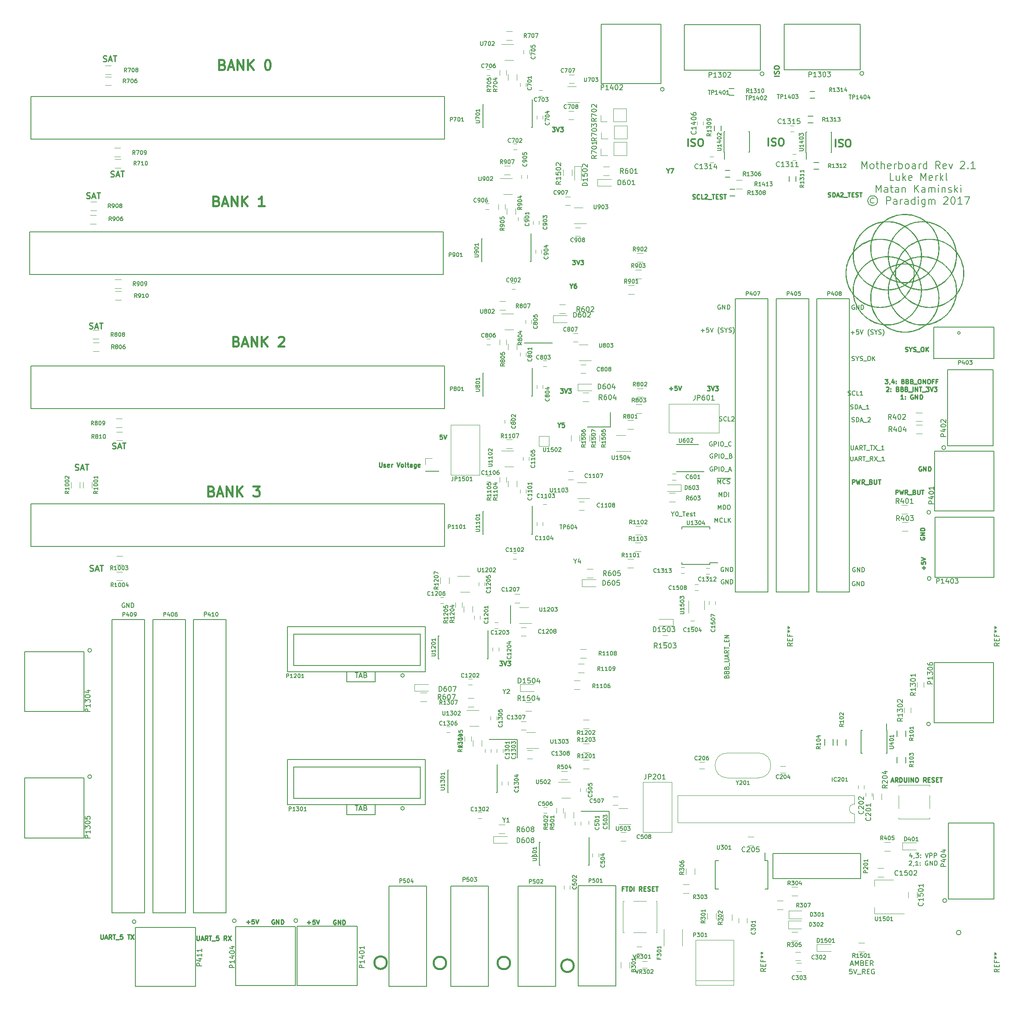
<source format=gbr>
G04 #@! TF.FileFunction,Legend,Top*
%FSLAX46Y46*%
G04 Gerber Fmt 4.6, Leading zero omitted, Abs format (unit mm)*
G04 Created by KiCad (PCBNEW 4.0.4-stable) date 08/02/17 07:21:08*
%MOMM*%
%LPD*%
G01*
G04 APERTURE LIST*
%ADD10C,0.100000*%
%ADD11C,0.200000*%
%ADD12C,0.225000*%
%ADD13C,0.150000*%
%ADD14C,0.250000*%
%ADD15C,0.300000*%
%ADD16C,0.400000*%
%ADD17C,0.120000*%
%ADD18C,0.070000*%
%ADD19C,0.010000*%
G04 APERTURE END LIST*
D10*
D11*
X160031914Y-147547299D02*
X160074771Y-147418728D01*
X160117629Y-147375871D01*
X160203343Y-147333014D01*
X160331914Y-147333014D01*
X160417629Y-147375871D01*
X160460486Y-147418728D01*
X160503343Y-147504442D01*
X160503343Y-147847299D01*
X159603343Y-147847299D01*
X159603343Y-147547299D01*
X159646200Y-147461585D01*
X159689057Y-147418728D01*
X159774771Y-147375871D01*
X159860486Y-147375871D01*
X159946200Y-147418728D01*
X159989057Y-147461585D01*
X160031914Y-147547299D01*
X160031914Y-147847299D01*
X160031914Y-146647299D02*
X160074771Y-146518728D01*
X160117629Y-146475871D01*
X160203343Y-146433014D01*
X160331914Y-146433014D01*
X160417629Y-146475871D01*
X160460486Y-146518728D01*
X160503343Y-146604442D01*
X160503343Y-146947299D01*
X159603343Y-146947299D01*
X159603343Y-146647299D01*
X159646200Y-146561585D01*
X159689057Y-146518728D01*
X159774771Y-146475871D01*
X159860486Y-146475871D01*
X159946200Y-146518728D01*
X159989057Y-146561585D01*
X160031914Y-146647299D01*
X160031914Y-146947299D01*
X160031914Y-145747299D02*
X160074771Y-145618728D01*
X160117629Y-145575871D01*
X160203343Y-145533014D01*
X160331914Y-145533014D01*
X160417629Y-145575871D01*
X160460486Y-145618728D01*
X160503343Y-145704442D01*
X160503343Y-146047299D01*
X159603343Y-146047299D01*
X159603343Y-145747299D01*
X159646200Y-145661585D01*
X159689057Y-145618728D01*
X159774771Y-145575871D01*
X159860486Y-145575871D01*
X159946200Y-145618728D01*
X159989057Y-145661585D01*
X160031914Y-145747299D01*
X160031914Y-146047299D01*
X160589057Y-145361585D02*
X160589057Y-144675871D01*
X159603343Y-144461585D02*
X160331914Y-144461585D01*
X160417629Y-144418728D01*
X160460486Y-144375871D01*
X160503343Y-144290157D01*
X160503343Y-144118728D01*
X160460486Y-144033014D01*
X160417629Y-143990157D01*
X160331914Y-143947300D01*
X159603343Y-143947300D01*
X160246200Y-143561585D02*
X160246200Y-143133014D01*
X160503343Y-143647300D02*
X159603343Y-143347300D01*
X160503343Y-143047300D01*
X160503343Y-142233014D02*
X160074771Y-142533014D01*
X160503343Y-142747299D02*
X159603343Y-142747299D01*
X159603343Y-142404442D01*
X159646200Y-142318728D01*
X159689057Y-142275871D01*
X159774771Y-142233014D01*
X159903343Y-142233014D01*
X159989057Y-142275871D01*
X160031914Y-142318728D01*
X160074771Y-142404442D01*
X160074771Y-142747299D01*
X159603343Y-141975871D02*
X159603343Y-141461585D01*
X160503343Y-141718728D02*
X159603343Y-141718728D01*
X160589057Y-141375871D02*
X160589057Y-140690157D01*
X160031914Y-140475871D02*
X160031914Y-140175871D01*
X160503343Y-140047300D02*
X160503343Y-140475871D01*
X159603343Y-140475871D01*
X159603343Y-140047300D01*
X160503343Y-139661585D02*
X159603343Y-139661585D01*
X160503343Y-139147300D01*
X159603343Y-139147300D01*
D12*
X199478986Y-104972700D02*
X199393272Y-104929843D01*
X199264701Y-104929843D01*
X199136129Y-104972700D01*
X199050415Y-105058414D01*
X199007558Y-105144129D01*
X198964701Y-105315557D01*
X198964701Y-105444129D01*
X199007558Y-105615557D01*
X199050415Y-105701271D01*
X199136129Y-105786986D01*
X199264701Y-105829843D01*
X199350415Y-105829843D01*
X199478986Y-105786986D01*
X199521843Y-105744129D01*
X199521843Y-105444129D01*
X199350415Y-105444129D01*
X199907558Y-105829843D02*
X199907558Y-104929843D01*
X200421843Y-105829843D01*
X200421843Y-104929843D01*
X200850415Y-105829843D02*
X200850415Y-104929843D01*
X201064700Y-104929843D01*
X201193272Y-104972700D01*
X201278986Y-105058414D01*
X201321843Y-105144129D01*
X201364700Y-105315557D01*
X201364700Y-105444129D01*
X201321843Y-105615557D01*
X201278986Y-105701271D01*
X201193272Y-105786986D01*
X201064700Y-105829843D01*
X200850415Y-105829843D01*
X185457658Y-108484143D02*
X185457658Y-107584143D01*
X185800515Y-107584143D01*
X185886229Y-107627000D01*
X185929086Y-107669857D01*
X185971943Y-107755571D01*
X185971943Y-107884143D01*
X185929086Y-107969857D01*
X185886229Y-108012714D01*
X185800515Y-108055571D01*
X185457658Y-108055571D01*
X186271943Y-107584143D02*
X186486229Y-108484143D01*
X186657658Y-107841286D01*
X186829086Y-108484143D01*
X187043372Y-107584143D01*
X187900514Y-108484143D02*
X187600514Y-108055571D01*
X187386229Y-108484143D02*
X187386229Y-107584143D01*
X187729086Y-107584143D01*
X187814800Y-107627000D01*
X187857657Y-107669857D01*
X187900514Y-107755571D01*
X187900514Y-107884143D01*
X187857657Y-107969857D01*
X187814800Y-108012714D01*
X187729086Y-108055571D01*
X187386229Y-108055571D01*
X188071943Y-108569857D02*
X188757657Y-108569857D01*
X189271943Y-108012714D02*
X189400514Y-108055571D01*
X189443371Y-108098429D01*
X189486228Y-108184143D01*
X189486228Y-108312714D01*
X189443371Y-108398429D01*
X189400514Y-108441286D01*
X189314800Y-108484143D01*
X188971943Y-108484143D01*
X188971943Y-107584143D01*
X189271943Y-107584143D01*
X189357657Y-107627000D01*
X189400514Y-107669857D01*
X189443371Y-107755571D01*
X189443371Y-107841286D01*
X189400514Y-107927000D01*
X189357657Y-107969857D01*
X189271943Y-108012714D01*
X188971943Y-108012714D01*
X189871943Y-107584143D02*
X189871943Y-108312714D01*
X189914800Y-108398429D01*
X189957657Y-108441286D01*
X190043371Y-108484143D01*
X190214800Y-108484143D01*
X190300514Y-108441286D01*
X190343371Y-108398429D01*
X190386228Y-108312714D01*
X190386228Y-107584143D01*
X190686228Y-107584143D02*
X191200514Y-107584143D01*
X190943371Y-108484143D02*
X190943371Y-107584143D01*
X156073614Y-88661143D02*
X156630757Y-88661143D01*
X156330757Y-89004000D01*
X156459329Y-89004000D01*
X156545043Y-89046857D01*
X156587900Y-89089714D01*
X156630757Y-89175429D01*
X156630757Y-89389714D01*
X156587900Y-89475429D01*
X156545043Y-89518286D01*
X156459329Y-89561143D01*
X156202186Y-89561143D01*
X156116472Y-89518286D01*
X156073614Y-89475429D01*
X156887900Y-88661143D02*
X157187900Y-89561143D01*
X157487900Y-88661143D01*
X157702186Y-88661143D02*
X158259329Y-88661143D01*
X157959329Y-89004000D01*
X158087901Y-89004000D01*
X158173615Y-89046857D01*
X158216472Y-89089714D01*
X158259329Y-89175429D01*
X158259329Y-89389714D01*
X158216472Y-89475429D01*
X158173615Y-89518286D01*
X158087901Y-89561143D01*
X157830758Y-89561143D01*
X157745044Y-89518286D01*
X157702186Y-89475429D01*
X148410757Y-89142086D02*
X149096471Y-89142086D01*
X148753614Y-89484943D02*
X148753614Y-88799229D01*
X149953614Y-88584943D02*
X149525043Y-88584943D01*
X149482186Y-89013514D01*
X149525043Y-88970657D01*
X149610757Y-88927800D01*
X149825043Y-88927800D01*
X149910757Y-88970657D01*
X149953614Y-89013514D01*
X149996471Y-89099229D01*
X149996471Y-89313514D01*
X149953614Y-89399229D01*
X149910757Y-89442086D01*
X149825043Y-89484943D01*
X149610757Y-89484943D01*
X149525043Y-89442086D01*
X149482186Y-89399229D01*
X150253614Y-88584943D02*
X150553614Y-89484943D01*
X150853614Y-88584943D01*
X113998514Y-144376043D02*
X114555657Y-144376043D01*
X114255657Y-144718900D01*
X114384229Y-144718900D01*
X114469943Y-144761757D01*
X114512800Y-144804614D01*
X114555657Y-144890329D01*
X114555657Y-145104614D01*
X114512800Y-145190329D01*
X114469943Y-145233186D01*
X114384229Y-145276043D01*
X114127086Y-145276043D01*
X114041372Y-145233186D01*
X113998514Y-145190329D01*
X114812800Y-144376043D02*
X115112800Y-145276043D01*
X115412800Y-144376043D01*
X115627086Y-144376043D02*
X116184229Y-144376043D01*
X115884229Y-144718900D01*
X116012801Y-144718900D01*
X116098515Y-144761757D01*
X116141372Y-144804614D01*
X116184229Y-144890329D01*
X116184229Y-145104614D01*
X116141372Y-145190329D01*
X116098515Y-145233186D01*
X116012801Y-145276043D01*
X115755658Y-145276043D01*
X115669944Y-145233186D01*
X115627086Y-145190329D01*
X124666514Y-36159343D02*
X125223657Y-36159343D01*
X124923657Y-36502200D01*
X125052229Y-36502200D01*
X125137943Y-36545057D01*
X125180800Y-36587914D01*
X125223657Y-36673629D01*
X125223657Y-36887914D01*
X125180800Y-36973629D01*
X125137943Y-37016486D01*
X125052229Y-37059343D01*
X124795086Y-37059343D01*
X124709372Y-37016486D01*
X124666514Y-36973629D01*
X125480800Y-36159343D02*
X125780800Y-37059343D01*
X126080800Y-36159343D01*
X126295086Y-36159343D02*
X126852229Y-36159343D01*
X126552229Y-36502200D01*
X126680801Y-36502200D01*
X126766515Y-36545057D01*
X126809372Y-36587914D01*
X126852229Y-36673629D01*
X126852229Y-36887914D01*
X126809372Y-36973629D01*
X126766515Y-37016486D01*
X126680801Y-37059343D01*
X126423658Y-37059343D01*
X126337944Y-37016486D01*
X126295086Y-36973629D01*
X126292114Y-89143743D02*
X126849257Y-89143743D01*
X126549257Y-89486600D01*
X126677829Y-89486600D01*
X126763543Y-89529457D01*
X126806400Y-89572314D01*
X126849257Y-89658029D01*
X126849257Y-89872314D01*
X126806400Y-89958029D01*
X126763543Y-90000886D01*
X126677829Y-90043743D01*
X126420686Y-90043743D01*
X126334972Y-90000886D01*
X126292114Y-89958029D01*
X127106400Y-89143743D02*
X127406400Y-90043743D01*
X127706400Y-89143743D01*
X127920686Y-89143743D02*
X128477829Y-89143743D01*
X128177829Y-89486600D01*
X128306401Y-89486600D01*
X128392115Y-89529457D01*
X128434972Y-89572314D01*
X128477829Y-89658029D01*
X128477829Y-89872314D01*
X128434972Y-89958029D01*
X128392115Y-90000886D01*
X128306401Y-90043743D01*
X128049258Y-90043743D01*
X127963544Y-90000886D01*
X127920686Y-89958029D01*
D13*
X187417715Y-44576571D02*
X187417715Y-43076571D01*
X187917715Y-44148000D01*
X188417715Y-43076571D01*
X188417715Y-44576571D01*
X189346287Y-44576571D02*
X189203429Y-44505143D01*
X189132001Y-44433714D01*
X189060572Y-44290857D01*
X189060572Y-43862286D01*
X189132001Y-43719429D01*
X189203429Y-43648000D01*
X189346287Y-43576571D01*
X189560572Y-43576571D01*
X189703429Y-43648000D01*
X189774858Y-43719429D01*
X189846287Y-43862286D01*
X189846287Y-44290857D01*
X189774858Y-44433714D01*
X189703429Y-44505143D01*
X189560572Y-44576571D01*
X189346287Y-44576571D01*
X190274858Y-43576571D02*
X190846287Y-43576571D01*
X190489144Y-43076571D02*
X190489144Y-44362286D01*
X190560572Y-44505143D01*
X190703430Y-44576571D01*
X190846287Y-44576571D01*
X191346287Y-44576571D02*
X191346287Y-43076571D01*
X191989144Y-44576571D02*
X191989144Y-43790857D01*
X191917715Y-43648000D01*
X191774858Y-43576571D01*
X191560573Y-43576571D01*
X191417715Y-43648000D01*
X191346287Y-43719429D01*
X193274858Y-44505143D02*
X193132001Y-44576571D01*
X192846287Y-44576571D01*
X192703430Y-44505143D01*
X192632001Y-44362286D01*
X192632001Y-43790857D01*
X192703430Y-43648000D01*
X192846287Y-43576571D01*
X193132001Y-43576571D01*
X193274858Y-43648000D01*
X193346287Y-43790857D01*
X193346287Y-43933714D01*
X192632001Y-44076571D01*
X193989144Y-44576571D02*
X193989144Y-43576571D01*
X193989144Y-43862286D02*
X194060572Y-43719429D01*
X194132001Y-43648000D01*
X194274858Y-43576571D01*
X194417715Y-43576571D01*
X194917715Y-44576571D02*
X194917715Y-43076571D01*
X194917715Y-43648000D02*
X195060572Y-43576571D01*
X195346286Y-43576571D01*
X195489143Y-43648000D01*
X195560572Y-43719429D01*
X195632001Y-43862286D01*
X195632001Y-44290857D01*
X195560572Y-44433714D01*
X195489143Y-44505143D01*
X195346286Y-44576571D01*
X195060572Y-44576571D01*
X194917715Y-44505143D01*
X196489144Y-44576571D02*
X196346286Y-44505143D01*
X196274858Y-44433714D01*
X196203429Y-44290857D01*
X196203429Y-43862286D01*
X196274858Y-43719429D01*
X196346286Y-43648000D01*
X196489144Y-43576571D01*
X196703429Y-43576571D01*
X196846286Y-43648000D01*
X196917715Y-43719429D01*
X196989144Y-43862286D01*
X196989144Y-44290857D01*
X196917715Y-44433714D01*
X196846286Y-44505143D01*
X196703429Y-44576571D01*
X196489144Y-44576571D01*
X198274858Y-44576571D02*
X198274858Y-43790857D01*
X198203429Y-43648000D01*
X198060572Y-43576571D01*
X197774858Y-43576571D01*
X197632001Y-43648000D01*
X198274858Y-44505143D02*
X198132001Y-44576571D01*
X197774858Y-44576571D01*
X197632001Y-44505143D01*
X197560572Y-44362286D01*
X197560572Y-44219429D01*
X197632001Y-44076571D01*
X197774858Y-44005143D01*
X198132001Y-44005143D01*
X198274858Y-43933714D01*
X198989144Y-44576571D02*
X198989144Y-43576571D01*
X198989144Y-43862286D02*
X199060572Y-43719429D01*
X199132001Y-43648000D01*
X199274858Y-43576571D01*
X199417715Y-43576571D01*
X200560572Y-44576571D02*
X200560572Y-43076571D01*
X200560572Y-44505143D02*
X200417715Y-44576571D01*
X200132001Y-44576571D01*
X199989143Y-44505143D01*
X199917715Y-44433714D01*
X199846286Y-44290857D01*
X199846286Y-43862286D01*
X199917715Y-43719429D01*
X199989143Y-43648000D01*
X200132001Y-43576571D01*
X200417715Y-43576571D01*
X200560572Y-43648000D01*
X203274858Y-44576571D02*
X202774858Y-43862286D01*
X202417715Y-44576571D02*
X202417715Y-43076571D01*
X202989143Y-43076571D01*
X203132001Y-43148000D01*
X203203429Y-43219429D01*
X203274858Y-43362286D01*
X203274858Y-43576571D01*
X203203429Y-43719429D01*
X203132001Y-43790857D01*
X202989143Y-43862286D01*
X202417715Y-43862286D01*
X204489143Y-44505143D02*
X204346286Y-44576571D01*
X204060572Y-44576571D01*
X203917715Y-44505143D01*
X203846286Y-44362286D01*
X203846286Y-43790857D01*
X203917715Y-43648000D01*
X204060572Y-43576571D01*
X204346286Y-43576571D01*
X204489143Y-43648000D01*
X204560572Y-43790857D01*
X204560572Y-43933714D01*
X203846286Y-44076571D01*
X205060572Y-43576571D02*
X205417715Y-44576571D01*
X205774857Y-43576571D01*
X207417714Y-43219429D02*
X207489143Y-43148000D01*
X207632000Y-43076571D01*
X207989143Y-43076571D01*
X208132000Y-43148000D01*
X208203429Y-43219429D01*
X208274857Y-43362286D01*
X208274857Y-43505143D01*
X208203429Y-43719429D01*
X207346286Y-44576571D01*
X208274857Y-44576571D01*
X208917714Y-44433714D02*
X208989142Y-44505143D01*
X208917714Y-44576571D01*
X208846285Y-44505143D01*
X208917714Y-44433714D01*
X208917714Y-44576571D01*
X210417714Y-44576571D02*
X209560571Y-44576571D01*
X209989143Y-44576571D02*
X209989143Y-43076571D01*
X209846286Y-43290857D01*
X209703428Y-43433714D01*
X209560571Y-43505143D01*
X193882001Y-46976571D02*
X193167715Y-46976571D01*
X193167715Y-45476571D01*
X195024858Y-45976571D02*
X195024858Y-46976571D01*
X194382001Y-45976571D02*
X194382001Y-46762286D01*
X194453429Y-46905143D01*
X194596287Y-46976571D01*
X194810572Y-46976571D01*
X194953429Y-46905143D01*
X195024858Y-46833714D01*
X195739144Y-46976571D02*
X195739144Y-45476571D01*
X195882001Y-46405143D02*
X196310572Y-46976571D01*
X196310572Y-45976571D02*
X195739144Y-46548000D01*
X197524858Y-46905143D02*
X197382001Y-46976571D01*
X197096287Y-46976571D01*
X196953430Y-46905143D01*
X196882001Y-46762286D01*
X196882001Y-46190857D01*
X196953430Y-46048000D01*
X197096287Y-45976571D01*
X197382001Y-45976571D01*
X197524858Y-46048000D01*
X197596287Y-46190857D01*
X197596287Y-46333714D01*
X196882001Y-46476571D01*
X199382001Y-46976571D02*
X199382001Y-45476571D01*
X199882001Y-46548000D01*
X200382001Y-45476571D01*
X200382001Y-46976571D01*
X201667715Y-46905143D02*
X201524858Y-46976571D01*
X201239144Y-46976571D01*
X201096287Y-46905143D01*
X201024858Y-46762286D01*
X201024858Y-46190857D01*
X201096287Y-46048000D01*
X201239144Y-45976571D01*
X201524858Y-45976571D01*
X201667715Y-46048000D01*
X201739144Y-46190857D01*
X201739144Y-46333714D01*
X201024858Y-46476571D01*
X202382001Y-46976571D02*
X202382001Y-45976571D01*
X202382001Y-46262286D02*
X202453429Y-46119429D01*
X202524858Y-46048000D01*
X202667715Y-45976571D01*
X202810572Y-45976571D01*
X203310572Y-46976571D02*
X203310572Y-45476571D01*
X203453429Y-46405143D02*
X203882000Y-46976571D01*
X203882000Y-45976571D02*
X203310572Y-46548000D01*
X204739144Y-46976571D02*
X204596286Y-46905143D01*
X204524858Y-46762286D01*
X204524858Y-45476571D01*
X190310571Y-49376571D02*
X190310571Y-47876571D01*
X190810571Y-48948000D01*
X191310571Y-47876571D01*
X191310571Y-49376571D01*
X192667714Y-49376571D02*
X192667714Y-48590857D01*
X192596285Y-48448000D01*
X192453428Y-48376571D01*
X192167714Y-48376571D01*
X192024857Y-48448000D01*
X192667714Y-49305143D02*
X192524857Y-49376571D01*
X192167714Y-49376571D01*
X192024857Y-49305143D01*
X191953428Y-49162286D01*
X191953428Y-49019429D01*
X192024857Y-48876571D01*
X192167714Y-48805143D01*
X192524857Y-48805143D01*
X192667714Y-48733714D01*
X193167714Y-48376571D02*
X193739143Y-48376571D01*
X193382000Y-47876571D02*
X193382000Y-49162286D01*
X193453428Y-49305143D01*
X193596286Y-49376571D01*
X193739143Y-49376571D01*
X194882000Y-49376571D02*
X194882000Y-48590857D01*
X194810571Y-48448000D01*
X194667714Y-48376571D01*
X194382000Y-48376571D01*
X194239143Y-48448000D01*
X194882000Y-49305143D02*
X194739143Y-49376571D01*
X194382000Y-49376571D01*
X194239143Y-49305143D01*
X194167714Y-49162286D01*
X194167714Y-49019429D01*
X194239143Y-48876571D01*
X194382000Y-48805143D01*
X194739143Y-48805143D01*
X194882000Y-48733714D01*
X195596286Y-48376571D02*
X195596286Y-49376571D01*
X195596286Y-48519429D02*
X195667714Y-48448000D01*
X195810572Y-48376571D01*
X196024857Y-48376571D01*
X196167714Y-48448000D01*
X196239143Y-48590857D01*
X196239143Y-49376571D01*
X198096286Y-49376571D02*
X198096286Y-47876571D01*
X198953429Y-49376571D02*
X198310572Y-48519429D01*
X198953429Y-47876571D02*
X198096286Y-48733714D01*
X200239143Y-49376571D02*
X200239143Y-48590857D01*
X200167714Y-48448000D01*
X200024857Y-48376571D01*
X199739143Y-48376571D01*
X199596286Y-48448000D01*
X200239143Y-49305143D02*
X200096286Y-49376571D01*
X199739143Y-49376571D01*
X199596286Y-49305143D01*
X199524857Y-49162286D01*
X199524857Y-49019429D01*
X199596286Y-48876571D01*
X199739143Y-48805143D01*
X200096286Y-48805143D01*
X200239143Y-48733714D01*
X200953429Y-49376571D02*
X200953429Y-48376571D01*
X200953429Y-48519429D02*
X201024857Y-48448000D01*
X201167715Y-48376571D01*
X201382000Y-48376571D01*
X201524857Y-48448000D01*
X201596286Y-48590857D01*
X201596286Y-49376571D01*
X201596286Y-48590857D02*
X201667715Y-48448000D01*
X201810572Y-48376571D01*
X202024857Y-48376571D01*
X202167715Y-48448000D01*
X202239143Y-48590857D01*
X202239143Y-49376571D01*
X202953429Y-49376571D02*
X202953429Y-48376571D01*
X202953429Y-47876571D02*
X202882000Y-47948000D01*
X202953429Y-48019429D01*
X203024857Y-47948000D01*
X202953429Y-47876571D01*
X202953429Y-48019429D01*
X203667715Y-48376571D02*
X203667715Y-49376571D01*
X203667715Y-48519429D02*
X203739143Y-48448000D01*
X203882001Y-48376571D01*
X204096286Y-48376571D01*
X204239143Y-48448000D01*
X204310572Y-48590857D01*
X204310572Y-49376571D01*
X204953429Y-49305143D02*
X205096286Y-49376571D01*
X205382001Y-49376571D01*
X205524858Y-49305143D01*
X205596286Y-49162286D01*
X205596286Y-49090857D01*
X205524858Y-48948000D01*
X205382001Y-48876571D01*
X205167715Y-48876571D01*
X205024858Y-48805143D01*
X204953429Y-48662286D01*
X204953429Y-48590857D01*
X205024858Y-48448000D01*
X205167715Y-48376571D01*
X205382001Y-48376571D01*
X205524858Y-48448000D01*
X206239144Y-49376571D02*
X206239144Y-47876571D01*
X206382001Y-48805143D02*
X206810572Y-49376571D01*
X206810572Y-48376571D02*
X206239144Y-48948000D01*
X207453430Y-49376571D02*
X207453430Y-48376571D01*
X207453430Y-47876571D02*
X207382001Y-47948000D01*
X207453430Y-48019429D01*
X207524858Y-47948000D01*
X207453430Y-47876571D01*
X207453430Y-48019429D01*
X189882001Y-50633714D02*
X189739143Y-50562286D01*
X189453429Y-50562286D01*
X189310572Y-50633714D01*
X189167715Y-50776571D01*
X189096286Y-50919429D01*
X189096286Y-51205143D01*
X189167715Y-51348000D01*
X189310572Y-51490857D01*
X189453429Y-51562286D01*
X189739143Y-51562286D01*
X189882001Y-51490857D01*
X189596286Y-50062286D02*
X189239143Y-50133714D01*
X188882001Y-50348000D01*
X188667715Y-50705143D01*
X188596286Y-51062286D01*
X188667715Y-51419429D01*
X188882001Y-51776571D01*
X189239143Y-51990857D01*
X189596286Y-52062286D01*
X189953429Y-51990857D01*
X190310572Y-51776571D01*
X190524858Y-51419429D01*
X190596286Y-51062286D01*
X190524858Y-50705143D01*
X190310572Y-50348000D01*
X189953429Y-50133714D01*
X189596286Y-50062286D01*
X192382001Y-51776571D02*
X192382001Y-50276571D01*
X192953429Y-50276571D01*
X193096287Y-50348000D01*
X193167715Y-50419429D01*
X193239144Y-50562286D01*
X193239144Y-50776571D01*
X193167715Y-50919429D01*
X193096287Y-50990857D01*
X192953429Y-51062286D01*
X192382001Y-51062286D01*
X194524858Y-51776571D02*
X194524858Y-50990857D01*
X194453429Y-50848000D01*
X194310572Y-50776571D01*
X194024858Y-50776571D01*
X193882001Y-50848000D01*
X194524858Y-51705143D02*
X194382001Y-51776571D01*
X194024858Y-51776571D01*
X193882001Y-51705143D01*
X193810572Y-51562286D01*
X193810572Y-51419429D01*
X193882001Y-51276571D01*
X194024858Y-51205143D01*
X194382001Y-51205143D01*
X194524858Y-51133714D01*
X195239144Y-51776571D02*
X195239144Y-50776571D01*
X195239144Y-51062286D02*
X195310572Y-50919429D01*
X195382001Y-50848000D01*
X195524858Y-50776571D01*
X195667715Y-50776571D01*
X196810572Y-51776571D02*
X196810572Y-50990857D01*
X196739143Y-50848000D01*
X196596286Y-50776571D01*
X196310572Y-50776571D01*
X196167715Y-50848000D01*
X196810572Y-51705143D02*
X196667715Y-51776571D01*
X196310572Y-51776571D01*
X196167715Y-51705143D01*
X196096286Y-51562286D01*
X196096286Y-51419429D01*
X196167715Y-51276571D01*
X196310572Y-51205143D01*
X196667715Y-51205143D01*
X196810572Y-51133714D01*
X198167715Y-51776571D02*
X198167715Y-50276571D01*
X198167715Y-51705143D02*
X198024858Y-51776571D01*
X197739144Y-51776571D01*
X197596286Y-51705143D01*
X197524858Y-51633714D01*
X197453429Y-51490857D01*
X197453429Y-51062286D01*
X197524858Y-50919429D01*
X197596286Y-50848000D01*
X197739144Y-50776571D01*
X198024858Y-50776571D01*
X198167715Y-50848000D01*
X198882001Y-51776571D02*
X198882001Y-50776571D01*
X198882001Y-50276571D02*
X198810572Y-50348000D01*
X198882001Y-50419429D01*
X198953429Y-50348000D01*
X198882001Y-50276571D01*
X198882001Y-50419429D01*
X200239144Y-50776571D02*
X200239144Y-51990857D01*
X200167715Y-52133714D01*
X200096287Y-52205143D01*
X199953430Y-52276571D01*
X199739144Y-52276571D01*
X199596287Y-52205143D01*
X200239144Y-51705143D02*
X200096287Y-51776571D01*
X199810573Y-51776571D01*
X199667715Y-51705143D01*
X199596287Y-51633714D01*
X199524858Y-51490857D01*
X199524858Y-51062286D01*
X199596287Y-50919429D01*
X199667715Y-50848000D01*
X199810573Y-50776571D01*
X200096287Y-50776571D01*
X200239144Y-50848000D01*
X200953430Y-51776571D02*
X200953430Y-50776571D01*
X200953430Y-50919429D02*
X201024858Y-50848000D01*
X201167716Y-50776571D01*
X201382001Y-50776571D01*
X201524858Y-50848000D01*
X201596287Y-50990857D01*
X201596287Y-51776571D01*
X201596287Y-50990857D02*
X201667716Y-50848000D01*
X201810573Y-50776571D01*
X202024858Y-50776571D01*
X202167716Y-50848000D01*
X202239144Y-50990857D01*
X202239144Y-51776571D01*
X204024858Y-50419429D02*
X204096287Y-50348000D01*
X204239144Y-50276571D01*
X204596287Y-50276571D01*
X204739144Y-50348000D01*
X204810573Y-50419429D01*
X204882001Y-50562286D01*
X204882001Y-50705143D01*
X204810573Y-50919429D01*
X203953430Y-51776571D01*
X204882001Y-51776571D01*
X205810572Y-50276571D02*
X205953429Y-50276571D01*
X206096286Y-50348000D01*
X206167715Y-50419429D01*
X206239144Y-50562286D01*
X206310572Y-50848000D01*
X206310572Y-51205143D01*
X206239144Y-51490857D01*
X206167715Y-51633714D01*
X206096286Y-51705143D01*
X205953429Y-51776571D01*
X205810572Y-51776571D01*
X205667715Y-51705143D01*
X205596286Y-51633714D01*
X205524858Y-51490857D01*
X205453429Y-51205143D01*
X205453429Y-50848000D01*
X205524858Y-50562286D01*
X205596286Y-50419429D01*
X205667715Y-50348000D01*
X205810572Y-50276571D01*
X207739143Y-51776571D02*
X206882000Y-51776571D01*
X207310572Y-51776571D02*
X207310572Y-50276571D01*
X207167715Y-50490857D01*
X207024857Y-50633714D01*
X206882000Y-50705143D01*
X208239143Y-50276571D02*
X209239143Y-50276571D01*
X208596286Y-51776571D01*
D12*
X194246058Y-110566943D02*
X194246058Y-109666943D01*
X194588915Y-109666943D01*
X194674629Y-109709800D01*
X194717486Y-109752657D01*
X194760343Y-109838371D01*
X194760343Y-109966943D01*
X194717486Y-110052657D01*
X194674629Y-110095514D01*
X194588915Y-110138371D01*
X194246058Y-110138371D01*
X195060343Y-109666943D02*
X195274629Y-110566943D01*
X195446058Y-109924086D01*
X195617486Y-110566943D01*
X195831772Y-109666943D01*
X196688914Y-110566943D02*
X196388914Y-110138371D01*
X196174629Y-110566943D02*
X196174629Y-109666943D01*
X196517486Y-109666943D01*
X196603200Y-109709800D01*
X196646057Y-109752657D01*
X196688914Y-109838371D01*
X196688914Y-109966943D01*
X196646057Y-110052657D01*
X196603200Y-110095514D01*
X196517486Y-110138371D01*
X196174629Y-110138371D01*
X196860343Y-110652657D02*
X197546057Y-110652657D01*
X198060343Y-110095514D02*
X198188914Y-110138371D01*
X198231771Y-110181229D01*
X198274628Y-110266943D01*
X198274628Y-110395514D01*
X198231771Y-110481229D01*
X198188914Y-110524086D01*
X198103200Y-110566943D01*
X197760343Y-110566943D01*
X197760343Y-109666943D01*
X198060343Y-109666943D01*
X198146057Y-109709800D01*
X198188914Y-109752657D01*
X198231771Y-109838371D01*
X198231771Y-109924086D01*
X198188914Y-110009800D01*
X198146057Y-110052657D01*
X198060343Y-110095514D01*
X197760343Y-110095514D01*
X198660343Y-109666943D02*
X198660343Y-110395514D01*
X198703200Y-110481229D01*
X198746057Y-110524086D01*
X198831771Y-110566943D01*
X199003200Y-110566943D01*
X199088914Y-110524086D01*
X199131771Y-110481229D01*
X199174628Y-110395514D01*
X199174628Y-109666943D01*
X199474628Y-109666943D02*
X199988914Y-109666943D01*
X199731771Y-110566943D02*
X199731771Y-109666943D01*
X196216086Y-81568086D02*
X196344657Y-81610943D01*
X196558943Y-81610943D01*
X196644657Y-81568086D01*
X196687514Y-81525229D01*
X196730371Y-81439514D01*
X196730371Y-81353800D01*
X196687514Y-81268086D01*
X196644657Y-81225229D01*
X196558943Y-81182371D01*
X196387514Y-81139514D01*
X196301800Y-81096657D01*
X196258943Y-81053800D01*
X196216086Y-80968086D01*
X196216086Y-80882371D01*
X196258943Y-80796657D01*
X196301800Y-80753800D01*
X196387514Y-80710943D01*
X196601800Y-80710943D01*
X196730371Y-80753800D01*
X197287514Y-81182371D02*
X197287514Y-81610943D01*
X196987514Y-80710943D02*
X197287514Y-81182371D01*
X197587514Y-80710943D01*
X197844658Y-81568086D02*
X197973229Y-81610943D01*
X198187515Y-81610943D01*
X198273229Y-81568086D01*
X198316086Y-81525229D01*
X198358943Y-81439514D01*
X198358943Y-81353800D01*
X198316086Y-81268086D01*
X198273229Y-81225229D01*
X198187515Y-81182371D01*
X198016086Y-81139514D01*
X197930372Y-81096657D01*
X197887515Y-81053800D01*
X197844658Y-80968086D01*
X197844658Y-80882371D01*
X197887515Y-80796657D01*
X197930372Y-80753800D01*
X198016086Y-80710943D01*
X198230372Y-80710943D01*
X198358943Y-80753800D01*
X198530372Y-81696657D02*
X199216086Y-81696657D01*
X199601800Y-80710943D02*
X199773229Y-80710943D01*
X199858943Y-80753800D01*
X199944657Y-80839514D01*
X199987515Y-81010943D01*
X199987515Y-81310943D01*
X199944657Y-81482371D01*
X199858943Y-81568086D01*
X199773229Y-81610943D01*
X199601800Y-81610943D01*
X199516086Y-81568086D01*
X199430372Y-81482371D01*
X199387515Y-81310943D01*
X199387515Y-81010943D01*
X199430372Y-80839514D01*
X199516086Y-80753800D01*
X199601800Y-80710943D01*
X200373229Y-81610943D02*
X200373229Y-80710943D01*
X200887514Y-81610943D02*
X200501800Y-81096657D01*
X200887514Y-80710943D02*
X200373229Y-81225229D01*
X199308300Y-119291014D02*
X199265443Y-119376728D01*
X199265443Y-119505299D01*
X199308300Y-119633871D01*
X199394014Y-119719585D01*
X199479729Y-119762442D01*
X199651157Y-119805299D01*
X199779729Y-119805299D01*
X199951157Y-119762442D01*
X200036871Y-119719585D01*
X200122586Y-119633871D01*
X200165443Y-119505299D01*
X200165443Y-119419585D01*
X200122586Y-119291014D01*
X200079729Y-119248157D01*
X199779729Y-119248157D01*
X199779729Y-119419585D01*
X200165443Y-118862442D02*
X199265443Y-118862442D01*
X200165443Y-118348157D01*
X199265443Y-118348157D01*
X200165443Y-117919585D02*
X199265443Y-117919585D01*
X199265443Y-117705300D01*
X199308300Y-117576728D01*
X199394014Y-117491014D01*
X199479729Y-117448157D01*
X199651157Y-117405300D01*
X199779729Y-117405300D01*
X199951157Y-117448157D01*
X200036871Y-117491014D01*
X200122586Y-117576728D01*
X200165443Y-117705300D01*
X200165443Y-117919585D01*
X199987686Y-125794943D02*
X199987686Y-125109229D01*
X200330543Y-125452086D02*
X199644829Y-125452086D01*
X199430543Y-124252086D02*
X199430543Y-124680657D01*
X199859114Y-124723514D01*
X199816257Y-124680657D01*
X199773400Y-124594943D01*
X199773400Y-124380657D01*
X199816257Y-124294943D01*
X199859114Y-124252086D01*
X199944829Y-124209229D01*
X200159114Y-124209229D01*
X200244829Y-124252086D01*
X200287686Y-124294943D01*
X200330543Y-124380657D01*
X200330543Y-124594943D01*
X200287686Y-124680657D01*
X200244829Y-124723514D01*
X199430543Y-123952086D02*
X200330543Y-123652086D01*
X199430543Y-123352086D01*
D14*
X30969114Y-126063314D02*
X31140543Y-126120457D01*
X31426257Y-126120457D01*
X31540543Y-126063314D01*
X31597686Y-126006171D01*
X31654829Y-125891886D01*
X31654829Y-125777600D01*
X31597686Y-125663314D01*
X31540543Y-125606171D01*
X31426257Y-125549029D01*
X31197686Y-125491886D01*
X31083400Y-125434743D01*
X31026257Y-125377600D01*
X30969114Y-125263314D01*
X30969114Y-125149029D01*
X31026257Y-125034743D01*
X31083400Y-124977600D01*
X31197686Y-124920457D01*
X31483400Y-124920457D01*
X31654829Y-124977600D01*
X32111971Y-125777600D02*
X32683400Y-125777600D01*
X31997686Y-126120457D02*
X32397686Y-124920457D01*
X32797686Y-126120457D01*
X33026257Y-124920457D02*
X33711971Y-124920457D01*
X33369114Y-126120457D02*
X33369114Y-124920457D01*
X35541114Y-101272914D02*
X35712543Y-101330057D01*
X35998257Y-101330057D01*
X36112543Y-101272914D01*
X36169686Y-101215771D01*
X36226829Y-101101486D01*
X36226829Y-100987200D01*
X36169686Y-100872914D01*
X36112543Y-100815771D01*
X35998257Y-100758629D01*
X35769686Y-100701486D01*
X35655400Y-100644343D01*
X35598257Y-100587200D01*
X35541114Y-100472914D01*
X35541114Y-100358629D01*
X35598257Y-100244343D01*
X35655400Y-100187200D01*
X35769686Y-100130057D01*
X36055400Y-100130057D01*
X36226829Y-100187200D01*
X36683971Y-100987200D02*
X37255400Y-100987200D01*
X36569686Y-101330057D02*
X36969686Y-100130057D01*
X37369686Y-101330057D01*
X37598257Y-100130057D02*
X38283971Y-100130057D01*
X37941114Y-101330057D02*
X37941114Y-100130057D01*
X33661514Y-22812314D02*
X33832943Y-22869457D01*
X34118657Y-22869457D01*
X34232943Y-22812314D01*
X34290086Y-22755171D01*
X34347229Y-22640886D01*
X34347229Y-22526600D01*
X34290086Y-22412314D01*
X34232943Y-22355171D01*
X34118657Y-22298029D01*
X33890086Y-22240886D01*
X33775800Y-22183743D01*
X33718657Y-22126600D01*
X33661514Y-22012314D01*
X33661514Y-21898029D01*
X33718657Y-21783743D01*
X33775800Y-21726600D01*
X33890086Y-21669457D01*
X34175800Y-21669457D01*
X34347229Y-21726600D01*
X34804371Y-22526600D02*
X35375800Y-22526600D01*
X34690086Y-22869457D02*
X35090086Y-21669457D01*
X35490086Y-22869457D01*
X35718657Y-21669457D02*
X36404371Y-21669457D01*
X36061514Y-22869457D02*
X36061514Y-21669457D01*
X35185514Y-46180314D02*
X35356943Y-46237457D01*
X35642657Y-46237457D01*
X35756943Y-46180314D01*
X35814086Y-46123171D01*
X35871229Y-46008886D01*
X35871229Y-45894600D01*
X35814086Y-45780314D01*
X35756943Y-45723171D01*
X35642657Y-45666029D01*
X35414086Y-45608886D01*
X35299800Y-45551743D01*
X35242657Y-45494600D01*
X35185514Y-45380314D01*
X35185514Y-45266029D01*
X35242657Y-45151743D01*
X35299800Y-45094600D01*
X35414086Y-45037457D01*
X35699800Y-45037457D01*
X35871229Y-45094600D01*
X36328371Y-45894600D02*
X36899800Y-45894600D01*
X36214086Y-46237457D02*
X36614086Y-45037457D01*
X37014086Y-46237457D01*
X37242657Y-45037457D02*
X37928371Y-45037457D01*
X37585514Y-46237457D02*
X37585514Y-45037457D01*
D12*
X52629229Y-200040143D02*
X52629229Y-200768714D01*
X52672086Y-200854429D01*
X52714943Y-200897286D01*
X52800657Y-200940143D01*
X52972086Y-200940143D01*
X53057800Y-200897286D01*
X53100657Y-200854429D01*
X53143514Y-200768714D01*
X53143514Y-200040143D01*
X53529229Y-200683000D02*
X53957800Y-200683000D01*
X53443514Y-200940143D02*
X53743514Y-200040143D01*
X54043514Y-200940143D01*
X54857800Y-200940143D02*
X54557800Y-200511571D01*
X54343515Y-200940143D02*
X54343515Y-200040143D01*
X54686372Y-200040143D01*
X54772086Y-200083000D01*
X54814943Y-200125857D01*
X54857800Y-200211571D01*
X54857800Y-200340143D01*
X54814943Y-200425857D01*
X54772086Y-200468714D01*
X54686372Y-200511571D01*
X54343515Y-200511571D01*
X55114943Y-200040143D02*
X55629229Y-200040143D01*
X55372086Y-200940143D02*
X55372086Y-200040143D01*
X55714943Y-201025857D02*
X56400657Y-201025857D01*
X57043514Y-200040143D02*
X56614943Y-200040143D01*
X56572086Y-200468714D01*
X56614943Y-200425857D01*
X56700657Y-200383000D01*
X56914943Y-200383000D01*
X57000657Y-200425857D01*
X57043514Y-200468714D01*
X57086371Y-200554429D01*
X57086371Y-200768714D01*
X57043514Y-200854429D01*
X57000657Y-200897286D01*
X56914943Y-200940143D01*
X56700657Y-200940143D01*
X56614943Y-200897286D01*
X56572086Y-200854429D01*
X58672085Y-200940143D02*
X58372085Y-200511571D01*
X58157800Y-200940143D02*
X58157800Y-200040143D01*
X58500657Y-200040143D01*
X58586371Y-200083000D01*
X58629228Y-200125857D01*
X58672085Y-200211571D01*
X58672085Y-200340143D01*
X58629228Y-200425857D01*
X58586371Y-200468714D01*
X58500657Y-200511571D01*
X58157800Y-200511571D01*
X58972085Y-200040143D02*
X59572085Y-200940143D01*
X59572085Y-200040143D02*
X58972085Y-200940143D01*
X33152972Y-199811543D02*
X33152972Y-200540114D01*
X33195829Y-200625829D01*
X33238686Y-200668686D01*
X33324400Y-200711543D01*
X33495829Y-200711543D01*
X33581543Y-200668686D01*
X33624400Y-200625829D01*
X33667257Y-200540114D01*
X33667257Y-199811543D01*
X34052972Y-200454400D02*
X34481543Y-200454400D01*
X33967257Y-200711543D02*
X34267257Y-199811543D01*
X34567257Y-200711543D01*
X35381543Y-200711543D02*
X35081543Y-200282971D01*
X34867258Y-200711543D02*
X34867258Y-199811543D01*
X35210115Y-199811543D01*
X35295829Y-199854400D01*
X35338686Y-199897257D01*
X35381543Y-199982971D01*
X35381543Y-200111543D01*
X35338686Y-200197257D01*
X35295829Y-200240114D01*
X35210115Y-200282971D01*
X34867258Y-200282971D01*
X35638686Y-199811543D02*
X36152972Y-199811543D01*
X35895829Y-200711543D02*
X35895829Y-199811543D01*
X36238686Y-200797257D02*
X36924400Y-200797257D01*
X37567257Y-199811543D02*
X37138686Y-199811543D01*
X37095829Y-200240114D01*
X37138686Y-200197257D01*
X37224400Y-200154400D01*
X37438686Y-200154400D01*
X37524400Y-200197257D01*
X37567257Y-200240114D01*
X37610114Y-200325829D01*
X37610114Y-200540114D01*
X37567257Y-200625829D01*
X37524400Y-200668686D01*
X37438686Y-200711543D01*
X37224400Y-200711543D01*
X37138686Y-200668686D01*
X37095829Y-200625829D01*
X38552971Y-199811543D02*
X39067257Y-199811543D01*
X38810114Y-200711543D02*
X38810114Y-199811543D01*
X39281542Y-199811543D02*
X39881542Y-200711543D01*
X39881542Y-199811543D02*
X39281542Y-200711543D01*
X80822886Y-196882600D02*
X80737172Y-196839743D01*
X80608601Y-196839743D01*
X80480029Y-196882600D01*
X80394315Y-196968314D01*
X80351458Y-197054029D01*
X80308601Y-197225457D01*
X80308601Y-197354029D01*
X80351458Y-197525457D01*
X80394315Y-197611171D01*
X80480029Y-197696886D01*
X80608601Y-197739743D01*
X80694315Y-197739743D01*
X80822886Y-197696886D01*
X80865743Y-197654029D01*
X80865743Y-197354029D01*
X80694315Y-197354029D01*
X81251458Y-197739743D02*
X81251458Y-196839743D01*
X81765743Y-197739743D01*
X81765743Y-196839743D01*
X82194315Y-197739743D02*
X82194315Y-196839743D01*
X82408600Y-196839743D01*
X82537172Y-196882600D01*
X82622886Y-196968314D01*
X82665743Y-197054029D01*
X82708600Y-197225457D01*
X82708600Y-197354029D01*
X82665743Y-197525457D01*
X82622886Y-197611171D01*
X82537172Y-197696886D01*
X82408600Y-197739743D01*
X82194315Y-197739743D01*
X68326086Y-196806400D02*
X68240372Y-196763543D01*
X68111801Y-196763543D01*
X67983229Y-196806400D01*
X67897515Y-196892114D01*
X67854658Y-196977829D01*
X67811801Y-197149257D01*
X67811801Y-197277829D01*
X67854658Y-197449257D01*
X67897515Y-197534971D01*
X67983229Y-197620686D01*
X68111801Y-197663543D01*
X68197515Y-197663543D01*
X68326086Y-197620686D01*
X68368943Y-197577829D01*
X68368943Y-197277829D01*
X68197515Y-197277829D01*
X68754658Y-197663543D02*
X68754658Y-196763543D01*
X69268943Y-197663543D01*
X69268943Y-196763543D01*
X69697515Y-197663543D02*
X69697515Y-196763543D01*
X69911800Y-196763543D01*
X70040372Y-196806400D01*
X70126086Y-196892114D01*
X70168943Y-196977829D01*
X70211800Y-197149257D01*
X70211800Y-197277829D01*
X70168943Y-197449257D01*
X70126086Y-197534971D01*
X70040372Y-197620686D01*
X69911800Y-197663543D01*
X69697515Y-197663543D01*
X75017457Y-197346086D02*
X75703171Y-197346086D01*
X75360314Y-197688943D02*
X75360314Y-197003229D01*
X76560314Y-196788943D02*
X76131743Y-196788943D01*
X76088886Y-197217514D01*
X76131743Y-197174657D01*
X76217457Y-197131800D01*
X76431743Y-197131800D01*
X76517457Y-197174657D01*
X76560314Y-197217514D01*
X76603171Y-197303229D01*
X76603171Y-197517514D01*
X76560314Y-197603229D01*
X76517457Y-197646086D01*
X76431743Y-197688943D01*
X76217457Y-197688943D01*
X76131743Y-197646086D01*
X76088886Y-197603229D01*
X76860314Y-196788943D02*
X77160314Y-197688943D01*
X77460314Y-196788943D01*
X62698457Y-197269886D02*
X63384171Y-197269886D01*
X63041314Y-197612743D02*
X63041314Y-196927029D01*
X64241314Y-196712743D02*
X63812743Y-196712743D01*
X63769886Y-197141314D01*
X63812743Y-197098457D01*
X63898457Y-197055600D01*
X64112743Y-197055600D01*
X64198457Y-197098457D01*
X64241314Y-197141314D01*
X64284171Y-197227029D01*
X64284171Y-197441314D01*
X64241314Y-197527029D01*
X64198457Y-197569886D01*
X64112743Y-197612743D01*
X63898457Y-197612743D01*
X63812743Y-197569886D01*
X63769886Y-197527029D01*
X64541314Y-196712743D02*
X64841314Y-197612743D01*
X65141314Y-196712743D01*
X193354172Y-168628200D02*
X193782743Y-168628200D01*
X193268457Y-168885343D02*
X193568457Y-167985343D01*
X193868457Y-168885343D01*
X194682743Y-168885343D02*
X194382743Y-168456771D01*
X194168458Y-168885343D02*
X194168458Y-167985343D01*
X194511315Y-167985343D01*
X194597029Y-168028200D01*
X194639886Y-168071057D01*
X194682743Y-168156771D01*
X194682743Y-168285343D01*
X194639886Y-168371057D01*
X194597029Y-168413914D01*
X194511315Y-168456771D01*
X194168458Y-168456771D01*
X195068458Y-168885343D02*
X195068458Y-167985343D01*
X195282743Y-167985343D01*
X195411315Y-168028200D01*
X195497029Y-168113914D01*
X195539886Y-168199629D01*
X195582743Y-168371057D01*
X195582743Y-168499629D01*
X195539886Y-168671057D01*
X195497029Y-168756771D01*
X195411315Y-168842486D01*
X195282743Y-168885343D01*
X195068458Y-168885343D01*
X195968458Y-167985343D02*
X195968458Y-168713914D01*
X196011315Y-168799629D01*
X196054172Y-168842486D01*
X196139886Y-168885343D01*
X196311315Y-168885343D01*
X196397029Y-168842486D01*
X196439886Y-168799629D01*
X196482743Y-168713914D01*
X196482743Y-167985343D01*
X196911315Y-168885343D02*
X196911315Y-167985343D01*
X197339886Y-168885343D02*
X197339886Y-167985343D01*
X197854171Y-168885343D01*
X197854171Y-167985343D01*
X198454171Y-167985343D02*
X198625600Y-167985343D01*
X198711314Y-168028200D01*
X198797028Y-168113914D01*
X198839886Y-168285343D01*
X198839886Y-168585343D01*
X198797028Y-168756771D01*
X198711314Y-168842486D01*
X198625600Y-168885343D01*
X198454171Y-168885343D01*
X198368457Y-168842486D01*
X198282743Y-168756771D01*
X198239886Y-168585343D01*
X198239886Y-168285343D01*
X198282743Y-168113914D01*
X198368457Y-168028200D01*
X198454171Y-167985343D01*
X200425599Y-168885343D02*
X200125599Y-168456771D01*
X199911314Y-168885343D02*
X199911314Y-167985343D01*
X200254171Y-167985343D01*
X200339885Y-168028200D01*
X200382742Y-168071057D01*
X200425599Y-168156771D01*
X200425599Y-168285343D01*
X200382742Y-168371057D01*
X200339885Y-168413914D01*
X200254171Y-168456771D01*
X199911314Y-168456771D01*
X200811314Y-168413914D02*
X201111314Y-168413914D01*
X201239885Y-168885343D02*
X200811314Y-168885343D01*
X200811314Y-167985343D01*
X201239885Y-167985343D01*
X201582743Y-168842486D02*
X201711314Y-168885343D01*
X201925600Y-168885343D01*
X202011314Y-168842486D01*
X202054171Y-168799629D01*
X202097028Y-168713914D01*
X202097028Y-168628200D01*
X202054171Y-168542486D01*
X202011314Y-168499629D01*
X201925600Y-168456771D01*
X201754171Y-168413914D01*
X201668457Y-168371057D01*
X201625600Y-168328200D01*
X201582743Y-168242486D01*
X201582743Y-168156771D01*
X201625600Y-168071057D01*
X201668457Y-168028200D01*
X201754171Y-167985343D01*
X201968457Y-167985343D01*
X202097028Y-168028200D01*
X202482743Y-168413914D02*
X202782743Y-168413914D01*
X202911314Y-168885343D02*
X202482743Y-168885343D01*
X202482743Y-167985343D01*
X202911314Y-167985343D01*
X203168457Y-167985343D02*
X203682743Y-167985343D01*
X203425600Y-168885343D02*
X203425600Y-167985343D01*
X139160658Y-190486514D02*
X138860658Y-190486514D01*
X138860658Y-190957943D02*
X138860658Y-190057943D01*
X139289229Y-190057943D01*
X139503515Y-190057943D02*
X140017801Y-190057943D01*
X139760658Y-190957943D02*
X139760658Y-190057943D01*
X140317801Y-190957943D02*
X140317801Y-190057943D01*
X140532086Y-190057943D01*
X140660658Y-190100800D01*
X140746372Y-190186514D01*
X140789229Y-190272229D01*
X140832086Y-190443657D01*
X140832086Y-190572229D01*
X140789229Y-190743657D01*
X140746372Y-190829371D01*
X140660658Y-190915086D01*
X140532086Y-190957943D01*
X140317801Y-190957943D01*
X141217801Y-190957943D02*
X141217801Y-190057943D01*
X142846371Y-190957943D02*
X142546371Y-190529371D01*
X142332086Y-190957943D02*
X142332086Y-190057943D01*
X142674943Y-190057943D01*
X142760657Y-190100800D01*
X142803514Y-190143657D01*
X142846371Y-190229371D01*
X142846371Y-190357943D01*
X142803514Y-190443657D01*
X142760657Y-190486514D01*
X142674943Y-190529371D01*
X142332086Y-190529371D01*
X143232086Y-190486514D02*
X143532086Y-190486514D01*
X143660657Y-190957943D02*
X143232086Y-190957943D01*
X143232086Y-190057943D01*
X143660657Y-190057943D01*
X144003515Y-190915086D02*
X144132086Y-190957943D01*
X144346372Y-190957943D01*
X144432086Y-190915086D01*
X144474943Y-190872229D01*
X144517800Y-190786514D01*
X144517800Y-190700800D01*
X144474943Y-190615086D01*
X144432086Y-190572229D01*
X144346372Y-190529371D01*
X144174943Y-190486514D01*
X144089229Y-190443657D01*
X144046372Y-190400800D01*
X144003515Y-190315086D01*
X144003515Y-190229371D01*
X144046372Y-190143657D01*
X144089229Y-190100800D01*
X144174943Y-190057943D01*
X144389229Y-190057943D01*
X144517800Y-190100800D01*
X144903515Y-190486514D02*
X145203515Y-190486514D01*
X145332086Y-190957943D02*
X144903515Y-190957943D01*
X144903515Y-190057943D01*
X145332086Y-190057943D01*
X145589229Y-190057943D02*
X146103515Y-190057943D01*
X145846372Y-190957943D02*
X145846372Y-190057943D01*
D11*
X158265172Y-113640343D02*
X158265172Y-112740343D01*
X158565172Y-113383200D01*
X158865172Y-112740343D01*
X158865172Y-113640343D01*
X159293743Y-113640343D02*
X159293743Y-112740343D01*
X159508028Y-112740343D01*
X159636600Y-112783200D01*
X159722314Y-112868914D01*
X159765171Y-112954629D01*
X159808028Y-113126057D01*
X159808028Y-113254629D01*
X159765171Y-113426057D01*
X159722314Y-113511771D01*
X159636600Y-113597486D01*
X159508028Y-113640343D01*
X159293743Y-113640343D01*
X160365171Y-112740343D02*
X160536600Y-112740343D01*
X160622314Y-112783200D01*
X160708028Y-112868914D01*
X160750886Y-113040343D01*
X160750886Y-113340343D01*
X160708028Y-113511771D01*
X160622314Y-113597486D01*
X160536600Y-113640343D01*
X160365171Y-113640343D01*
X160279457Y-113597486D01*
X160193743Y-113511771D01*
X160150886Y-113340343D01*
X160150886Y-113040343D01*
X160193743Y-112868914D01*
X160279457Y-112783200D01*
X160365171Y-112740343D01*
D14*
X30308714Y-50549114D02*
X30480143Y-50606257D01*
X30765857Y-50606257D01*
X30880143Y-50549114D01*
X30937286Y-50491971D01*
X30994429Y-50377686D01*
X30994429Y-50263400D01*
X30937286Y-50149114D01*
X30880143Y-50091971D01*
X30765857Y-50034829D01*
X30537286Y-49977686D01*
X30423000Y-49920543D01*
X30365857Y-49863400D01*
X30308714Y-49749114D01*
X30308714Y-49634829D01*
X30365857Y-49520543D01*
X30423000Y-49463400D01*
X30537286Y-49406257D01*
X30823000Y-49406257D01*
X30994429Y-49463400D01*
X31451571Y-50263400D02*
X32023000Y-50263400D01*
X31337286Y-50606257D02*
X31737286Y-49406257D01*
X32137286Y-50606257D01*
X32365857Y-49406257D02*
X33051571Y-49406257D01*
X32708714Y-50606257D02*
X32708714Y-49406257D01*
X30867514Y-76939714D02*
X31038943Y-76996857D01*
X31324657Y-76996857D01*
X31438943Y-76939714D01*
X31496086Y-76882571D01*
X31553229Y-76768286D01*
X31553229Y-76654000D01*
X31496086Y-76539714D01*
X31438943Y-76482571D01*
X31324657Y-76425429D01*
X31096086Y-76368286D01*
X30981800Y-76311143D01*
X30924657Y-76254000D01*
X30867514Y-76139714D01*
X30867514Y-76025429D01*
X30924657Y-75911143D01*
X30981800Y-75854000D01*
X31096086Y-75796857D01*
X31381800Y-75796857D01*
X31553229Y-75854000D01*
X32010371Y-76654000D02*
X32581800Y-76654000D01*
X31896086Y-76996857D02*
X32296086Y-75796857D01*
X32696086Y-76996857D01*
X32924657Y-75796857D02*
X33610371Y-75796857D01*
X33267514Y-76996857D02*
X33267514Y-75796857D01*
X27971914Y-105616314D02*
X28143343Y-105673457D01*
X28429057Y-105673457D01*
X28543343Y-105616314D01*
X28600486Y-105559171D01*
X28657629Y-105444886D01*
X28657629Y-105330600D01*
X28600486Y-105216314D01*
X28543343Y-105159171D01*
X28429057Y-105102029D01*
X28200486Y-105044886D01*
X28086200Y-104987743D01*
X28029057Y-104930600D01*
X27971914Y-104816314D01*
X27971914Y-104702029D01*
X28029057Y-104587743D01*
X28086200Y-104530600D01*
X28200486Y-104473457D01*
X28486200Y-104473457D01*
X28657629Y-104530600D01*
X29114771Y-105330600D02*
X29686200Y-105330600D01*
X29000486Y-105673457D02*
X29400486Y-104473457D01*
X29800486Y-105673457D01*
X30029057Y-104473457D02*
X30714771Y-104473457D01*
X30371914Y-105673457D02*
X30371914Y-104473457D01*
D12*
X89611714Y-104129743D02*
X89611714Y-104858314D01*
X89654571Y-104944029D01*
X89697428Y-104986886D01*
X89783142Y-105029743D01*
X89954571Y-105029743D01*
X90040285Y-104986886D01*
X90083142Y-104944029D01*
X90125999Y-104858314D01*
X90125999Y-104129743D01*
X90511714Y-104986886D02*
X90597428Y-105029743D01*
X90768856Y-105029743D01*
X90854571Y-104986886D01*
X90897428Y-104901171D01*
X90897428Y-104858314D01*
X90854571Y-104772600D01*
X90768856Y-104729743D01*
X90640285Y-104729743D01*
X90554571Y-104686886D01*
X90511714Y-104601171D01*
X90511714Y-104558314D01*
X90554571Y-104472600D01*
X90640285Y-104429743D01*
X90768856Y-104429743D01*
X90854571Y-104472600D01*
X91625999Y-104986886D02*
X91540285Y-105029743D01*
X91368856Y-105029743D01*
X91283142Y-104986886D01*
X91240285Y-104901171D01*
X91240285Y-104558314D01*
X91283142Y-104472600D01*
X91368856Y-104429743D01*
X91540285Y-104429743D01*
X91625999Y-104472600D01*
X91668856Y-104558314D01*
X91668856Y-104644029D01*
X91240285Y-104729743D01*
X92054571Y-105029743D02*
X92054571Y-104429743D01*
X92054571Y-104601171D02*
X92097428Y-104515457D01*
X92140285Y-104472600D01*
X92225999Y-104429743D01*
X92311714Y-104429743D01*
X93168856Y-104129743D02*
X93468856Y-105029743D01*
X93768856Y-104129743D01*
X94197428Y-105029743D02*
X94111714Y-104986886D01*
X94068857Y-104944029D01*
X94026000Y-104858314D01*
X94026000Y-104601171D01*
X94068857Y-104515457D01*
X94111714Y-104472600D01*
X94197428Y-104429743D01*
X94326000Y-104429743D01*
X94411714Y-104472600D01*
X94454571Y-104515457D01*
X94497428Y-104601171D01*
X94497428Y-104858314D01*
X94454571Y-104944029D01*
X94411714Y-104986886D01*
X94326000Y-105029743D01*
X94197428Y-105029743D01*
X95011714Y-105029743D02*
X94926000Y-104986886D01*
X94883143Y-104901171D01*
X94883143Y-104129743D01*
X95226000Y-104429743D02*
X95568857Y-104429743D01*
X95354572Y-104129743D02*
X95354572Y-104901171D01*
X95397429Y-104986886D01*
X95483143Y-105029743D01*
X95568857Y-105029743D01*
X96254572Y-105029743D02*
X96254572Y-104558314D01*
X96211715Y-104472600D01*
X96126001Y-104429743D01*
X95954572Y-104429743D01*
X95868858Y-104472600D01*
X96254572Y-104986886D02*
X96168858Y-105029743D01*
X95954572Y-105029743D01*
X95868858Y-104986886D01*
X95826001Y-104901171D01*
X95826001Y-104815457D01*
X95868858Y-104729743D01*
X95954572Y-104686886D01*
X96168858Y-104686886D01*
X96254572Y-104644029D01*
X97068858Y-104429743D02*
X97068858Y-105158314D01*
X97026001Y-105244029D01*
X96983144Y-105286886D01*
X96897429Y-105329743D01*
X96768858Y-105329743D01*
X96683144Y-105286886D01*
X97068858Y-104986886D02*
X96983144Y-105029743D01*
X96811715Y-105029743D01*
X96726001Y-104986886D01*
X96683144Y-104944029D01*
X96640287Y-104858314D01*
X96640287Y-104601171D01*
X96683144Y-104515457D01*
X96726001Y-104472600D01*
X96811715Y-104429743D01*
X96983144Y-104429743D01*
X97068858Y-104472600D01*
X97840287Y-104986886D02*
X97754573Y-105029743D01*
X97583144Y-105029743D01*
X97497430Y-104986886D01*
X97454573Y-104901171D01*
X97454573Y-104558314D01*
X97497430Y-104472600D01*
X97583144Y-104429743D01*
X97754573Y-104429743D01*
X97840287Y-104472600D01*
X97883144Y-104558314D01*
X97883144Y-104644029D01*
X97454573Y-104729743D01*
X102368371Y-98490943D02*
X101939800Y-98490943D01*
X101896943Y-98919514D01*
X101939800Y-98876657D01*
X102025514Y-98833800D01*
X102239800Y-98833800D01*
X102325514Y-98876657D01*
X102368371Y-98919514D01*
X102411228Y-99005229D01*
X102411228Y-99219514D01*
X102368371Y-99305229D01*
X102325514Y-99348086D01*
X102239800Y-99390943D01*
X102025514Y-99390943D01*
X101939800Y-99348086D01*
X101896943Y-99305229D01*
X102668371Y-98490943D02*
X102968371Y-99390943D01*
X103268371Y-98490943D01*
D11*
X158231829Y-108407943D02*
X158231829Y-107507943D01*
X158531829Y-108150800D01*
X158831829Y-107507943D01*
X158831829Y-108407943D01*
X159774685Y-108322229D02*
X159731828Y-108365086D01*
X159603257Y-108407943D01*
X159517543Y-108407943D01*
X159388971Y-108365086D01*
X159303257Y-108279371D01*
X159260400Y-108193657D01*
X159217543Y-108022229D01*
X159217543Y-107893657D01*
X159260400Y-107722229D01*
X159303257Y-107636514D01*
X159388971Y-107550800D01*
X159517543Y-107507943D01*
X159603257Y-107507943D01*
X159731828Y-107550800D01*
X159774685Y-107593657D01*
X160117543Y-108365086D02*
X160246114Y-108407943D01*
X160460400Y-108407943D01*
X160546114Y-108365086D01*
X160588971Y-108322229D01*
X160631828Y-108236514D01*
X160631828Y-108150800D01*
X160588971Y-108065086D01*
X160546114Y-108022229D01*
X160460400Y-107979371D01*
X160288971Y-107936514D01*
X160203257Y-107893657D01*
X160160400Y-107850800D01*
X160117543Y-107765086D01*
X160117543Y-107679371D01*
X160160400Y-107593657D01*
X160203257Y-107550800D01*
X160288971Y-107507943D01*
X160503257Y-107507943D01*
X160631828Y-107550800D01*
X158017543Y-107352800D02*
X160803257Y-107352800D01*
X158545401Y-95690486D02*
X158673972Y-95733343D01*
X158888258Y-95733343D01*
X158973972Y-95690486D01*
X159016829Y-95647629D01*
X159059686Y-95561914D01*
X159059686Y-95476200D01*
X159016829Y-95390486D01*
X158973972Y-95347629D01*
X158888258Y-95304771D01*
X158716829Y-95261914D01*
X158631115Y-95219057D01*
X158588258Y-95176200D01*
X158545401Y-95090486D01*
X158545401Y-95004771D01*
X158588258Y-94919057D01*
X158631115Y-94876200D01*
X158716829Y-94833343D01*
X158931115Y-94833343D01*
X159059686Y-94876200D01*
X159959686Y-95647629D02*
X159916829Y-95690486D01*
X159788258Y-95733343D01*
X159702544Y-95733343D01*
X159573972Y-95690486D01*
X159488258Y-95604771D01*
X159445401Y-95519057D01*
X159402544Y-95347629D01*
X159402544Y-95219057D01*
X159445401Y-95047629D01*
X159488258Y-94961914D01*
X159573972Y-94876200D01*
X159702544Y-94833343D01*
X159788258Y-94833343D01*
X159916829Y-94876200D01*
X159959686Y-94919057D01*
X160773972Y-95733343D02*
X160345401Y-95733343D01*
X160345401Y-94833343D01*
X161031115Y-94919057D02*
X161073972Y-94876200D01*
X161159686Y-94833343D01*
X161373972Y-94833343D01*
X161459686Y-94876200D01*
X161502543Y-94919057D01*
X161545400Y-95004771D01*
X161545400Y-95090486D01*
X161502543Y-95219057D01*
X160988257Y-95733343D01*
X161545400Y-95733343D01*
X136448800Y-96926400D02*
X131775200Y-96926400D01*
X136448800Y-93980000D02*
X136448800Y-96926400D01*
X37998486Y-132646000D02*
X37912772Y-132603143D01*
X37784201Y-132603143D01*
X37655629Y-132646000D01*
X37569915Y-132731714D01*
X37527058Y-132817429D01*
X37484201Y-132988857D01*
X37484201Y-133117429D01*
X37527058Y-133288857D01*
X37569915Y-133374571D01*
X37655629Y-133460286D01*
X37784201Y-133503143D01*
X37869915Y-133503143D01*
X37998486Y-133460286D01*
X38041343Y-133417429D01*
X38041343Y-133117429D01*
X37869915Y-133117429D01*
X38427058Y-133503143D02*
X38427058Y-132603143D01*
X38941343Y-133503143D01*
X38941343Y-132603143D01*
X39369915Y-133503143D02*
X39369915Y-132603143D01*
X39584200Y-132603143D01*
X39712772Y-132646000D01*
X39798486Y-132731714D01*
X39841343Y-132817429D01*
X39884200Y-132988857D01*
X39884200Y-133117429D01*
X39841343Y-133288857D01*
X39798486Y-133374571D01*
X39712772Y-133460286D01*
X39584200Y-133503143D01*
X39369915Y-133503143D01*
X197532915Y-183613943D02*
X197532915Y-184213943D01*
X197318629Y-183271086D02*
X197104344Y-183913943D01*
X197661486Y-183913943D01*
X198047201Y-184171086D02*
X198047201Y-184213943D01*
X198004344Y-184299657D01*
X197961487Y-184342514D01*
X198347200Y-183313943D02*
X198904343Y-183313943D01*
X198604343Y-183656800D01*
X198732915Y-183656800D01*
X198818629Y-183699657D01*
X198861486Y-183742514D01*
X198904343Y-183828229D01*
X198904343Y-184042514D01*
X198861486Y-184128229D01*
X198818629Y-184171086D01*
X198732915Y-184213943D01*
X198475772Y-184213943D01*
X198390058Y-184171086D01*
X198347200Y-184128229D01*
X199290058Y-184128229D02*
X199332915Y-184171086D01*
X199290058Y-184213943D01*
X199247201Y-184171086D01*
X199290058Y-184128229D01*
X199290058Y-184213943D01*
X199290058Y-183656800D02*
X199332915Y-183699657D01*
X199290058Y-183742514D01*
X199247201Y-183699657D01*
X199290058Y-183656800D01*
X199290058Y-183742514D01*
X200275771Y-183313943D02*
X200575771Y-184213943D01*
X200875771Y-183313943D01*
X201175772Y-184213943D02*
X201175772Y-183313943D01*
X201518629Y-183313943D01*
X201604343Y-183356800D01*
X201647200Y-183399657D01*
X201690057Y-183485371D01*
X201690057Y-183613943D01*
X201647200Y-183699657D01*
X201604343Y-183742514D01*
X201518629Y-183785371D01*
X201175772Y-183785371D01*
X202075772Y-184213943D02*
X202075772Y-183313943D01*
X202418629Y-183313943D01*
X202504343Y-183356800D01*
X202547200Y-183399657D01*
X202590057Y-183485371D01*
X202590057Y-183613943D01*
X202547200Y-183699657D01*
X202504343Y-183742514D01*
X202418629Y-183785371D01*
X202075772Y-183785371D01*
X197018630Y-184949657D02*
X197061487Y-184906800D01*
X197147201Y-184863943D01*
X197361487Y-184863943D01*
X197447201Y-184906800D01*
X197490058Y-184949657D01*
X197532915Y-185035371D01*
X197532915Y-185121086D01*
X197490058Y-185249657D01*
X196975772Y-185763943D01*
X197532915Y-185763943D01*
X197961487Y-185721086D02*
X197961487Y-185763943D01*
X197918630Y-185849657D01*
X197875773Y-185892514D01*
X198818629Y-185763943D02*
X198304344Y-185763943D01*
X198561486Y-185763943D02*
X198561486Y-184863943D01*
X198475772Y-184992514D01*
X198390058Y-185078229D01*
X198304344Y-185121086D01*
X199204344Y-185678229D02*
X199247201Y-185721086D01*
X199204344Y-185763943D01*
X199161487Y-185721086D01*
X199204344Y-185678229D01*
X199204344Y-185763943D01*
X199204344Y-185206800D02*
X199247201Y-185249657D01*
X199204344Y-185292514D01*
X199161487Y-185249657D01*
X199204344Y-185206800D01*
X199204344Y-185292514D01*
X200790057Y-184906800D02*
X200704343Y-184863943D01*
X200575772Y-184863943D01*
X200447200Y-184906800D01*
X200361486Y-184992514D01*
X200318629Y-185078229D01*
X200275772Y-185249657D01*
X200275772Y-185378229D01*
X200318629Y-185549657D01*
X200361486Y-185635371D01*
X200447200Y-185721086D01*
X200575772Y-185763943D01*
X200661486Y-185763943D01*
X200790057Y-185721086D01*
X200832914Y-185678229D01*
X200832914Y-185378229D01*
X200661486Y-185378229D01*
X201218629Y-185763943D02*
X201218629Y-184863943D01*
X201732914Y-185763943D01*
X201732914Y-184863943D01*
X202161486Y-185763943D02*
X202161486Y-184863943D01*
X202375771Y-184863943D01*
X202504343Y-184906800D01*
X202590057Y-184992514D01*
X202632914Y-185078229D01*
X202675771Y-185249657D01*
X202675771Y-185378229D01*
X202632914Y-185549657D01*
X202590057Y-185635371D01*
X202504343Y-185721086D01*
X202375771Y-185763943D01*
X202161486Y-185763943D01*
X207501682Y-199390000D02*
G75*
G03X207501682Y-199390000I-466282J0D01*
G01*
X207345230Y-77851000D02*
G75*
G03X207345230Y-77851000I-259030J0D01*
G01*
D12*
X192106429Y-87238543D02*
X192663572Y-87238543D01*
X192363572Y-87581400D01*
X192492144Y-87581400D01*
X192577858Y-87624257D01*
X192620715Y-87667114D01*
X192663572Y-87752829D01*
X192663572Y-87967114D01*
X192620715Y-88052829D01*
X192577858Y-88095686D01*
X192492144Y-88138543D01*
X192235001Y-88138543D01*
X192149287Y-88095686D01*
X192106429Y-88052829D01*
X193092144Y-88095686D02*
X193092144Y-88138543D01*
X193049287Y-88224257D01*
X193006430Y-88267114D01*
X193863572Y-87538543D02*
X193863572Y-88138543D01*
X193649286Y-87195686D02*
X193435001Y-87838543D01*
X193992143Y-87838543D01*
X194335001Y-88052829D02*
X194377858Y-88095686D01*
X194335001Y-88138543D01*
X194292144Y-88095686D01*
X194335001Y-88052829D01*
X194335001Y-88138543D01*
X194335001Y-87581400D02*
X194377858Y-87624257D01*
X194335001Y-87667114D01*
X194292144Y-87624257D01*
X194335001Y-87581400D01*
X194335001Y-87667114D01*
X195749286Y-87667114D02*
X195877857Y-87709971D01*
X195920714Y-87752829D01*
X195963571Y-87838543D01*
X195963571Y-87967114D01*
X195920714Y-88052829D01*
X195877857Y-88095686D01*
X195792143Y-88138543D01*
X195449286Y-88138543D01*
X195449286Y-87238543D01*
X195749286Y-87238543D01*
X195835000Y-87281400D01*
X195877857Y-87324257D01*
X195920714Y-87409971D01*
X195920714Y-87495686D01*
X195877857Y-87581400D01*
X195835000Y-87624257D01*
X195749286Y-87667114D01*
X195449286Y-87667114D01*
X196649286Y-87667114D02*
X196777857Y-87709971D01*
X196820714Y-87752829D01*
X196863571Y-87838543D01*
X196863571Y-87967114D01*
X196820714Y-88052829D01*
X196777857Y-88095686D01*
X196692143Y-88138543D01*
X196349286Y-88138543D01*
X196349286Y-87238543D01*
X196649286Y-87238543D01*
X196735000Y-87281400D01*
X196777857Y-87324257D01*
X196820714Y-87409971D01*
X196820714Y-87495686D01*
X196777857Y-87581400D01*
X196735000Y-87624257D01*
X196649286Y-87667114D01*
X196349286Y-87667114D01*
X197549286Y-87667114D02*
X197677857Y-87709971D01*
X197720714Y-87752829D01*
X197763571Y-87838543D01*
X197763571Y-87967114D01*
X197720714Y-88052829D01*
X197677857Y-88095686D01*
X197592143Y-88138543D01*
X197249286Y-88138543D01*
X197249286Y-87238543D01*
X197549286Y-87238543D01*
X197635000Y-87281400D01*
X197677857Y-87324257D01*
X197720714Y-87409971D01*
X197720714Y-87495686D01*
X197677857Y-87581400D01*
X197635000Y-87624257D01*
X197549286Y-87667114D01*
X197249286Y-87667114D01*
X197935000Y-88224257D02*
X198620714Y-88224257D01*
X199006428Y-87238543D02*
X199177857Y-87238543D01*
X199263571Y-87281400D01*
X199349285Y-87367114D01*
X199392143Y-87538543D01*
X199392143Y-87838543D01*
X199349285Y-88009971D01*
X199263571Y-88095686D01*
X199177857Y-88138543D01*
X199006428Y-88138543D01*
X198920714Y-88095686D01*
X198835000Y-88009971D01*
X198792143Y-87838543D01*
X198792143Y-87538543D01*
X198835000Y-87367114D01*
X198920714Y-87281400D01*
X199006428Y-87238543D01*
X199777857Y-88138543D02*
X199777857Y-87238543D01*
X200292142Y-88138543D01*
X200292142Y-87238543D01*
X200892142Y-87238543D02*
X201063571Y-87238543D01*
X201149285Y-87281400D01*
X201234999Y-87367114D01*
X201277857Y-87538543D01*
X201277857Y-87838543D01*
X201234999Y-88009971D01*
X201149285Y-88095686D01*
X201063571Y-88138543D01*
X200892142Y-88138543D01*
X200806428Y-88095686D01*
X200720714Y-88009971D01*
X200677857Y-87838543D01*
X200677857Y-87538543D01*
X200720714Y-87367114D01*
X200806428Y-87281400D01*
X200892142Y-87238543D01*
X201963571Y-87667114D02*
X201663571Y-87667114D01*
X201663571Y-88138543D02*
X201663571Y-87238543D01*
X202092142Y-87238543D01*
X202735000Y-87667114D02*
X202435000Y-87667114D01*
X202435000Y-88138543D02*
X202435000Y-87238543D01*
X202863571Y-87238543D01*
X192363573Y-88899257D02*
X192406430Y-88856400D01*
X192492144Y-88813543D01*
X192706430Y-88813543D01*
X192792144Y-88856400D01*
X192835001Y-88899257D01*
X192877858Y-88984971D01*
X192877858Y-89070686D01*
X192835001Y-89199257D01*
X192320715Y-89713543D01*
X192877858Y-89713543D01*
X193263573Y-89627829D02*
X193306430Y-89670686D01*
X193263573Y-89713543D01*
X193220716Y-89670686D01*
X193263573Y-89627829D01*
X193263573Y-89713543D01*
X193263573Y-89156400D02*
X193306430Y-89199257D01*
X193263573Y-89242114D01*
X193220716Y-89199257D01*
X193263573Y-89156400D01*
X193263573Y-89242114D01*
X194677858Y-89242114D02*
X194806429Y-89284971D01*
X194849286Y-89327829D01*
X194892143Y-89413543D01*
X194892143Y-89542114D01*
X194849286Y-89627829D01*
X194806429Y-89670686D01*
X194720715Y-89713543D01*
X194377858Y-89713543D01*
X194377858Y-88813543D01*
X194677858Y-88813543D01*
X194763572Y-88856400D01*
X194806429Y-88899257D01*
X194849286Y-88984971D01*
X194849286Y-89070686D01*
X194806429Y-89156400D01*
X194763572Y-89199257D01*
X194677858Y-89242114D01*
X194377858Y-89242114D01*
X195577858Y-89242114D02*
X195706429Y-89284971D01*
X195749286Y-89327829D01*
X195792143Y-89413543D01*
X195792143Y-89542114D01*
X195749286Y-89627829D01*
X195706429Y-89670686D01*
X195620715Y-89713543D01*
X195277858Y-89713543D01*
X195277858Y-88813543D01*
X195577858Y-88813543D01*
X195663572Y-88856400D01*
X195706429Y-88899257D01*
X195749286Y-88984971D01*
X195749286Y-89070686D01*
X195706429Y-89156400D01*
X195663572Y-89199257D01*
X195577858Y-89242114D01*
X195277858Y-89242114D01*
X196477858Y-89242114D02*
X196606429Y-89284971D01*
X196649286Y-89327829D01*
X196692143Y-89413543D01*
X196692143Y-89542114D01*
X196649286Y-89627829D01*
X196606429Y-89670686D01*
X196520715Y-89713543D01*
X196177858Y-89713543D01*
X196177858Y-88813543D01*
X196477858Y-88813543D01*
X196563572Y-88856400D01*
X196606429Y-88899257D01*
X196649286Y-88984971D01*
X196649286Y-89070686D01*
X196606429Y-89156400D01*
X196563572Y-89199257D01*
X196477858Y-89242114D01*
X196177858Y-89242114D01*
X196863572Y-89799257D02*
X197549286Y-89799257D01*
X197763572Y-89713543D02*
X197763572Y-88813543D01*
X198192143Y-89713543D02*
X198192143Y-88813543D01*
X198706428Y-89713543D01*
X198706428Y-88813543D01*
X199006428Y-88813543D02*
X199520714Y-88813543D01*
X199263571Y-89713543D02*
X199263571Y-88813543D01*
X199606428Y-89799257D02*
X200292142Y-89799257D01*
X200420713Y-88813543D02*
X200977856Y-88813543D01*
X200677856Y-89156400D01*
X200806428Y-89156400D01*
X200892142Y-89199257D01*
X200934999Y-89242114D01*
X200977856Y-89327829D01*
X200977856Y-89542114D01*
X200934999Y-89627829D01*
X200892142Y-89670686D01*
X200806428Y-89713543D01*
X200549285Y-89713543D01*
X200463571Y-89670686D01*
X200420713Y-89627829D01*
X201234999Y-88813543D02*
X201534999Y-89713543D01*
X201834999Y-88813543D01*
X202049285Y-88813543D02*
X202606428Y-88813543D01*
X202306428Y-89156400D01*
X202435000Y-89156400D01*
X202520714Y-89199257D01*
X202563571Y-89242114D01*
X202606428Y-89327829D01*
X202606428Y-89542114D01*
X202563571Y-89627829D01*
X202520714Y-89670686D01*
X202435000Y-89713543D01*
X202177857Y-89713543D01*
X202092143Y-89670686D01*
X202049285Y-89627829D01*
X195813572Y-91288543D02*
X195299287Y-91288543D01*
X195556429Y-91288543D02*
X195556429Y-90388543D01*
X195470715Y-90517114D01*
X195385001Y-90602829D01*
X195299287Y-90645686D01*
X196199287Y-91202829D02*
X196242144Y-91245686D01*
X196199287Y-91288543D01*
X196156430Y-91245686D01*
X196199287Y-91202829D01*
X196199287Y-91288543D01*
X196199287Y-90731400D02*
X196242144Y-90774257D01*
X196199287Y-90817114D01*
X196156430Y-90774257D01*
X196199287Y-90731400D01*
X196199287Y-90817114D01*
X197785000Y-90431400D02*
X197699286Y-90388543D01*
X197570715Y-90388543D01*
X197442143Y-90431400D01*
X197356429Y-90517114D01*
X197313572Y-90602829D01*
X197270715Y-90774257D01*
X197270715Y-90902829D01*
X197313572Y-91074257D01*
X197356429Y-91159971D01*
X197442143Y-91245686D01*
X197570715Y-91288543D01*
X197656429Y-91288543D01*
X197785000Y-91245686D01*
X197827857Y-91202829D01*
X197827857Y-90902829D01*
X197656429Y-90902829D01*
X198213572Y-91288543D02*
X198213572Y-90388543D01*
X198727857Y-91288543D01*
X198727857Y-90388543D01*
X199156429Y-91288543D02*
X199156429Y-90388543D01*
X199370714Y-90388543D01*
X199499286Y-90431400D01*
X199585000Y-90517114D01*
X199627857Y-90602829D01*
X199670714Y-90774257D01*
X199670714Y-90902829D01*
X199627857Y-91074257D01*
X199585000Y-91159971D01*
X199499286Y-91245686D01*
X199370714Y-91288543D01*
X199156429Y-91288543D01*
D11*
X185421086Y-83447686D02*
X185549657Y-83490543D01*
X185763943Y-83490543D01*
X185849657Y-83447686D01*
X185892514Y-83404829D01*
X185935371Y-83319114D01*
X185935371Y-83233400D01*
X185892514Y-83147686D01*
X185849657Y-83104829D01*
X185763943Y-83061971D01*
X185592514Y-83019114D01*
X185506800Y-82976257D01*
X185463943Y-82933400D01*
X185421086Y-82847686D01*
X185421086Y-82761971D01*
X185463943Y-82676257D01*
X185506800Y-82633400D01*
X185592514Y-82590543D01*
X185806800Y-82590543D01*
X185935371Y-82633400D01*
X186492514Y-83061971D02*
X186492514Y-83490543D01*
X186192514Y-82590543D02*
X186492514Y-83061971D01*
X186792514Y-82590543D01*
X187049658Y-83447686D02*
X187178229Y-83490543D01*
X187392515Y-83490543D01*
X187478229Y-83447686D01*
X187521086Y-83404829D01*
X187563943Y-83319114D01*
X187563943Y-83233400D01*
X187521086Y-83147686D01*
X187478229Y-83104829D01*
X187392515Y-83061971D01*
X187221086Y-83019114D01*
X187135372Y-82976257D01*
X187092515Y-82933400D01*
X187049658Y-82847686D01*
X187049658Y-82761971D01*
X187092515Y-82676257D01*
X187135372Y-82633400D01*
X187221086Y-82590543D01*
X187435372Y-82590543D01*
X187563943Y-82633400D01*
X187735372Y-83576257D02*
X188421086Y-83576257D01*
X188806800Y-82590543D02*
X188978229Y-82590543D01*
X189063943Y-82633400D01*
X189149657Y-82719114D01*
X189192515Y-82890543D01*
X189192515Y-83190543D01*
X189149657Y-83361971D01*
X189063943Y-83447686D01*
X188978229Y-83490543D01*
X188806800Y-83490543D01*
X188721086Y-83447686D01*
X188635372Y-83361971D01*
X188592515Y-83190543D01*
X188592515Y-82890543D01*
X188635372Y-82719114D01*
X188721086Y-82633400D01*
X188806800Y-82590543D01*
X189578229Y-83490543D02*
X189578229Y-82590543D01*
X190092514Y-83490543D02*
X189706800Y-82976257D01*
X190092514Y-82590543D02*
X189578229Y-83104829D01*
X185130515Y-93277486D02*
X185259086Y-93320343D01*
X185473372Y-93320343D01*
X185559086Y-93277486D01*
X185601943Y-93234629D01*
X185644800Y-93148914D01*
X185644800Y-93063200D01*
X185601943Y-92977486D01*
X185559086Y-92934629D01*
X185473372Y-92891771D01*
X185301943Y-92848914D01*
X185216229Y-92806057D01*
X185173372Y-92763200D01*
X185130515Y-92677486D01*
X185130515Y-92591771D01*
X185173372Y-92506057D01*
X185216229Y-92463200D01*
X185301943Y-92420343D01*
X185516229Y-92420343D01*
X185644800Y-92463200D01*
X186030515Y-93320343D02*
X186030515Y-92420343D01*
X186244800Y-92420343D01*
X186373372Y-92463200D01*
X186459086Y-92548914D01*
X186501943Y-92634629D01*
X186544800Y-92806057D01*
X186544800Y-92934629D01*
X186501943Y-93106057D01*
X186459086Y-93191771D01*
X186373372Y-93277486D01*
X186244800Y-93320343D01*
X186030515Y-93320343D01*
X186887658Y-93063200D02*
X187316229Y-93063200D01*
X186801943Y-93320343D02*
X187101943Y-92420343D01*
X187401943Y-93320343D01*
X187487658Y-93406057D02*
X188173372Y-93406057D01*
X188859086Y-93320343D02*
X188344801Y-93320343D01*
X188601943Y-93320343D02*
X188601943Y-92420343D01*
X188516229Y-92548914D01*
X188430515Y-92634629D01*
X188344801Y-92677486D01*
X185409915Y-95842886D02*
X185538486Y-95885743D01*
X185752772Y-95885743D01*
X185838486Y-95842886D01*
X185881343Y-95800029D01*
X185924200Y-95714314D01*
X185924200Y-95628600D01*
X185881343Y-95542886D01*
X185838486Y-95500029D01*
X185752772Y-95457171D01*
X185581343Y-95414314D01*
X185495629Y-95371457D01*
X185452772Y-95328600D01*
X185409915Y-95242886D01*
X185409915Y-95157171D01*
X185452772Y-95071457D01*
X185495629Y-95028600D01*
X185581343Y-94985743D01*
X185795629Y-94985743D01*
X185924200Y-95028600D01*
X186309915Y-95885743D02*
X186309915Y-94985743D01*
X186524200Y-94985743D01*
X186652772Y-95028600D01*
X186738486Y-95114314D01*
X186781343Y-95200029D01*
X186824200Y-95371457D01*
X186824200Y-95500029D01*
X186781343Y-95671457D01*
X186738486Y-95757171D01*
X186652772Y-95842886D01*
X186524200Y-95885743D01*
X186309915Y-95885743D01*
X187167058Y-95628600D02*
X187595629Y-95628600D01*
X187081343Y-95885743D02*
X187381343Y-94985743D01*
X187681343Y-95885743D01*
X187767058Y-95971457D02*
X188452772Y-95971457D01*
X188624201Y-95071457D02*
X188667058Y-95028600D01*
X188752772Y-94985743D01*
X188967058Y-94985743D01*
X189052772Y-95028600D01*
X189095629Y-95071457D01*
X189138486Y-95157171D01*
X189138486Y-95242886D01*
X189095629Y-95371457D01*
X188581343Y-95885743D01*
X189138486Y-95885743D01*
X185248172Y-100675343D02*
X185248172Y-101403914D01*
X185291029Y-101489629D01*
X185333886Y-101532486D01*
X185419600Y-101575343D01*
X185591029Y-101575343D01*
X185676743Y-101532486D01*
X185719600Y-101489629D01*
X185762457Y-101403914D01*
X185762457Y-100675343D01*
X186148172Y-101318200D02*
X186576743Y-101318200D01*
X186062457Y-101575343D02*
X186362457Y-100675343D01*
X186662457Y-101575343D01*
X187476743Y-101575343D02*
X187176743Y-101146771D01*
X186962458Y-101575343D02*
X186962458Y-100675343D01*
X187305315Y-100675343D01*
X187391029Y-100718200D01*
X187433886Y-100761057D01*
X187476743Y-100846771D01*
X187476743Y-100975343D01*
X187433886Y-101061057D01*
X187391029Y-101103914D01*
X187305315Y-101146771D01*
X186962458Y-101146771D01*
X187733886Y-100675343D02*
X188248172Y-100675343D01*
X187991029Y-101575343D02*
X187991029Y-100675343D01*
X188333886Y-101661057D02*
X189019600Y-101661057D01*
X189105314Y-100675343D02*
X189619600Y-100675343D01*
X189362457Y-101575343D02*
X189362457Y-100675343D01*
X189833885Y-100675343D02*
X190433885Y-101575343D01*
X190433885Y-100675343D02*
X189833885Y-101575343D01*
X190562457Y-101661057D02*
X191248171Y-101661057D01*
X191933885Y-101575343D02*
X191419600Y-101575343D01*
X191676742Y-101575343D02*
X191676742Y-100675343D01*
X191591028Y-100803914D01*
X191505314Y-100889629D01*
X191419600Y-100932486D01*
X185141029Y-102910543D02*
X185141029Y-103639114D01*
X185183886Y-103724829D01*
X185226743Y-103767686D01*
X185312457Y-103810543D01*
X185483886Y-103810543D01*
X185569600Y-103767686D01*
X185612457Y-103724829D01*
X185655314Y-103639114D01*
X185655314Y-102910543D01*
X186041029Y-103553400D02*
X186469600Y-103553400D01*
X185955314Y-103810543D02*
X186255314Y-102910543D01*
X186555314Y-103810543D01*
X187369600Y-103810543D02*
X187069600Y-103381971D01*
X186855315Y-103810543D02*
X186855315Y-102910543D01*
X187198172Y-102910543D01*
X187283886Y-102953400D01*
X187326743Y-102996257D01*
X187369600Y-103081971D01*
X187369600Y-103210543D01*
X187326743Y-103296257D01*
X187283886Y-103339114D01*
X187198172Y-103381971D01*
X186855315Y-103381971D01*
X187626743Y-102910543D02*
X188141029Y-102910543D01*
X187883886Y-103810543D02*
X187883886Y-102910543D01*
X188226743Y-103896257D02*
X188912457Y-103896257D01*
X189641028Y-103810543D02*
X189341028Y-103381971D01*
X189126743Y-103810543D02*
X189126743Y-102910543D01*
X189469600Y-102910543D01*
X189555314Y-102953400D01*
X189598171Y-102996257D01*
X189641028Y-103081971D01*
X189641028Y-103210543D01*
X189598171Y-103296257D01*
X189555314Y-103339114D01*
X189469600Y-103381971D01*
X189126743Y-103381971D01*
X189941028Y-102910543D02*
X190541028Y-103810543D01*
X190541028Y-102910543D02*
X189941028Y-103810543D01*
X190669600Y-103896257D02*
X191355314Y-103896257D01*
X192041028Y-103810543D02*
X191526743Y-103810543D01*
X191783885Y-103810543D02*
X191783885Y-102910543D01*
X191698171Y-103039114D01*
X191612457Y-103124829D01*
X191526743Y-103167686D01*
X157642915Y-116256543D02*
X157642915Y-115356543D01*
X157942915Y-115999400D01*
X158242915Y-115356543D01*
X158242915Y-116256543D01*
X159185771Y-116170829D02*
X159142914Y-116213686D01*
X159014343Y-116256543D01*
X158928629Y-116256543D01*
X158800057Y-116213686D01*
X158714343Y-116127971D01*
X158671486Y-116042257D01*
X158628629Y-115870829D01*
X158628629Y-115742257D01*
X158671486Y-115570829D01*
X158714343Y-115485114D01*
X158800057Y-115399400D01*
X158928629Y-115356543D01*
X159014343Y-115356543D01*
X159142914Y-115399400D01*
X159185771Y-115442257D01*
X160000057Y-116256543D02*
X159571486Y-116256543D01*
X159571486Y-115356543D01*
X160300057Y-116256543D02*
X160300057Y-115356543D01*
X160814342Y-116256543D02*
X160428628Y-115742257D01*
X160814342Y-115356543D02*
X160300057Y-115870829D01*
X158496915Y-111049543D02*
X158496915Y-110149543D01*
X158796915Y-110792400D01*
X159096915Y-110149543D01*
X159096915Y-111049543D01*
X159525486Y-111049543D02*
X159525486Y-110149543D01*
X159739771Y-110149543D01*
X159868343Y-110192400D01*
X159954057Y-110278114D01*
X159996914Y-110363829D01*
X160039771Y-110535257D01*
X160039771Y-110663829D01*
X159996914Y-110835257D01*
X159954057Y-110920971D01*
X159868343Y-111006686D01*
X159739771Y-111049543D01*
X159525486Y-111049543D01*
X160425486Y-111049543D02*
X160425486Y-110149543D01*
X157146829Y-105036200D02*
X157061115Y-104993343D01*
X156932544Y-104993343D01*
X156803972Y-105036200D01*
X156718258Y-105121914D01*
X156675401Y-105207629D01*
X156632544Y-105379057D01*
X156632544Y-105507629D01*
X156675401Y-105679057D01*
X156718258Y-105764771D01*
X156803972Y-105850486D01*
X156932544Y-105893343D01*
X157018258Y-105893343D01*
X157146829Y-105850486D01*
X157189686Y-105807629D01*
X157189686Y-105507629D01*
X157018258Y-105507629D01*
X157575401Y-105893343D02*
X157575401Y-104993343D01*
X157918258Y-104993343D01*
X158003972Y-105036200D01*
X158046829Y-105079057D01*
X158089686Y-105164771D01*
X158089686Y-105293343D01*
X158046829Y-105379057D01*
X158003972Y-105421914D01*
X157918258Y-105464771D01*
X157575401Y-105464771D01*
X158475401Y-105893343D02*
X158475401Y-104993343D01*
X159075400Y-104993343D02*
X159246829Y-104993343D01*
X159332543Y-105036200D01*
X159418257Y-105121914D01*
X159461115Y-105293343D01*
X159461115Y-105593343D01*
X159418257Y-105764771D01*
X159332543Y-105850486D01*
X159246829Y-105893343D01*
X159075400Y-105893343D01*
X158989686Y-105850486D01*
X158903972Y-105764771D01*
X158861115Y-105593343D01*
X158861115Y-105293343D01*
X158903972Y-105121914D01*
X158989686Y-105036200D01*
X159075400Y-104993343D01*
X159632543Y-105979057D02*
X160318257Y-105979057D01*
X160489686Y-105636200D02*
X160918257Y-105636200D01*
X160403971Y-105893343D02*
X160703971Y-104993343D01*
X161003971Y-105893343D01*
X157158743Y-102394600D02*
X157073029Y-102351743D01*
X156944458Y-102351743D01*
X156815886Y-102394600D01*
X156730172Y-102480314D01*
X156687315Y-102566029D01*
X156644458Y-102737457D01*
X156644458Y-102866029D01*
X156687315Y-103037457D01*
X156730172Y-103123171D01*
X156815886Y-103208886D01*
X156944458Y-103251743D01*
X157030172Y-103251743D01*
X157158743Y-103208886D01*
X157201600Y-103166029D01*
X157201600Y-102866029D01*
X157030172Y-102866029D01*
X157587315Y-103251743D02*
X157587315Y-102351743D01*
X157930172Y-102351743D01*
X158015886Y-102394600D01*
X158058743Y-102437457D01*
X158101600Y-102523171D01*
X158101600Y-102651743D01*
X158058743Y-102737457D01*
X158015886Y-102780314D01*
X157930172Y-102823171D01*
X157587315Y-102823171D01*
X158487315Y-103251743D02*
X158487315Y-102351743D01*
X159087314Y-102351743D02*
X159258743Y-102351743D01*
X159344457Y-102394600D01*
X159430171Y-102480314D01*
X159473029Y-102651743D01*
X159473029Y-102951743D01*
X159430171Y-103123171D01*
X159344457Y-103208886D01*
X159258743Y-103251743D01*
X159087314Y-103251743D01*
X159001600Y-103208886D01*
X158915886Y-103123171D01*
X158873029Y-102951743D01*
X158873029Y-102651743D01*
X158915886Y-102480314D01*
X159001600Y-102394600D01*
X159087314Y-102351743D01*
X159644457Y-103337457D02*
X160330171Y-103337457D01*
X160844457Y-102780314D02*
X160973028Y-102823171D01*
X161015885Y-102866029D01*
X161058742Y-102951743D01*
X161058742Y-103080314D01*
X161015885Y-103166029D01*
X160973028Y-103208886D01*
X160887314Y-103251743D01*
X160544457Y-103251743D01*
X160544457Y-102351743D01*
X160844457Y-102351743D01*
X160930171Y-102394600D01*
X160973028Y-102437457D01*
X161015885Y-102523171D01*
X161015885Y-102608886D01*
X160973028Y-102694600D01*
X160930171Y-102737457D01*
X160844457Y-102780314D01*
X160544457Y-102780314D01*
X157057143Y-99930800D02*
X156971429Y-99887943D01*
X156842858Y-99887943D01*
X156714286Y-99930800D01*
X156628572Y-100016514D01*
X156585715Y-100102229D01*
X156542858Y-100273657D01*
X156542858Y-100402229D01*
X156585715Y-100573657D01*
X156628572Y-100659371D01*
X156714286Y-100745086D01*
X156842858Y-100787943D01*
X156928572Y-100787943D01*
X157057143Y-100745086D01*
X157100000Y-100702229D01*
X157100000Y-100402229D01*
X156928572Y-100402229D01*
X157485715Y-100787943D02*
X157485715Y-99887943D01*
X157828572Y-99887943D01*
X157914286Y-99930800D01*
X157957143Y-99973657D01*
X158000000Y-100059371D01*
X158000000Y-100187943D01*
X157957143Y-100273657D01*
X157914286Y-100316514D01*
X157828572Y-100359371D01*
X157485715Y-100359371D01*
X158385715Y-100787943D02*
X158385715Y-99887943D01*
X158985714Y-99887943D02*
X159157143Y-99887943D01*
X159242857Y-99930800D01*
X159328571Y-100016514D01*
X159371429Y-100187943D01*
X159371429Y-100487943D01*
X159328571Y-100659371D01*
X159242857Y-100745086D01*
X159157143Y-100787943D01*
X158985714Y-100787943D01*
X158900000Y-100745086D01*
X158814286Y-100659371D01*
X158771429Y-100487943D01*
X158771429Y-100187943D01*
X158814286Y-100016514D01*
X158900000Y-99930800D01*
X158985714Y-99887943D01*
X159542857Y-100873657D02*
X160228571Y-100873657D01*
X160957142Y-100702229D02*
X160914285Y-100745086D01*
X160785714Y-100787943D01*
X160700000Y-100787943D01*
X160571428Y-100745086D01*
X160485714Y-100659371D01*
X160442857Y-100573657D01*
X160400000Y-100402229D01*
X160400000Y-100273657D01*
X160442857Y-100102229D01*
X160485714Y-100016514D01*
X160571428Y-99930800D01*
X160700000Y-99887943D01*
X160785714Y-99887943D01*
X160914285Y-99930800D01*
X160957142Y-99973657D01*
X184618501Y-90470786D02*
X184747072Y-90513643D01*
X184961358Y-90513643D01*
X185047072Y-90470786D01*
X185089929Y-90427929D01*
X185132786Y-90342214D01*
X185132786Y-90256500D01*
X185089929Y-90170786D01*
X185047072Y-90127929D01*
X184961358Y-90085071D01*
X184789929Y-90042214D01*
X184704215Y-89999357D01*
X184661358Y-89956500D01*
X184618501Y-89870786D01*
X184618501Y-89785071D01*
X184661358Y-89699357D01*
X184704215Y-89656500D01*
X184789929Y-89613643D01*
X185004215Y-89613643D01*
X185132786Y-89656500D01*
X186032786Y-90427929D02*
X185989929Y-90470786D01*
X185861358Y-90513643D01*
X185775644Y-90513643D01*
X185647072Y-90470786D01*
X185561358Y-90385071D01*
X185518501Y-90299357D01*
X185475644Y-90127929D01*
X185475644Y-89999357D01*
X185518501Y-89827929D01*
X185561358Y-89742214D01*
X185647072Y-89656500D01*
X185775644Y-89613643D01*
X185861358Y-89613643D01*
X185989929Y-89656500D01*
X186032786Y-89699357D01*
X186847072Y-90513643D02*
X186418501Y-90513643D01*
X186418501Y-89613643D01*
X187618500Y-90513643D02*
X187104215Y-90513643D01*
X187361357Y-90513643D02*
X187361357Y-89613643D01*
X187275643Y-89742214D01*
X187189929Y-89827929D01*
X187104215Y-89870786D01*
X186004286Y-128277200D02*
X185918572Y-128234343D01*
X185790001Y-128234343D01*
X185661429Y-128277200D01*
X185575715Y-128362914D01*
X185532858Y-128448629D01*
X185490001Y-128620057D01*
X185490001Y-128748629D01*
X185532858Y-128920057D01*
X185575715Y-129005771D01*
X185661429Y-129091486D01*
X185790001Y-129134343D01*
X185875715Y-129134343D01*
X186004286Y-129091486D01*
X186047143Y-129048629D01*
X186047143Y-128748629D01*
X185875715Y-128748629D01*
X186432858Y-129134343D02*
X186432858Y-128234343D01*
X186947143Y-129134343D01*
X186947143Y-128234343D01*
X187375715Y-129134343D02*
X187375715Y-128234343D01*
X187590000Y-128234343D01*
X187718572Y-128277200D01*
X187804286Y-128362914D01*
X187847143Y-128448629D01*
X187890000Y-128620057D01*
X187890000Y-128748629D01*
X187847143Y-128920057D01*
X187804286Y-129005771D01*
X187718572Y-129091486D01*
X187590000Y-129134343D01*
X187375715Y-129134343D01*
X186055086Y-125432400D02*
X185969372Y-125389543D01*
X185840801Y-125389543D01*
X185712229Y-125432400D01*
X185626515Y-125518114D01*
X185583658Y-125603829D01*
X185540801Y-125775257D01*
X185540801Y-125903829D01*
X185583658Y-126075257D01*
X185626515Y-126160971D01*
X185712229Y-126246686D01*
X185840801Y-126289543D01*
X185926515Y-126289543D01*
X186055086Y-126246686D01*
X186097943Y-126203829D01*
X186097943Y-125903829D01*
X185926515Y-125903829D01*
X186483658Y-126289543D02*
X186483658Y-125389543D01*
X186997943Y-126289543D01*
X186997943Y-125389543D01*
X187426515Y-126289543D02*
X187426515Y-125389543D01*
X187640800Y-125389543D01*
X187769372Y-125432400D01*
X187855086Y-125518114D01*
X187897943Y-125603829D01*
X187940800Y-125775257D01*
X187940800Y-125903829D01*
X187897943Y-126075257D01*
X187855086Y-126160971D01*
X187769372Y-126246686D01*
X187640800Y-126289543D01*
X187426515Y-126289543D01*
X159410486Y-127896200D02*
X159324772Y-127853343D01*
X159196201Y-127853343D01*
X159067629Y-127896200D01*
X158981915Y-127981914D01*
X158939058Y-128067629D01*
X158896201Y-128239057D01*
X158896201Y-128367629D01*
X158939058Y-128539057D01*
X158981915Y-128624771D01*
X159067629Y-128710486D01*
X159196201Y-128753343D01*
X159281915Y-128753343D01*
X159410486Y-128710486D01*
X159453343Y-128667629D01*
X159453343Y-128367629D01*
X159281915Y-128367629D01*
X159839058Y-128753343D02*
X159839058Y-127853343D01*
X160353343Y-128753343D01*
X160353343Y-127853343D01*
X160781915Y-128753343D02*
X160781915Y-127853343D01*
X160996200Y-127853343D01*
X161124772Y-127896200D01*
X161210486Y-127981914D01*
X161253343Y-128067629D01*
X161296200Y-128239057D01*
X161296200Y-128367629D01*
X161253343Y-128539057D01*
X161210486Y-128624771D01*
X161124772Y-128710486D01*
X160996200Y-128753343D01*
X160781915Y-128753343D01*
X159385086Y-125381600D02*
X159299372Y-125338743D01*
X159170801Y-125338743D01*
X159042229Y-125381600D01*
X158956515Y-125467314D01*
X158913658Y-125553029D01*
X158870801Y-125724457D01*
X158870801Y-125853029D01*
X158913658Y-126024457D01*
X158956515Y-126110171D01*
X159042229Y-126195886D01*
X159170801Y-126238743D01*
X159256515Y-126238743D01*
X159385086Y-126195886D01*
X159427943Y-126153029D01*
X159427943Y-125853029D01*
X159256515Y-125853029D01*
X159813658Y-126238743D02*
X159813658Y-125338743D01*
X160327943Y-126238743D01*
X160327943Y-125338743D01*
X160756515Y-126238743D02*
X160756515Y-125338743D01*
X160970800Y-125338743D01*
X161099372Y-125381600D01*
X161185086Y-125467314D01*
X161227943Y-125553029D01*
X161270800Y-125724457D01*
X161270800Y-125853029D01*
X161227943Y-126024457D01*
X161185086Y-126110171D01*
X161099372Y-126195886D01*
X160970800Y-126238743D01*
X160756515Y-126238743D01*
X185226743Y-77788286D02*
X185912457Y-77788286D01*
X185569600Y-78131143D02*
X185569600Y-77445429D01*
X186769600Y-77231143D02*
X186341029Y-77231143D01*
X186298172Y-77659714D01*
X186341029Y-77616857D01*
X186426743Y-77574000D01*
X186641029Y-77574000D01*
X186726743Y-77616857D01*
X186769600Y-77659714D01*
X186812457Y-77745429D01*
X186812457Y-77959714D01*
X186769600Y-78045429D01*
X186726743Y-78088286D01*
X186641029Y-78131143D01*
X186426743Y-78131143D01*
X186341029Y-78088286D01*
X186298172Y-78045429D01*
X187069600Y-77231143D02*
X187369600Y-78131143D01*
X187669600Y-77231143D01*
X188912458Y-78474000D02*
X188869600Y-78431143D01*
X188783886Y-78302571D01*
X188741029Y-78216857D01*
X188698172Y-78088286D01*
X188655315Y-77874000D01*
X188655315Y-77702571D01*
X188698172Y-77488286D01*
X188741029Y-77359714D01*
X188783886Y-77274000D01*
X188869600Y-77145429D01*
X188912458Y-77102571D01*
X189212458Y-78088286D02*
X189341029Y-78131143D01*
X189555315Y-78131143D01*
X189641029Y-78088286D01*
X189683886Y-78045429D01*
X189726743Y-77959714D01*
X189726743Y-77874000D01*
X189683886Y-77788286D01*
X189641029Y-77745429D01*
X189555315Y-77702571D01*
X189383886Y-77659714D01*
X189298172Y-77616857D01*
X189255315Y-77574000D01*
X189212458Y-77488286D01*
X189212458Y-77402571D01*
X189255315Y-77316857D01*
X189298172Y-77274000D01*
X189383886Y-77231143D01*
X189598172Y-77231143D01*
X189726743Y-77274000D01*
X190283886Y-77702571D02*
X190283886Y-78131143D01*
X189983886Y-77231143D02*
X190283886Y-77702571D01*
X190583886Y-77231143D01*
X190841030Y-78088286D02*
X190969601Y-78131143D01*
X191183887Y-78131143D01*
X191269601Y-78088286D01*
X191312458Y-78045429D01*
X191355315Y-77959714D01*
X191355315Y-77874000D01*
X191312458Y-77788286D01*
X191269601Y-77745429D01*
X191183887Y-77702571D01*
X191012458Y-77659714D01*
X190926744Y-77616857D01*
X190883887Y-77574000D01*
X190841030Y-77488286D01*
X190841030Y-77402571D01*
X190883887Y-77316857D01*
X190926744Y-77274000D01*
X191012458Y-77231143D01*
X191226744Y-77231143D01*
X191355315Y-77274000D01*
X191655315Y-78474000D02*
X191698173Y-78431143D01*
X191783887Y-78302571D01*
X191826744Y-78216857D01*
X191869601Y-78088286D01*
X191912458Y-77874000D01*
X191912458Y-77702571D01*
X191869601Y-77488286D01*
X191826744Y-77359714D01*
X191783887Y-77274000D01*
X191698173Y-77145429D01*
X191655315Y-77102571D01*
X154848343Y-77381886D02*
X155534057Y-77381886D01*
X155191200Y-77724743D02*
X155191200Y-77039029D01*
X156391200Y-76824743D02*
X155962629Y-76824743D01*
X155919772Y-77253314D01*
X155962629Y-77210457D01*
X156048343Y-77167600D01*
X156262629Y-77167600D01*
X156348343Y-77210457D01*
X156391200Y-77253314D01*
X156434057Y-77339029D01*
X156434057Y-77553314D01*
X156391200Y-77639029D01*
X156348343Y-77681886D01*
X156262629Y-77724743D01*
X156048343Y-77724743D01*
X155962629Y-77681886D01*
X155919772Y-77639029D01*
X156691200Y-76824743D02*
X156991200Y-77724743D01*
X157291200Y-76824743D01*
X158534058Y-78067600D02*
X158491200Y-78024743D01*
X158405486Y-77896171D01*
X158362629Y-77810457D01*
X158319772Y-77681886D01*
X158276915Y-77467600D01*
X158276915Y-77296171D01*
X158319772Y-77081886D01*
X158362629Y-76953314D01*
X158405486Y-76867600D01*
X158491200Y-76739029D01*
X158534058Y-76696171D01*
X158834058Y-77681886D02*
X158962629Y-77724743D01*
X159176915Y-77724743D01*
X159262629Y-77681886D01*
X159305486Y-77639029D01*
X159348343Y-77553314D01*
X159348343Y-77467600D01*
X159305486Y-77381886D01*
X159262629Y-77339029D01*
X159176915Y-77296171D01*
X159005486Y-77253314D01*
X158919772Y-77210457D01*
X158876915Y-77167600D01*
X158834058Y-77081886D01*
X158834058Y-76996171D01*
X158876915Y-76910457D01*
X158919772Y-76867600D01*
X159005486Y-76824743D01*
X159219772Y-76824743D01*
X159348343Y-76867600D01*
X159905486Y-77296171D02*
X159905486Y-77724743D01*
X159605486Y-76824743D02*
X159905486Y-77296171D01*
X160205486Y-76824743D01*
X160462630Y-77681886D02*
X160591201Y-77724743D01*
X160805487Y-77724743D01*
X160891201Y-77681886D01*
X160934058Y-77639029D01*
X160976915Y-77553314D01*
X160976915Y-77467600D01*
X160934058Y-77381886D01*
X160891201Y-77339029D01*
X160805487Y-77296171D01*
X160634058Y-77253314D01*
X160548344Y-77210457D01*
X160505487Y-77167600D01*
X160462630Y-77081886D01*
X160462630Y-76996171D01*
X160505487Y-76910457D01*
X160548344Y-76867600D01*
X160634058Y-76824743D01*
X160848344Y-76824743D01*
X160976915Y-76867600D01*
X161276915Y-78067600D02*
X161319773Y-78024743D01*
X161405487Y-77896171D01*
X161448344Y-77810457D01*
X161491201Y-77681886D01*
X161534058Y-77467600D01*
X161534058Y-77296171D01*
X161491201Y-77081886D01*
X161448344Y-76953314D01*
X161405487Y-76867600D01*
X161319773Y-76739029D01*
X161276915Y-76696171D01*
X185902686Y-72270200D02*
X185816972Y-72227343D01*
X185688401Y-72227343D01*
X185559829Y-72270200D01*
X185474115Y-72355914D01*
X185431258Y-72441629D01*
X185388401Y-72613057D01*
X185388401Y-72741629D01*
X185431258Y-72913057D01*
X185474115Y-72998771D01*
X185559829Y-73084486D01*
X185688401Y-73127343D01*
X185774115Y-73127343D01*
X185902686Y-73084486D01*
X185945543Y-73041629D01*
X185945543Y-72741629D01*
X185774115Y-72741629D01*
X186331258Y-73127343D02*
X186331258Y-72227343D01*
X186845543Y-73127343D01*
X186845543Y-72227343D01*
X187274115Y-73127343D02*
X187274115Y-72227343D01*
X187488400Y-72227343D01*
X187616972Y-72270200D01*
X187702686Y-72355914D01*
X187745543Y-72441629D01*
X187788400Y-72613057D01*
X187788400Y-72741629D01*
X187745543Y-72913057D01*
X187702686Y-72998771D01*
X187616972Y-73084486D01*
X187488400Y-73127343D01*
X187274115Y-73127343D01*
X158750086Y-72219400D02*
X158664372Y-72176543D01*
X158535801Y-72176543D01*
X158407229Y-72219400D01*
X158321515Y-72305114D01*
X158278658Y-72390829D01*
X158235801Y-72562257D01*
X158235801Y-72690829D01*
X158278658Y-72862257D01*
X158321515Y-72947971D01*
X158407229Y-73033686D01*
X158535801Y-73076543D01*
X158621515Y-73076543D01*
X158750086Y-73033686D01*
X158792943Y-72990829D01*
X158792943Y-72690829D01*
X158621515Y-72690829D01*
X159178658Y-73076543D02*
X159178658Y-72176543D01*
X159692943Y-73076543D01*
X159692943Y-72176543D01*
X160121515Y-73076543D02*
X160121515Y-72176543D01*
X160335800Y-72176543D01*
X160464372Y-72219400D01*
X160550086Y-72305114D01*
X160592943Y-72390829D01*
X160635800Y-72562257D01*
X160635800Y-72690829D01*
X160592943Y-72862257D01*
X160550086Y-72947971D01*
X160464372Y-73033686D01*
X160335800Y-73076543D01*
X160121515Y-73076543D01*
X149110171Y-114557971D02*
X149110171Y-114986543D01*
X148810171Y-114086543D02*
X149110171Y-114557971D01*
X149410171Y-114086543D01*
X149881600Y-114086543D02*
X149967315Y-114086543D01*
X150053029Y-114129400D01*
X150095886Y-114172257D01*
X150138743Y-114257971D01*
X150181600Y-114429400D01*
X150181600Y-114643686D01*
X150138743Y-114815114D01*
X150095886Y-114900829D01*
X150053029Y-114943686D01*
X149967315Y-114986543D01*
X149881600Y-114986543D01*
X149795886Y-114943686D01*
X149753029Y-114900829D01*
X149710172Y-114815114D01*
X149667315Y-114643686D01*
X149667315Y-114429400D01*
X149710172Y-114257971D01*
X149753029Y-114172257D01*
X149795886Y-114129400D01*
X149881600Y-114086543D01*
X150353029Y-115072257D02*
X151038743Y-115072257D01*
X151124457Y-114086543D02*
X151638743Y-114086543D01*
X151381600Y-114986543D02*
X151381600Y-114086543D01*
X152281600Y-114943686D02*
X152195886Y-114986543D01*
X152024457Y-114986543D01*
X151938743Y-114943686D01*
X151895886Y-114857971D01*
X151895886Y-114515114D01*
X151938743Y-114429400D01*
X152024457Y-114386543D01*
X152195886Y-114386543D01*
X152281600Y-114429400D01*
X152324457Y-114515114D01*
X152324457Y-114600829D01*
X151895886Y-114686543D01*
X152667315Y-114943686D02*
X152753029Y-114986543D01*
X152924457Y-114986543D01*
X153010172Y-114943686D01*
X153053029Y-114857971D01*
X153053029Y-114815114D01*
X153010172Y-114729400D01*
X152924457Y-114686543D01*
X152795886Y-114686543D01*
X152710172Y-114643686D01*
X152667315Y-114557971D01*
X152667315Y-114515114D01*
X152710172Y-114429400D01*
X152795886Y-114386543D01*
X152924457Y-114386543D01*
X153010172Y-114429400D01*
X153310171Y-114386543D02*
X153653028Y-114386543D01*
X153438743Y-114086543D02*
X153438743Y-114857971D01*
X153481600Y-114943686D01*
X153567314Y-114986543D01*
X153653028Y-114986543D01*
X114912828Y-176559371D02*
X114912828Y-176987943D01*
X114612828Y-176087943D02*
X114912828Y-176559371D01*
X115212828Y-176087943D01*
X115984257Y-176987943D02*
X115469972Y-176987943D01*
X115727114Y-176987943D02*
X115727114Y-176087943D01*
X115641400Y-176216514D01*
X115555686Y-176302229D01*
X115469972Y-176345086D01*
X114963628Y-150549771D02*
X114963628Y-150978343D01*
X114663628Y-150078343D02*
X114963628Y-150549771D01*
X115263628Y-150078343D01*
X115520772Y-150164057D02*
X115563629Y-150121200D01*
X115649343Y-150078343D01*
X115863629Y-150078343D01*
X115949343Y-150121200D01*
X115992200Y-150164057D01*
X116035057Y-150249771D01*
X116035057Y-150335486D01*
X115992200Y-150464057D01*
X115477914Y-150978343D01*
X116035057Y-150978343D01*
X129340028Y-124108371D02*
X129340028Y-124536943D01*
X129040028Y-123636943D02*
X129340028Y-124108371D01*
X129640028Y-123636943D01*
X130325743Y-123936943D02*
X130325743Y-124536943D01*
X130111457Y-123594086D02*
X129897172Y-124236943D01*
X130454314Y-124236943D01*
D12*
X126050728Y-96536671D02*
X126050728Y-96965243D01*
X125750728Y-96065243D02*
X126050728Y-96536671D01*
X126350728Y-96065243D01*
X127079300Y-96065243D02*
X126650729Y-96065243D01*
X126607872Y-96493814D01*
X126650729Y-96450957D01*
X126736443Y-96408100D01*
X126950729Y-96408100D01*
X127036443Y-96450957D01*
X127079300Y-96493814D01*
X127122157Y-96579529D01*
X127122157Y-96793814D01*
X127079300Y-96879529D01*
X127036443Y-96922386D01*
X126950729Y-96965243D01*
X126736443Y-96965243D01*
X126650729Y-96922386D01*
X126607872Y-96879529D01*
X128781314Y-63108743D02*
X129338457Y-63108743D01*
X129038457Y-63451600D01*
X129167029Y-63451600D01*
X129252743Y-63494457D01*
X129295600Y-63537314D01*
X129338457Y-63623029D01*
X129338457Y-63837314D01*
X129295600Y-63923029D01*
X129252743Y-63965886D01*
X129167029Y-64008743D01*
X128909886Y-64008743D01*
X128824172Y-63965886D01*
X128781314Y-63923029D01*
X129595600Y-63108743D02*
X129895600Y-64008743D01*
X130195600Y-63108743D01*
X130409886Y-63108743D02*
X130967029Y-63108743D01*
X130667029Y-63451600D01*
X130795601Y-63451600D01*
X130881315Y-63494457D01*
X130924172Y-63537314D01*
X130967029Y-63623029D01*
X130967029Y-63837314D01*
X130924172Y-63923029D01*
X130881315Y-63965886D01*
X130795601Y-64008743D01*
X130538458Y-64008743D01*
X130452744Y-63965886D01*
X130409886Y-63923029D01*
X128527228Y-68355371D02*
X128527228Y-68783943D01*
X128227228Y-67883943D02*
X128527228Y-68355371D01*
X128827228Y-67883943D01*
X129512943Y-67883943D02*
X129341514Y-67883943D01*
X129255800Y-67926800D01*
X129212943Y-67969657D01*
X129127229Y-68098229D01*
X129084372Y-68269657D01*
X129084372Y-68612514D01*
X129127229Y-68698229D01*
X129170086Y-68741086D01*
X129255800Y-68783943D01*
X129427229Y-68783943D01*
X129512943Y-68741086D01*
X129555800Y-68698229D01*
X129598657Y-68612514D01*
X129598657Y-68398229D01*
X129555800Y-68312514D01*
X129512943Y-68269657D01*
X129427229Y-68226800D01*
X129255800Y-68226800D01*
X129170086Y-68269657D01*
X129127229Y-68312514D01*
X129084372Y-68398229D01*
X148110628Y-44987371D02*
X148110628Y-45415943D01*
X147810628Y-44515943D02*
X148110628Y-44987371D01*
X148410628Y-44515943D01*
X148624914Y-44515943D02*
X149224914Y-44515943D01*
X148839200Y-45415943D01*
X180561086Y-50249886D02*
X180689657Y-50292743D01*
X180903943Y-50292743D01*
X180989657Y-50249886D01*
X181032514Y-50207029D01*
X181075371Y-50121314D01*
X181075371Y-50035600D01*
X181032514Y-49949886D01*
X180989657Y-49907029D01*
X180903943Y-49864171D01*
X180732514Y-49821314D01*
X180646800Y-49778457D01*
X180603943Y-49735600D01*
X180561086Y-49649886D01*
X180561086Y-49564171D01*
X180603943Y-49478457D01*
X180646800Y-49435600D01*
X180732514Y-49392743D01*
X180946800Y-49392743D01*
X181075371Y-49435600D01*
X181461086Y-50292743D02*
X181461086Y-49392743D01*
X181675371Y-49392743D01*
X181803943Y-49435600D01*
X181889657Y-49521314D01*
X181932514Y-49607029D01*
X181975371Y-49778457D01*
X181975371Y-49907029D01*
X181932514Y-50078457D01*
X181889657Y-50164171D01*
X181803943Y-50249886D01*
X181675371Y-50292743D01*
X181461086Y-50292743D01*
X182318229Y-50035600D02*
X182746800Y-50035600D01*
X182232514Y-50292743D02*
X182532514Y-49392743D01*
X182832514Y-50292743D01*
X183089658Y-49478457D02*
X183132515Y-49435600D01*
X183218229Y-49392743D01*
X183432515Y-49392743D01*
X183518229Y-49435600D01*
X183561086Y-49478457D01*
X183603943Y-49564171D01*
X183603943Y-49649886D01*
X183561086Y-49778457D01*
X183046800Y-50292743D01*
X183603943Y-50292743D01*
X183775372Y-50378457D02*
X184461086Y-50378457D01*
X184546800Y-49392743D02*
X185061086Y-49392743D01*
X184803943Y-50292743D02*
X184803943Y-49392743D01*
X185361086Y-49821314D02*
X185661086Y-49821314D01*
X185789657Y-50292743D02*
X185361086Y-50292743D01*
X185361086Y-49392743D01*
X185789657Y-49392743D01*
X186132515Y-50249886D02*
X186261086Y-50292743D01*
X186475372Y-50292743D01*
X186561086Y-50249886D01*
X186603943Y-50207029D01*
X186646800Y-50121314D01*
X186646800Y-50035600D01*
X186603943Y-49949886D01*
X186561086Y-49907029D01*
X186475372Y-49864171D01*
X186303943Y-49821314D01*
X186218229Y-49778457D01*
X186175372Y-49735600D01*
X186132515Y-49649886D01*
X186132515Y-49564171D01*
X186175372Y-49478457D01*
X186218229Y-49435600D01*
X186303943Y-49392743D01*
X186518229Y-49392743D01*
X186646800Y-49435600D01*
X186903943Y-49392743D02*
X187418229Y-49392743D01*
X187161086Y-50292743D02*
X187161086Y-49392743D01*
X153099715Y-50656286D02*
X153228286Y-50699143D01*
X153442572Y-50699143D01*
X153528286Y-50656286D01*
X153571143Y-50613429D01*
X153614000Y-50527714D01*
X153614000Y-50442000D01*
X153571143Y-50356286D01*
X153528286Y-50313429D01*
X153442572Y-50270571D01*
X153271143Y-50227714D01*
X153185429Y-50184857D01*
X153142572Y-50142000D01*
X153099715Y-50056286D01*
X153099715Y-49970571D01*
X153142572Y-49884857D01*
X153185429Y-49842000D01*
X153271143Y-49799143D01*
X153485429Y-49799143D01*
X153614000Y-49842000D01*
X154514000Y-50613429D02*
X154471143Y-50656286D01*
X154342572Y-50699143D01*
X154256858Y-50699143D01*
X154128286Y-50656286D01*
X154042572Y-50570571D01*
X153999715Y-50484857D01*
X153956858Y-50313429D01*
X153956858Y-50184857D01*
X153999715Y-50013429D01*
X154042572Y-49927714D01*
X154128286Y-49842000D01*
X154256858Y-49799143D01*
X154342572Y-49799143D01*
X154471143Y-49842000D01*
X154514000Y-49884857D01*
X155328286Y-50699143D02*
X154899715Y-50699143D01*
X154899715Y-49799143D01*
X155585429Y-49884857D02*
X155628286Y-49842000D01*
X155714000Y-49799143D01*
X155928286Y-49799143D01*
X156014000Y-49842000D01*
X156056857Y-49884857D01*
X156099714Y-49970571D01*
X156099714Y-50056286D01*
X156056857Y-50184857D01*
X155542571Y-50699143D01*
X156099714Y-50699143D01*
X156271143Y-50784857D02*
X156956857Y-50784857D01*
X157042571Y-49799143D02*
X157556857Y-49799143D01*
X157299714Y-50699143D02*
X157299714Y-49799143D01*
X157856857Y-50227714D02*
X158156857Y-50227714D01*
X158285428Y-50699143D02*
X157856857Y-50699143D01*
X157856857Y-49799143D01*
X158285428Y-49799143D01*
X158628286Y-50656286D02*
X158756857Y-50699143D01*
X158971143Y-50699143D01*
X159056857Y-50656286D01*
X159099714Y-50613429D01*
X159142571Y-50527714D01*
X159142571Y-50442000D01*
X159099714Y-50356286D01*
X159056857Y-50313429D01*
X158971143Y-50270571D01*
X158799714Y-50227714D01*
X158714000Y-50184857D01*
X158671143Y-50142000D01*
X158628286Y-50056286D01*
X158628286Y-49970571D01*
X158671143Y-49884857D01*
X158714000Y-49842000D01*
X158799714Y-49799143D01*
X159014000Y-49799143D01*
X159142571Y-49842000D01*
X159399714Y-49799143D02*
X159914000Y-49799143D01*
X159656857Y-50699143D02*
X159656857Y-49799143D01*
D14*
X170632381Y-25765000D02*
X169632381Y-25765000D01*
X170584762Y-25336429D02*
X170632381Y-25193572D01*
X170632381Y-24955476D01*
X170584762Y-24860238D01*
X170537143Y-24812619D01*
X170441905Y-24765000D01*
X170346667Y-24765000D01*
X170251429Y-24812619D01*
X170203810Y-24860238D01*
X170156190Y-24955476D01*
X170108571Y-25145953D01*
X170060952Y-25241191D01*
X170013333Y-25288810D01*
X169918095Y-25336429D01*
X169822857Y-25336429D01*
X169727619Y-25288810D01*
X169680000Y-25241191D01*
X169632381Y-25145953D01*
X169632381Y-24907857D01*
X169680000Y-24765000D01*
X169632381Y-24145953D02*
X169632381Y-23955476D01*
X169680000Y-23860238D01*
X169775238Y-23765000D01*
X169965714Y-23717381D01*
X170299048Y-23717381D01*
X170489524Y-23765000D01*
X170584762Y-23860238D01*
X170632381Y-23955476D01*
X170632381Y-24145953D01*
X170584762Y-24241191D01*
X170489524Y-24336429D01*
X170299048Y-24384048D01*
X169965714Y-24384048D01*
X169775238Y-24336429D01*
X169680000Y-24241191D01*
X169632381Y-24145953D01*
D15*
X182091200Y-40150171D02*
X182091200Y-38650171D01*
X182734057Y-40078743D02*
X182948343Y-40150171D01*
X183305486Y-40150171D01*
X183448343Y-40078743D01*
X183519772Y-40007314D01*
X183591200Y-39864457D01*
X183591200Y-39721600D01*
X183519772Y-39578743D01*
X183448343Y-39507314D01*
X183305486Y-39435886D01*
X183019772Y-39364457D01*
X182876914Y-39293029D01*
X182805486Y-39221600D01*
X182734057Y-39078743D01*
X182734057Y-38935886D01*
X182805486Y-38793029D01*
X182876914Y-38721600D01*
X183019772Y-38650171D01*
X183376914Y-38650171D01*
X183591200Y-38721600D01*
X184519771Y-38650171D02*
X184805485Y-38650171D01*
X184948343Y-38721600D01*
X185091200Y-38864457D01*
X185162628Y-39150171D01*
X185162628Y-39650171D01*
X185091200Y-39935886D01*
X184948343Y-40078743D01*
X184805485Y-40150171D01*
X184519771Y-40150171D01*
X184376914Y-40078743D01*
X184234057Y-39935886D01*
X184162628Y-39650171D01*
X184162628Y-39150171D01*
X184234057Y-38864457D01*
X184376914Y-38721600D01*
X184519771Y-38650171D01*
D11*
X117617240Y-160253680D02*
X111902240Y-160253680D01*
X117617240Y-163936680D02*
X117617240Y-160253680D01*
X116260880Y-136733280D02*
X116260880Y-133050280D01*
D16*
X55620209Y-109917143D02*
X55905923Y-110012381D01*
X56001162Y-110107619D01*
X56096400Y-110298095D01*
X56096400Y-110583810D01*
X56001162Y-110774286D01*
X55905923Y-110869524D01*
X55715447Y-110964762D01*
X54953542Y-110964762D01*
X54953542Y-108964762D01*
X55620209Y-108964762D01*
X55810685Y-109060000D01*
X55905923Y-109155238D01*
X56001162Y-109345714D01*
X56001162Y-109536190D01*
X55905923Y-109726667D01*
X55810685Y-109821905D01*
X55620209Y-109917143D01*
X54953542Y-109917143D01*
X56858304Y-110393333D02*
X57810685Y-110393333D01*
X56667828Y-110964762D02*
X57334495Y-108964762D01*
X58001162Y-110964762D01*
X58667828Y-110964762D02*
X58667828Y-108964762D01*
X59810686Y-110964762D01*
X59810686Y-108964762D01*
X60763066Y-110964762D02*
X60763066Y-108964762D01*
X61905924Y-110964762D02*
X61048781Y-109821905D01*
X61905924Y-108964762D02*
X60763066Y-110107619D01*
X64096400Y-108964762D02*
X65334496Y-108964762D01*
X64667829Y-109726667D01*
X64953543Y-109726667D01*
X65144019Y-109821905D01*
X65239257Y-109917143D01*
X65334496Y-110107619D01*
X65334496Y-110583810D01*
X65239257Y-110774286D01*
X65144019Y-110869524D01*
X64953543Y-110964762D01*
X64382115Y-110964762D01*
X64191638Y-110869524D01*
X64096400Y-110774286D01*
X60649409Y-79562343D02*
X60935123Y-79657581D01*
X61030362Y-79752819D01*
X61125600Y-79943295D01*
X61125600Y-80229010D01*
X61030362Y-80419486D01*
X60935123Y-80514724D01*
X60744647Y-80609962D01*
X59982742Y-80609962D01*
X59982742Y-78609962D01*
X60649409Y-78609962D01*
X60839885Y-78705200D01*
X60935123Y-78800438D01*
X61030362Y-78990914D01*
X61030362Y-79181390D01*
X60935123Y-79371867D01*
X60839885Y-79467105D01*
X60649409Y-79562343D01*
X59982742Y-79562343D01*
X61887504Y-80038533D02*
X62839885Y-80038533D01*
X61697028Y-80609962D02*
X62363695Y-78609962D01*
X63030362Y-80609962D01*
X63697028Y-80609962D02*
X63697028Y-78609962D01*
X64839886Y-80609962D01*
X64839886Y-78609962D01*
X65792266Y-80609962D02*
X65792266Y-78609962D01*
X66935124Y-80609962D02*
X66077981Y-79467105D01*
X66935124Y-78609962D02*
X65792266Y-79752819D01*
X69220838Y-78800438D02*
X69316076Y-78705200D01*
X69506553Y-78609962D01*
X69982743Y-78609962D01*
X70173219Y-78705200D01*
X70268457Y-78800438D01*
X70363696Y-78990914D01*
X70363696Y-79181390D01*
X70268457Y-79467105D01*
X69125600Y-80609962D01*
X70363696Y-80609962D01*
X56636209Y-51114343D02*
X56921923Y-51209581D01*
X57017162Y-51304819D01*
X57112400Y-51495295D01*
X57112400Y-51781010D01*
X57017162Y-51971486D01*
X56921923Y-52066724D01*
X56731447Y-52161962D01*
X55969542Y-52161962D01*
X55969542Y-50161962D01*
X56636209Y-50161962D01*
X56826685Y-50257200D01*
X56921923Y-50352438D01*
X57017162Y-50542914D01*
X57017162Y-50733390D01*
X56921923Y-50923867D01*
X56826685Y-51019105D01*
X56636209Y-51114343D01*
X55969542Y-51114343D01*
X57874304Y-51590533D02*
X58826685Y-51590533D01*
X57683828Y-52161962D02*
X58350495Y-50161962D01*
X59017162Y-52161962D01*
X59683828Y-52161962D02*
X59683828Y-50161962D01*
X60826686Y-52161962D01*
X60826686Y-50161962D01*
X61779066Y-52161962D02*
X61779066Y-50161962D01*
X62921924Y-52161962D02*
X62064781Y-51019105D01*
X62921924Y-50161962D02*
X61779066Y-51304819D01*
X66350496Y-52161962D02*
X65207638Y-52161962D01*
X65779067Y-52161962D02*
X65779067Y-50161962D01*
X65588591Y-50447676D01*
X65398115Y-50638152D01*
X65207638Y-50733390D01*
X57830009Y-23479143D02*
X58115723Y-23574381D01*
X58210962Y-23669619D01*
X58306200Y-23860095D01*
X58306200Y-24145810D01*
X58210962Y-24336286D01*
X58115723Y-24431524D01*
X57925247Y-24526762D01*
X57163342Y-24526762D01*
X57163342Y-22526762D01*
X57830009Y-22526762D01*
X58020485Y-22622000D01*
X58115723Y-22717238D01*
X58210962Y-22907714D01*
X58210962Y-23098190D01*
X58115723Y-23288667D01*
X58020485Y-23383905D01*
X57830009Y-23479143D01*
X57163342Y-23479143D01*
X59068104Y-23955333D02*
X60020485Y-23955333D01*
X58877628Y-24526762D02*
X59544295Y-22526762D01*
X60210962Y-24526762D01*
X60877628Y-24526762D02*
X60877628Y-22526762D01*
X62020486Y-24526762D01*
X62020486Y-22526762D01*
X62972866Y-24526762D02*
X62972866Y-22526762D01*
X64115724Y-24526762D02*
X63258581Y-23383905D01*
X64115724Y-22526762D02*
X62972866Y-23669619D01*
X66877629Y-22526762D02*
X67068105Y-22526762D01*
X67258581Y-22622000D01*
X67353819Y-22717238D01*
X67449057Y-22907714D01*
X67544296Y-23288667D01*
X67544296Y-23764857D01*
X67449057Y-24145810D01*
X67353819Y-24336286D01*
X67258581Y-24431524D01*
X67068105Y-24526762D01*
X66877629Y-24526762D01*
X66687153Y-24431524D01*
X66591915Y-24336286D01*
X66496676Y-24145810D01*
X66401438Y-23764857D01*
X66401438Y-23288667D01*
X66496676Y-22907714D01*
X66591915Y-22717238D01*
X66687153Y-22622000D01*
X66877629Y-22526762D01*
D11*
X136220200Y-178475640D02*
X136220200Y-174792640D01*
X136220200Y-174792640D02*
X130505200Y-174792640D01*
D16*
X129032000Y-206110840D02*
G75*
G03X129032000Y-206110840I-1270000J0D01*
G01*
X116128800Y-205552040D02*
G75*
G03X116128800Y-205552040I-1270000J0D01*
G01*
X103174800Y-205552040D02*
G75*
G03X103174800Y-205552040I-1270000J0D01*
G01*
X91160600Y-205486000D02*
G75*
G03X91160600Y-205486000I-1270000J0D01*
G01*
D11*
X120431560Y-183936640D02*
X121701560Y-183936640D01*
X124714000Y-79883000D02*
X118999000Y-79883000D01*
X185164695Y-205793267D02*
X185640886Y-205793267D01*
X185069457Y-206078981D02*
X185402790Y-205078981D01*
X185736124Y-206078981D01*
X186069457Y-206078981D02*
X186069457Y-205078981D01*
X186402791Y-205793267D01*
X186736124Y-205078981D01*
X186736124Y-206078981D01*
X187545648Y-205555171D02*
X187688505Y-205602790D01*
X187736124Y-205650410D01*
X187783743Y-205745648D01*
X187783743Y-205888505D01*
X187736124Y-205983743D01*
X187688505Y-206031362D01*
X187593267Y-206078981D01*
X187212314Y-206078981D01*
X187212314Y-205078981D01*
X187545648Y-205078981D01*
X187640886Y-205126600D01*
X187688505Y-205174219D01*
X187736124Y-205269457D01*
X187736124Y-205364695D01*
X187688505Y-205459933D01*
X187640886Y-205507552D01*
X187545648Y-205555171D01*
X187212314Y-205555171D01*
X188212314Y-205555171D02*
X188545648Y-205555171D01*
X188688505Y-206078981D02*
X188212314Y-206078981D01*
X188212314Y-205078981D01*
X188688505Y-205078981D01*
X189688505Y-206078981D02*
X189355171Y-205602790D01*
X189117076Y-206078981D02*
X189117076Y-205078981D01*
X189498029Y-205078981D01*
X189593267Y-205126600D01*
X189640886Y-205174219D01*
X189688505Y-205269457D01*
X189688505Y-205412314D01*
X189640886Y-205507552D01*
X189593267Y-205555171D01*
X189498029Y-205602790D01*
X189117076Y-205602790D01*
X185402791Y-206778981D02*
X184926600Y-206778981D01*
X184878981Y-207255171D01*
X184926600Y-207207552D01*
X185021838Y-207159933D01*
X185259934Y-207159933D01*
X185355172Y-207207552D01*
X185402791Y-207255171D01*
X185450410Y-207350410D01*
X185450410Y-207588505D01*
X185402791Y-207683743D01*
X185355172Y-207731362D01*
X185259934Y-207778981D01*
X185021838Y-207778981D01*
X184926600Y-207731362D01*
X184878981Y-207683743D01*
X185736124Y-206778981D02*
X186069457Y-207778981D01*
X186402791Y-206778981D01*
X186498029Y-207874219D02*
X187259934Y-207874219D01*
X188069458Y-207778981D02*
X187736124Y-207302790D01*
X187498029Y-207778981D02*
X187498029Y-206778981D01*
X187878982Y-206778981D01*
X187974220Y-206826600D01*
X188021839Y-206874219D01*
X188069458Y-206969457D01*
X188069458Y-207112314D01*
X188021839Y-207207552D01*
X187974220Y-207255171D01*
X187878982Y-207302790D01*
X187498029Y-207302790D01*
X188498029Y-207255171D02*
X188831363Y-207255171D01*
X188974220Y-207778981D02*
X188498029Y-207778981D01*
X188498029Y-206778981D01*
X188974220Y-206778981D01*
X189926601Y-206826600D02*
X189831363Y-206778981D01*
X189688506Y-206778981D01*
X189545648Y-206826600D01*
X189450410Y-206921838D01*
X189402791Y-207017076D01*
X189355172Y-207207552D01*
X189355172Y-207350410D01*
X189402791Y-207540886D01*
X189450410Y-207636124D01*
X189545648Y-207731362D01*
X189688506Y-207778981D01*
X189783744Y-207778981D01*
X189926601Y-207731362D01*
X189974220Y-207683743D01*
X189974220Y-207350410D01*
X189783744Y-207350410D01*
D15*
X152170000Y-40048571D02*
X152170000Y-38548571D01*
X152812857Y-39977143D02*
X153027143Y-40048571D01*
X153384286Y-40048571D01*
X153527143Y-39977143D01*
X153598572Y-39905714D01*
X153670000Y-39762857D01*
X153670000Y-39620000D01*
X153598572Y-39477143D01*
X153527143Y-39405714D01*
X153384286Y-39334286D01*
X153098572Y-39262857D01*
X152955714Y-39191429D01*
X152884286Y-39120000D01*
X152812857Y-38977143D01*
X152812857Y-38834286D01*
X152884286Y-38691429D01*
X152955714Y-38620000D01*
X153098572Y-38548571D01*
X153455714Y-38548571D01*
X153670000Y-38620000D01*
X154598571Y-38548571D02*
X154884285Y-38548571D01*
X155027143Y-38620000D01*
X155170000Y-38762857D01*
X155241428Y-39048571D01*
X155241428Y-39548571D01*
X155170000Y-39834286D01*
X155027143Y-39977143D01*
X154884285Y-40048571D01*
X154598571Y-40048571D01*
X154455714Y-39977143D01*
X154312857Y-39834286D01*
X154241428Y-39548571D01*
X154241428Y-39048571D01*
X154312857Y-38762857D01*
X154455714Y-38620000D01*
X154598571Y-38548571D01*
X168502200Y-39921571D02*
X168502200Y-38421571D01*
X169145057Y-39850143D02*
X169359343Y-39921571D01*
X169716486Y-39921571D01*
X169859343Y-39850143D01*
X169930772Y-39778714D01*
X170002200Y-39635857D01*
X170002200Y-39493000D01*
X169930772Y-39350143D01*
X169859343Y-39278714D01*
X169716486Y-39207286D01*
X169430772Y-39135857D01*
X169287914Y-39064429D01*
X169216486Y-38993000D01*
X169145057Y-38850143D01*
X169145057Y-38707286D01*
X169216486Y-38564429D01*
X169287914Y-38493000D01*
X169430772Y-38421571D01*
X169787914Y-38421571D01*
X170002200Y-38493000D01*
X170930771Y-38421571D02*
X171216485Y-38421571D01*
X171359343Y-38493000D01*
X171502200Y-38635857D01*
X171573628Y-38921571D01*
X171573628Y-39421571D01*
X171502200Y-39707286D01*
X171359343Y-39850143D01*
X171216485Y-39921571D01*
X170930771Y-39921571D01*
X170787914Y-39850143D01*
X170645057Y-39707286D01*
X170573628Y-39421571D01*
X170573628Y-38921571D01*
X170645057Y-38635857D01*
X170787914Y-38493000D01*
X170930771Y-38421571D01*
D17*
X37607800Y-99660600D02*
X36407800Y-99660600D01*
X36407800Y-97900600D02*
X37607800Y-97900600D01*
D18*
X121990400Y-98801600D02*
X121990400Y-100801600D01*
X123990400Y-98801600D02*
X121990400Y-98801600D01*
X123990400Y-100801600D02*
X121990400Y-100801600D01*
X123990400Y-98791600D02*
X123990400Y-100791600D01*
D13*
X154319800Y-100449800D02*
X149819800Y-100449800D01*
X155444800Y-105999800D02*
X149819800Y-105999800D01*
D17*
X153706200Y-209075600D02*
X161406200Y-209075600D01*
X153706200Y-210075600D02*
X161406200Y-210075600D01*
X161406200Y-210075600D02*
X161406200Y-200875600D01*
X161406200Y-200875600D02*
X153706200Y-200875600D01*
X153706200Y-200875600D02*
X153706200Y-210075600D01*
D13*
X117703600Y-189941200D02*
X125323600Y-189941200D01*
X125323600Y-210261200D02*
X125323600Y-189941200D01*
X117703600Y-210261200D02*
X125323600Y-210261200D01*
X117703600Y-210261200D02*
X117703600Y-189941200D01*
X168393000Y-184831000D02*
X167818000Y-184831000D01*
X168393000Y-190581000D02*
X167743000Y-190581000D01*
X157743000Y-190581000D02*
X158393000Y-190581000D01*
X157743000Y-184831000D02*
X158393000Y-184831000D01*
X168393000Y-184831000D02*
X168393000Y-190581000D01*
X157743000Y-184831000D02*
X157743000Y-190581000D01*
X167818000Y-184831000D02*
X167818000Y-183231000D01*
X129895600Y-189890400D02*
X137515600Y-189890400D01*
X137515600Y-210210400D02*
X137515600Y-189890400D01*
X129895600Y-210210400D02*
X137515600Y-210210400D01*
X129895600Y-210210400D02*
X129895600Y-189890400D01*
X120545000Y-118657000D02*
X120437500Y-118657000D01*
X110595000Y-118657000D02*
X110702500Y-118657000D01*
X110595000Y-114007000D02*
X110702500Y-114007000D01*
X120595000Y-112932000D02*
X120595000Y-118657000D01*
X110595000Y-114007000D02*
X110595000Y-118657000D01*
X88747600Y-146634200D02*
X88747600Y-148539200D01*
X88747600Y-148539200D02*
X83032600Y-148539200D01*
X83032600Y-148539200D02*
X83032600Y-146634200D01*
X94694810Y-147269200D02*
G75*
G03X94694810Y-147269200I-359210J0D01*
G01*
X70967600Y-146507200D02*
X70967600Y-137407200D01*
X97891600Y-138887200D02*
X72251600Y-138887200D01*
X72237600Y-145237200D02*
X72237600Y-138837200D01*
X98907600Y-137363200D02*
X70967600Y-137363200D01*
X98907600Y-146507200D02*
X70967600Y-146507200D01*
X97891600Y-145237200D02*
X97891600Y-138837200D01*
X98907600Y-146507200D02*
X98907600Y-137407200D01*
X97891600Y-145237200D02*
X72251600Y-145237200D01*
D17*
X107954240Y-157545680D02*
X109754240Y-157545680D01*
X109754240Y-154325680D02*
X107304240Y-154325680D01*
X108609240Y-161615680D02*
X108609240Y-160415680D01*
X110369240Y-160415680D02*
X110369240Y-161615680D01*
X109647240Y-175020680D02*
X110347240Y-175020680D01*
X110347240Y-176220680D02*
X109647240Y-176220680D01*
X114661240Y-162189680D02*
X114661240Y-162889680D01*
X113461240Y-162889680D02*
X113461240Y-162189680D01*
X114477240Y-169493680D02*
X114477240Y-168793680D01*
X115677240Y-168793680D02*
X115677240Y-169493680D01*
X112191240Y-156285680D02*
X112191240Y-155585680D01*
X113391240Y-155585680D02*
X113391240Y-156285680D01*
X112248240Y-162189680D02*
X112248240Y-162889680D01*
X111048240Y-162889680D02*
X111048240Y-162189680D01*
X110074000Y-135184400D02*
X110074000Y-135884400D01*
X108874000Y-135884400D02*
X108874000Y-135184400D01*
X109763000Y-129128000D02*
X109763000Y-128428000D01*
X110963000Y-128428000D02*
X110963000Y-129128000D01*
X112612880Y-142341080D02*
X112612880Y-141641080D01*
X113812880Y-141641080D02*
X113812880Y-142341080D01*
X113684800Y-137760000D02*
X112984800Y-137760000D01*
X112984800Y-136560000D02*
X113684800Y-136560000D01*
X107701600Y-147939200D02*
X108401600Y-147939200D01*
X108401600Y-149139200D02*
X107701600Y-149139200D01*
X106744880Y-134463080D02*
X106744880Y-133263080D01*
X108504880Y-133263080D02*
X108504880Y-134463080D01*
X106089880Y-130393080D02*
X107889880Y-130393080D01*
X107889880Y-127173080D02*
X105439880Y-127173080D01*
X119345000Y-109632000D02*
X119345000Y-110332000D01*
X118145000Y-110332000D02*
X118145000Y-109632000D01*
X115361000Y-107069000D02*
X115361000Y-108069000D01*
X114001000Y-108069000D02*
X114001000Y-107069000D01*
X111410000Y-106842000D02*
X112110000Y-106842000D01*
X112110000Y-108042000D02*
X111410000Y-108042000D01*
X118780000Y-103728000D02*
X118780000Y-103028000D01*
X119980000Y-103028000D02*
X119980000Y-103728000D01*
X121574000Y-116936000D02*
X121574000Y-116236000D01*
X122774000Y-116236000D02*
X122774000Y-116936000D01*
X123489200Y-112563200D02*
X122789200Y-112563200D01*
X122789200Y-111363200D02*
X123489200Y-111363200D01*
X116744000Y-122463000D02*
X117444000Y-122463000D01*
X117444000Y-123663000D02*
X116744000Y-123663000D01*
X115706000Y-109058000D02*
X115706000Y-107858000D01*
X117466000Y-107858000D02*
X117466000Y-109058000D01*
X115051000Y-104988000D02*
X116851000Y-104988000D01*
X116851000Y-101768000D02*
X114401000Y-101768000D01*
X130444800Y-176891200D02*
X130444800Y-177591200D01*
X129244800Y-177591200D02*
X129244800Y-176891200D01*
X126867200Y-174165640D02*
X126867200Y-175165640D01*
X125507200Y-175165640D02*
X125507200Y-174165640D01*
X122916200Y-173938640D02*
X123616200Y-173938640D01*
X123616200Y-175138640D02*
X122916200Y-175138640D01*
X130387800Y-170860200D02*
X130387800Y-170160200D01*
X131587800Y-170160200D02*
X131587800Y-170860200D01*
X132851600Y-184042800D02*
X132851600Y-183342800D01*
X134051600Y-183342800D02*
X134051600Y-184042800D01*
X133264200Y-176728640D02*
X133264200Y-177428640D01*
X132064200Y-177428640D02*
X132064200Y-176728640D01*
X128285800Y-189845200D02*
X128285800Y-190545200D01*
X127085800Y-190545200D02*
X127085800Y-189845200D01*
X127212200Y-176154640D02*
X127212200Y-174954640D01*
X128972200Y-174954640D02*
X128972200Y-176154640D01*
X126557200Y-172084640D02*
X128357200Y-172084640D01*
X128357200Y-168864640D02*
X125907200Y-168864640D01*
X115051000Y-77175000D02*
X116851000Y-77175000D01*
X116851000Y-73955000D02*
X114401000Y-73955000D01*
X115706000Y-81245000D02*
X115706000Y-80045000D01*
X117466000Y-80045000D02*
X117466000Y-81245000D01*
X116220800Y-95458800D02*
X116220800Y-96158800D01*
X115020800Y-96158800D02*
X115020800Y-95458800D01*
X123489200Y-84674000D02*
X122789200Y-84674000D01*
X122789200Y-83474000D02*
X123489200Y-83474000D01*
X121574000Y-89123000D02*
X121574000Y-88423000D01*
X122774000Y-88423000D02*
X122774000Y-89123000D01*
X119288000Y-75915000D02*
X119288000Y-75215000D01*
X120488000Y-75215000D02*
X120488000Y-75915000D01*
X111410000Y-79029000D02*
X112110000Y-79029000D01*
X112110000Y-80229000D02*
X111410000Y-80229000D01*
X119345000Y-81819000D02*
X119345000Y-82519000D01*
X118145000Y-82519000D02*
X118145000Y-81819000D01*
X118913200Y-54412400D02*
X118913200Y-55112400D01*
X117713200Y-55112400D02*
X117713200Y-54412400D01*
X111156000Y-51597000D02*
X111856000Y-51597000D01*
X111856000Y-52797000D02*
X111156000Y-52797000D01*
X119649800Y-45827200D02*
X119649800Y-46527200D01*
X118449800Y-46527200D02*
X118449800Y-45827200D01*
X121320000Y-61691000D02*
X121320000Y-60991000D01*
X122520000Y-60991000D02*
X122520000Y-61691000D01*
X121961200Y-55174400D02*
X121961200Y-55874400D01*
X120761200Y-55874400D02*
X120761200Y-55174400D01*
X116464600Y-67802200D02*
X117164600Y-67802200D01*
X117164600Y-69002200D02*
X116464600Y-69002200D01*
X115452000Y-53813000D02*
X115452000Y-52613000D01*
X117212000Y-52613000D02*
X117212000Y-53813000D01*
X114797000Y-49743000D02*
X116597000Y-49743000D01*
X116597000Y-46523000D02*
X114147000Y-46523000D01*
X189987000Y-188715600D02*
X189987000Y-189975600D01*
X189987000Y-195535600D02*
X189987000Y-194275600D01*
X193747000Y-188715600D02*
X189987000Y-188715600D01*
X195997000Y-195535600D02*
X189987000Y-195535600D01*
X115051000Y-22565000D02*
X116851000Y-22565000D01*
X116851000Y-19345000D02*
X114401000Y-19345000D01*
X178321560Y-201753240D02*
X178321560Y-203153240D01*
X178321560Y-203153240D02*
X181121560Y-203153240D01*
X178321560Y-201753240D02*
X181121560Y-201753240D01*
X185895600Y-173345600D02*
X185895600Y-171575600D01*
X185895600Y-171575600D02*
X150095600Y-171575600D01*
X150095600Y-171575600D02*
X150095600Y-177115600D01*
X150095600Y-177115600D02*
X185895600Y-177115600D01*
X185895600Y-177115600D02*
X185895600Y-175345600D01*
X185895600Y-175345600D02*
G75*
G02X185895600Y-173345600I0J1000000D01*
G01*
X156092000Y-196688000D02*
X156092000Y-195488000D01*
X157852000Y-195488000D02*
X157852000Y-196688000D01*
X159292400Y-196891200D02*
X159292400Y-195691200D01*
X161052400Y-195691200D02*
X161052400Y-196891200D01*
X186735160Y-201471640D02*
X187935160Y-201471640D01*
X187935160Y-203231640D02*
X186735160Y-203231640D01*
X115706000Y-26635000D02*
X115706000Y-25435000D01*
X117466000Y-25435000D02*
X117466000Y-26635000D01*
X116794800Y-39532000D02*
X117494800Y-39532000D01*
X117494800Y-40732000D02*
X116794800Y-40732000D01*
X122676400Y-29860800D02*
X121976400Y-29860800D01*
X121976400Y-28660800D02*
X122676400Y-28660800D01*
X121574000Y-34513000D02*
X121574000Y-33813000D01*
X122774000Y-33813000D02*
X122774000Y-34513000D01*
X118830800Y-21279600D02*
X118830800Y-20579600D01*
X120030800Y-20579600D02*
X120030800Y-21279600D01*
X111410000Y-24419000D02*
X112110000Y-24419000D01*
X112110000Y-25619000D02*
X111410000Y-25619000D01*
X115361000Y-24646000D02*
X115361000Y-25646000D01*
X114001000Y-25646000D02*
X114001000Y-24646000D01*
X119345000Y-27209000D02*
X119345000Y-27909000D01*
X118145000Y-27909000D02*
X118145000Y-27209000D01*
D13*
X104140000Y-189941200D02*
X111760000Y-189941200D01*
X111760000Y-210261200D02*
X111760000Y-189941200D01*
X104140000Y-210261200D02*
X111760000Y-210261200D01*
X104140000Y-210261200D02*
X104140000Y-189941200D01*
X91541600Y-189941200D02*
X99161600Y-189941200D01*
X99161600Y-210261200D02*
X99161600Y-189941200D01*
X91541600Y-210261200D02*
X99161600Y-210261200D01*
X91541600Y-210261200D02*
X91541600Y-189941200D01*
D17*
X143050000Y-90854000D02*
X141850000Y-90854000D01*
X141850000Y-89094000D02*
X143050000Y-89094000D01*
X143050000Y-63454000D02*
X141850000Y-63454000D01*
X141850000Y-61694000D02*
X143050000Y-61694000D01*
X142702840Y-118786800D02*
X141502840Y-118786800D01*
X141502840Y-117026800D02*
X142702840Y-117026800D01*
D13*
X159487160Y-41221480D02*
X159537160Y-41221480D01*
X159487160Y-37071480D02*
X159632160Y-37071480D01*
X164637160Y-37071480D02*
X164492160Y-37071480D01*
X164637160Y-41221480D02*
X164492160Y-41221480D01*
X159487160Y-41221480D02*
X159487160Y-37071480D01*
X164637160Y-41221480D02*
X164637160Y-37071480D01*
X159537160Y-41221480D02*
X159537160Y-42621480D01*
X176657000Y-130352800D02*
X170053000Y-130352800D01*
X170053000Y-130352800D02*
X170053000Y-70916800D01*
X170053000Y-70916800D02*
X170561000Y-70916800D01*
X170561000Y-70916800D02*
X176657000Y-70916800D01*
X176657000Y-70916800D02*
X176657000Y-130352800D01*
X168402000Y-130352800D02*
X161798000Y-130352800D01*
X161798000Y-130352800D02*
X161798000Y-70916800D01*
X161798000Y-70916800D02*
X162306000Y-70916800D01*
X162306000Y-70916800D02*
X168402000Y-70916800D01*
X168402000Y-70916800D02*
X168402000Y-130352800D01*
X184912000Y-130352800D02*
X178308000Y-130352800D01*
X178308000Y-130352800D02*
X178308000Y-70916800D01*
X178308000Y-70916800D02*
X178816000Y-70916800D01*
X178816000Y-70916800D02*
X184912000Y-70916800D01*
X184912000Y-70916800D02*
X184912000Y-130352800D01*
X88747600Y-173558200D02*
X88747600Y-175463200D01*
X88747600Y-175463200D02*
X83032600Y-175463200D01*
X83032600Y-175463200D02*
X83032600Y-173558200D01*
X94694810Y-174193200D02*
G75*
G03X94694810Y-174193200I-359210J0D01*
G01*
X70967600Y-173431200D02*
X70967600Y-164331200D01*
X97891600Y-165811200D02*
X72251600Y-165811200D01*
X72237600Y-172161200D02*
X72237600Y-165761200D01*
X98907600Y-164287200D02*
X70967600Y-164287200D01*
X98907600Y-173431200D02*
X70967600Y-173431200D01*
X97891600Y-172161200D02*
X97891600Y-165761200D01*
X98907600Y-173431200D02*
X98907600Y-164331200D01*
X97891600Y-172161200D02*
X72251600Y-172161200D01*
D17*
X161960000Y-46872000D02*
X163160000Y-46872000D01*
X163160000Y-48632000D02*
X161960000Y-48632000D01*
D13*
X192540800Y-158406200D02*
X192415800Y-158406200D01*
X192540800Y-163056200D02*
X192315800Y-163056200D01*
X187290800Y-163056200D02*
X187515800Y-163056200D01*
X187290800Y-158406200D02*
X187515800Y-158406200D01*
X192540800Y-158406200D02*
X192540800Y-163056200D01*
X187290800Y-158406200D02*
X187290800Y-163056200D01*
X192415800Y-158406200D02*
X192415800Y-157056200D01*
D17*
X149727400Y-107635600D02*
X149027400Y-107635600D01*
X149027400Y-106435600D02*
X149727400Y-106435600D01*
X102012000Y-131480000D02*
X102712000Y-131480000D01*
X102712000Y-132680000D02*
X102012000Y-132680000D01*
X103256600Y-157642000D02*
X103956600Y-157642000D01*
X103956600Y-158842000D02*
X103256600Y-158842000D01*
X195634200Y-181189400D02*
X195634200Y-182589400D01*
X195634200Y-182589400D02*
X198434200Y-182589400D01*
X195634200Y-181189400D02*
X198434200Y-181189400D01*
D13*
X214198200Y-76657200D02*
X214198200Y-83058000D01*
X201980800Y-76682600D02*
X201980800Y-83083400D01*
X213766400Y-83058000D02*
X214122000Y-83058000D01*
X206832200Y-76664800D02*
X214198200Y-76664800D01*
X206806800Y-76664800D02*
X201980800Y-76664800D01*
X206781400Y-83059400D02*
X201955400Y-83059400D01*
X206400400Y-83059400D02*
X213766400Y-83059400D01*
X42037000Y-195376800D02*
X35433000Y-195376800D01*
X35433000Y-195376800D02*
X35433000Y-135940800D01*
X35433000Y-135940800D02*
X35941000Y-135940800D01*
X35941000Y-135940800D02*
X42037000Y-135940800D01*
X42037000Y-135940800D02*
X42037000Y-195376800D01*
X50350000Y-195361200D02*
X43746000Y-195361200D01*
X43746000Y-195361200D02*
X43746000Y-135925200D01*
X43746000Y-135925200D02*
X44254000Y-135925200D01*
X44254000Y-135925200D02*
X50350000Y-135925200D01*
X50350000Y-135925200D02*
X50350000Y-195361200D01*
X58597800Y-195351400D02*
X51993800Y-195351400D01*
X51993800Y-195351400D02*
X51993800Y-135915400D01*
X51993800Y-135915400D02*
X52501800Y-135915400D01*
X52501800Y-135915400D02*
X58597800Y-135915400D01*
X58597800Y-135915400D02*
X58597800Y-195351400D01*
D17*
X150771000Y-109970800D02*
X150771000Y-108570800D01*
X150771000Y-108570800D02*
X147971000Y-108570800D01*
X150771000Y-109970800D02*
X147971000Y-109970800D01*
X149621800Y-112055800D02*
X148421800Y-112055800D01*
X148421800Y-110295800D02*
X149621800Y-110295800D01*
X193182800Y-182820200D02*
X191982800Y-182820200D01*
X191982800Y-181060200D02*
X193182800Y-181060200D01*
X172593200Y-194932400D02*
X172593200Y-196532400D01*
X172593200Y-196532400D02*
X175193200Y-196532400D01*
X172593200Y-194932400D02*
X175193200Y-194932400D01*
X172542400Y-197015200D02*
X172542400Y-198615200D01*
X172542400Y-198615200D02*
X175142400Y-198615200D01*
X172542400Y-197015200D02*
X175142400Y-197015200D01*
X152390400Y-191430800D02*
X151190400Y-191430800D01*
X151190400Y-189670800D02*
X152390400Y-189670800D01*
X174412200Y-191938800D02*
X173212200Y-191938800D01*
X173212200Y-190178800D02*
X174412200Y-190178800D01*
X174412200Y-201082800D02*
X173212200Y-201082800D01*
X173212200Y-199322800D02*
X174412200Y-199322800D01*
X153534000Y-186394800D02*
X153534000Y-187594800D01*
X151774000Y-187594800D02*
X151774000Y-186394800D01*
X171440400Y-194682000D02*
X170240400Y-194682000D01*
X170240400Y-192922000D02*
X171440400Y-192922000D01*
X138591400Y-206543200D02*
X138591400Y-205343200D01*
X140351400Y-205343200D02*
X140351400Y-206543200D01*
X164121200Y-197451600D02*
X164121200Y-196451600D01*
X162421200Y-196451600D02*
X162421200Y-197451600D01*
X174998000Y-203340600D02*
X173998000Y-203340600D01*
X173998000Y-205040600D02*
X174998000Y-205040600D01*
X175175800Y-205525000D02*
X174175800Y-205525000D01*
X174175800Y-207225000D02*
X175175800Y-207225000D01*
X151028800Y-202110600D02*
X151028800Y-198650600D01*
X147268800Y-202110600D02*
X147268800Y-198650600D01*
X141765400Y-202215200D02*
X142765400Y-202215200D01*
X142765400Y-203575200D02*
X141765400Y-203575200D01*
X142883000Y-205212400D02*
X143883000Y-205212400D01*
X143883000Y-206572400D02*
X142883000Y-206572400D01*
X139243200Y-199339600D02*
X138993200Y-199339600D01*
X138993200Y-199339600D02*
X138993200Y-193039600D01*
X138993200Y-193039600D02*
X139243200Y-193039600D01*
X143743200Y-199339600D02*
X141143200Y-199339600D01*
X145643200Y-193039600D02*
X145893200Y-193039600D01*
X145893200Y-193039600D02*
X145893200Y-199339600D01*
X145893200Y-199339600D02*
X145643200Y-199339600D01*
X141143200Y-193039600D02*
X143743200Y-193039600D01*
D13*
X120545000Y-36234000D02*
X120437500Y-36234000D01*
X110595000Y-36234000D02*
X110702500Y-36234000D01*
X110595000Y-31584000D02*
X110702500Y-31584000D01*
X120595000Y-30509000D02*
X120595000Y-36234000D01*
X110595000Y-31584000D02*
X110595000Y-36234000D01*
D17*
X141112800Y-97364440D02*
X139912800Y-97364440D01*
X139912800Y-95604440D02*
X141112800Y-95604440D01*
X142840000Y-94098000D02*
X141640000Y-94098000D01*
X141640000Y-92338000D02*
X142840000Y-92338000D01*
X115361000Y-79256000D02*
X115361000Y-80256000D01*
X114001000Y-80256000D02*
X114001000Y-79256000D01*
X141295680Y-69978160D02*
X140095680Y-69978160D01*
X140095680Y-68218160D02*
X141295680Y-68218160D01*
X142697760Y-66828560D02*
X141497760Y-66828560D01*
X141497760Y-65068560D02*
X142697760Y-65068560D01*
X115107000Y-51824000D02*
X115107000Y-52824000D01*
X113747000Y-52824000D02*
X113747000Y-51824000D01*
X141153440Y-125467000D02*
X139953440Y-125467000D01*
X139953440Y-123707000D02*
X141153440Y-123707000D01*
X142636800Y-122154840D02*
X141436800Y-122154840D01*
X141436800Y-120394840D02*
X142636800Y-120394840D01*
X106399880Y-132474080D02*
X106399880Y-133474080D01*
X105039880Y-133474080D02*
X105039880Y-132474080D01*
X108264240Y-159626680D02*
X108264240Y-160626680D01*
X106904240Y-160626680D02*
X106904240Y-159626680D01*
D13*
X120545000Y-90666200D02*
X120437500Y-90666200D01*
X110595000Y-90666200D02*
X110702500Y-90666200D01*
X110595000Y-86016200D02*
X110702500Y-86016200D01*
X120595000Y-84941200D02*
X120595000Y-90666200D01*
X110595000Y-86016200D02*
X110595000Y-90666200D01*
X120291000Y-63412000D02*
X120183500Y-63412000D01*
X110341000Y-63412000D02*
X110448500Y-63412000D01*
X110341000Y-58762000D02*
X110448500Y-58762000D01*
X120341000Y-57687000D02*
X120341000Y-63412000D01*
X110341000Y-58762000D02*
X110341000Y-63412000D01*
X111563560Y-143889360D02*
X111456060Y-143889360D01*
X101613560Y-143889360D02*
X101721060Y-143889360D01*
X101613560Y-139239360D02*
X101721060Y-139239360D01*
X111613560Y-138164360D02*
X111613560Y-143889360D01*
X101613560Y-139239360D02*
X101613560Y-143889360D01*
X113433000Y-171041960D02*
X113325500Y-171041960D01*
X103483000Y-171041960D02*
X103590500Y-171041960D01*
X103483000Y-166391960D02*
X103590500Y-166391960D01*
X113483000Y-165316960D02*
X113483000Y-171041960D01*
X103483000Y-166391960D02*
X103483000Y-171041960D01*
X176114000Y-41267200D02*
X176164000Y-41267200D01*
X176114000Y-37117200D02*
X176259000Y-37117200D01*
X181264000Y-37117200D02*
X181119000Y-37117200D01*
X181264000Y-41267200D02*
X181119000Y-41267200D01*
X176114000Y-41267200D02*
X176114000Y-37117200D01*
X181264000Y-41267200D02*
X181264000Y-37117200D01*
X176164000Y-41267200D02*
X176164000Y-42667200D01*
D17*
X166445400Y-168031400D02*
X160195400Y-168031400D01*
X166445400Y-162981400D02*
X160195400Y-162981400D01*
X166445400Y-162981400D02*
G75*
G02X166445400Y-168031400I0J-2525000D01*
G01*
X160195400Y-162981400D02*
G75*
G03X160195400Y-168031400I0J-2525000D01*
G01*
X116576400Y-18507600D02*
X115376400Y-18507600D01*
X115376400Y-16747600D02*
X116576400Y-16747600D01*
X115204800Y-73219200D02*
X114004800Y-73219200D01*
X114004800Y-71459200D02*
X115204800Y-71459200D01*
X116119200Y-45787200D02*
X114919200Y-45787200D01*
X114919200Y-44027200D02*
X116119200Y-44027200D01*
X116576400Y-101260800D02*
X115376400Y-101260800D01*
X115376400Y-99500800D02*
X116576400Y-99500800D01*
X103775400Y-127441400D02*
X103775400Y-128641400D01*
X102015400Y-128641400D02*
X102015400Y-127441400D01*
X108804000Y-153635600D02*
X107604000Y-153635600D01*
X107604000Y-151875600D02*
X108804000Y-151875600D01*
X127701600Y-168418400D02*
X126501600Y-168418400D01*
X126501600Y-166658400D02*
X127701600Y-166658400D01*
D13*
X172725000Y-47100000D02*
X172725000Y-46100000D01*
X174075000Y-46100000D02*
X174075000Y-47100000D01*
X178700000Y-44675000D02*
X177700000Y-44675000D01*
X177700000Y-43325000D02*
X178700000Y-43325000D01*
X158875000Y-35900000D02*
X158875000Y-36900000D01*
X157525000Y-36900000D02*
X157525000Y-35900000D01*
X161500000Y-29675000D02*
X160500000Y-29675000D01*
X160500000Y-28325000D02*
X161500000Y-28325000D01*
X160700000Y-46275000D02*
X159700000Y-46275000D01*
X159700000Y-44925000D02*
X160700000Y-44925000D01*
X161700000Y-50075000D02*
X160700000Y-50075000D01*
X160700000Y-48725000D02*
X161700000Y-48725000D01*
X177500000Y-35275000D02*
X176500000Y-35275000D01*
X176500000Y-33925000D02*
X177500000Y-33925000D01*
X177900000Y-30275000D02*
X176900000Y-30275000D01*
X176900000Y-28925000D02*
X177900000Y-28925000D01*
X194525000Y-159650000D02*
X194525000Y-158450000D01*
X196275000Y-158450000D02*
X196275000Y-159650000D01*
X182465400Y-161444400D02*
X182465400Y-160244400D01*
X184215400Y-160244400D02*
X184215400Y-161444400D01*
X194525000Y-165000000D02*
X194525000Y-163800000D01*
X196275000Y-163800000D02*
X196275000Y-165000000D01*
X181615400Y-160194400D02*
X181615400Y-161394400D01*
X179865400Y-161394400D02*
X179865400Y-160194400D01*
X169418000Y-188468000D02*
X169418000Y-183388000D01*
X187198000Y-188468000D02*
X169418000Y-188468000D01*
X187198000Y-183388000D02*
X187198000Y-188468000D01*
X169418000Y-183388000D02*
X187198000Y-183388000D01*
X132051200Y-185753640D02*
X131943700Y-185753640D01*
X122101200Y-185753640D02*
X122208700Y-185753640D01*
X122101200Y-181103640D02*
X122208700Y-181103640D01*
X132101200Y-180028640D02*
X132101200Y-185753640D01*
X122101200Y-181103640D02*
X122101200Y-185753640D01*
D17*
X170950000Y-165690000D02*
X171950000Y-165690000D01*
X171950000Y-167050000D02*
X170950000Y-167050000D01*
X155490800Y-166186400D02*
X154490800Y-166186400D01*
X154490800Y-164826400D02*
X155490800Y-164826400D01*
X153435800Y-137379000D02*
X152735800Y-137379000D01*
X152735800Y-136179000D02*
X153435800Y-136179000D01*
X156473600Y-132938000D02*
X156473600Y-132238000D01*
X157673600Y-132238000D02*
X157673600Y-132938000D01*
X154223200Y-130063800D02*
X153523200Y-130063800D01*
X153523200Y-128863800D02*
X154223200Y-128863800D01*
X155534000Y-133919800D02*
X155534000Y-132119800D01*
X152314000Y-132119800D02*
X152314000Y-134569800D01*
X137964800Y-171844600D02*
X136964800Y-171844600D01*
X136964800Y-173544600D02*
X137964800Y-173544600D01*
X129074800Y-25566000D02*
X128074800Y-25566000D01*
X128074800Y-27266000D02*
X129074800Y-27266000D01*
X129887600Y-77940800D02*
X128887600Y-77940800D01*
X128887600Y-79640800D02*
X129887600Y-79640800D01*
X128312800Y-50254800D02*
X127312800Y-50254800D01*
X127312800Y-51954800D02*
X128312800Y-51954800D01*
X128922400Y-105880800D02*
X127922400Y-105880800D01*
X127922400Y-107580800D02*
X128922400Y-107580800D01*
X118102000Y-130823600D02*
X117102000Y-130823600D01*
X117102000Y-132523600D02*
X118102000Y-132523600D01*
X119372000Y-156579200D02*
X118372000Y-156579200D01*
X118372000Y-158279200D02*
X119372000Y-158279200D01*
X132520800Y-99812400D02*
X132520800Y-98612400D01*
X134280800Y-98612400D02*
X134280800Y-99812400D01*
X128456800Y-99812400D02*
X128456800Y-98612400D01*
X130216800Y-98612400D02*
X130216800Y-99812400D01*
X130488800Y-99812400D02*
X130488800Y-98612400D01*
X132248800Y-98612400D02*
X132248800Y-99812400D01*
D19*
G36*
X196257423Y-53769933D02*
X196382122Y-53772183D01*
X196491812Y-53776203D01*
X196519745Y-53777690D01*
X196923287Y-53811481D01*
X197315881Y-53865828D01*
X197698631Y-53941131D01*
X198072641Y-54037786D01*
X198439015Y-54156191D01*
X198798857Y-54296742D01*
X199153270Y-54459839D01*
X199503360Y-54645877D01*
X199850230Y-54855255D01*
X200194984Y-55088369D01*
X200229275Y-55112921D01*
X200314806Y-55172740D01*
X200383556Y-55216941D01*
X200436627Y-55246196D01*
X200471180Y-55260092D01*
X200503358Y-55267906D01*
X200554341Y-55278369D01*
X200619013Y-55290517D01*
X200692260Y-55303388D01*
X200764019Y-55315230D01*
X201166446Y-55391392D01*
X201559599Y-55489888D01*
X201943354Y-55610658D01*
X202317585Y-55753643D01*
X202682171Y-55918784D01*
X203036987Y-56106022D01*
X203381910Y-56315297D01*
X203716816Y-56546550D01*
X204041581Y-56799723D01*
X204263731Y-56990771D01*
X204566562Y-57277169D01*
X204850183Y-57577207D01*
X205114162Y-57890229D01*
X205358065Y-58215576D01*
X205581459Y-58552592D01*
X205783911Y-58900620D01*
X205964989Y-59259004D01*
X206124258Y-59627085D01*
X206261285Y-60004207D01*
X206272280Y-60037853D01*
X206328672Y-60221840D01*
X206381912Y-60414699D01*
X206430612Y-60610476D01*
X206473381Y-60803212D01*
X206508830Y-60986952D01*
X206535570Y-61155740D01*
X206538998Y-61181342D01*
X206549370Y-61258720D01*
X206559069Y-61317968D01*
X206570450Y-61364959D01*
X206585867Y-61405563D01*
X206607675Y-61445651D01*
X206638228Y-61491095D01*
X206679881Y-61547765D01*
X206692971Y-61565266D01*
X206929320Y-61900892D01*
X207144086Y-62247353D01*
X207337090Y-62604211D01*
X207508155Y-62971033D01*
X207657103Y-63347383D01*
X207783756Y-63732826D01*
X207887935Y-64126926D01*
X207969464Y-64529249D01*
X208008554Y-64782599D01*
X208029151Y-64959543D01*
X208045510Y-65153478D01*
X208057488Y-65358592D01*
X208064942Y-65569071D01*
X208067731Y-65779103D01*
X208065712Y-65982872D01*
X208058742Y-66174567D01*
X208046890Y-66346009D01*
X207999003Y-66759908D01*
X207930171Y-67162004D01*
X207840082Y-67553117D01*
X207728426Y-67934069D01*
X207594893Y-68305682D01*
X207439171Y-68668776D01*
X207260951Y-69024173D01*
X207059920Y-69372694D01*
X206835770Y-69715161D01*
X206701230Y-69902980D01*
X206661463Y-69957748D01*
X206626308Y-70007902D01*
X206598607Y-70049259D01*
X206581199Y-70077630D01*
X206577203Y-70085743D01*
X206571403Y-70108305D01*
X206563300Y-70149711D01*
X206553807Y-70204828D01*
X206543836Y-70268524D01*
X206539749Y-70296438D01*
X206470606Y-70694050D01*
X206378221Y-71086082D01*
X206263100Y-71471445D01*
X206125751Y-71849048D01*
X205966680Y-72217804D01*
X205786395Y-72576621D01*
X205585403Y-72924412D01*
X205364209Y-73260086D01*
X205123322Y-73582554D01*
X204871643Y-73881342D01*
X204580396Y-74190582D01*
X204277749Y-74478823D01*
X203963917Y-74745899D01*
X203639118Y-74991645D01*
X203303568Y-75215894D01*
X202957484Y-75418481D01*
X202675739Y-75563599D01*
X202321705Y-75724015D01*
X201965872Y-75862266D01*
X201605036Y-75979332D01*
X201235995Y-76076192D01*
X200855545Y-76153825D01*
X200621054Y-76191497D01*
X200558007Y-76201346D01*
X200501814Y-76211403D01*
X200457727Y-76220636D01*
X200431001Y-76228013D01*
X200427531Y-76229507D01*
X200408845Y-76241292D01*
X200374863Y-76264651D01*
X200329682Y-76296695D01*
X200277399Y-76334537D01*
X200249971Y-76354659D01*
X199908662Y-76592131D01*
X199560362Y-76806515D01*
X199204582Y-76998001D01*
X198840828Y-77166779D01*
X198468609Y-77313038D01*
X198087434Y-77436967D01*
X197696810Y-77538757D01*
X197296246Y-77618597D01*
X196885251Y-77676676D01*
X196796780Y-77686206D01*
X196742190Y-77690578D01*
X196668205Y-77694747D01*
X196578576Y-77698640D01*
X196477055Y-77702186D01*
X196367394Y-77705314D01*
X196253344Y-77707952D01*
X196138657Y-77710029D01*
X196027085Y-77711472D01*
X195922379Y-77712211D01*
X195828290Y-77712173D01*
X195748571Y-77711288D01*
X195686973Y-77709483D01*
X195659828Y-77707895D01*
X195430693Y-77688174D01*
X195220998Y-77666078D01*
X195026047Y-77640821D01*
X194841141Y-77611620D01*
X194661582Y-77577690D01*
X194482674Y-77538247D01*
X194299718Y-77492504D01*
X194186361Y-77461796D01*
X193836696Y-77353808D01*
X193489603Y-77225367D01*
X193148318Y-77078061D01*
X192816080Y-76913473D01*
X192496127Y-76733190D01*
X192191696Y-76538798D01*
X191954283Y-76368746D01*
X191888541Y-76319106D01*
X191837336Y-76281555D01*
X191795661Y-76253928D01*
X191784036Y-76247712D01*
X192037776Y-76247712D01*
X192047041Y-76259938D01*
X192070519Y-76280858D01*
X192094675Y-76299612D01*
X192420978Y-76524954D01*
X192760409Y-76730293D01*
X193111704Y-76915070D01*
X193473604Y-77078729D01*
X193844847Y-77220711D01*
X194224171Y-77340459D01*
X194610316Y-77437416D01*
X194722143Y-77460939D01*
X195044780Y-77519198D01*
X195357572Y-77561529D01*
X195666547Y-77588320D01*
X195977737Y-77599958D01*
X196297169Y-77596832D01*
X196597209Y-77581682D01*
X196958322Y-77546188D01*
X197324128Y-77488903D01*
X197690840Y-77410689D01*
X198054670Y-77312411D01*
X198411829Y-77194931D01*
X198592923Y-77126829D01*
X198736015Y-77067378D01*
X198893606Y-76996177D01*
X199060714Y-76915815D01*
X199232357Y-76828881D01*
X199403553Y-76737964D01*
X199569320Y-76645655D01*
X199724674Y-76554543D01*
X199864636Y-76467216D01*
X199875019Y-76460471D01*
X199942069Y-76415855D01*
X200004802Y-76372413D01*
X200060202Y-76332398D01*
X200105256Y-76298060D01*
X200136946Y-76271649D01*
X200152259Y-76255416D01*
X200153209Y-76252815D01*
X200141595Y-76251084D01*
X200108666Y-76249798D01*
X200057298Y-76248977D01*
X199990362Y-76248640D01*
X199910732Y-76248809D01*
X199821281Y-76249503D01*
X199769185Y-76250112D01*
X199490877Y-76250165D01*
X199230477Y-76242393D01*
X198982816Y-76226230D01*
X198742725Y-76201111D01*
X198505037Y-76166468D01*
X198264583Y-76121738D01*
X198016195Y-76066352D01*
X197954982Y-76051449D01*
X197562990Y-75942613D01*
X197182799Y-75812732D01*
X196814002Y-75661649D01*
X196456194Y-75489204D01*
X196290543Y-75400083D01*
X196229445Y-75366465D01*
X196175307Y-75337401D01*
X196131793Y-75314799D01*
X196102568Y-75300571D01*
X196091706Y-75296485D01*
X196076468Y-75302246D01*
X196045507Y-75317779D01*
X196003874Y-75340463D01*
X195972234Y-75358524D01*
X195891030Y-75403781D01*
X195792578Y-75455569D01*
X195682076Y-75511387D01*
X195564720Y-75568738D01*
X195445704Y-75625122D01*
X195330226Y-75678040D01*
X195223480Y-75724995D01*
X195130664Y-75763487D01*
X195127638Y-75764688D01*
X194907319Y-75848374D01*
X194696125Y-75920881D01*
X194483826Y-75985540D01*
X194280971Y-76040388D01*
X193999559Y-76106923D01*
X193725548Y-76159986D01*
X193453772Y-76200136D01*
X193179068Y-76227937D01*
X192896271Y-76243948D01*
X192600218Y-76248733D01*
X192391090Y-76245919D01*
X192301408Y-76244090D01*
X192220127Y-76243082D01*
X192150233Y-76242881D01*
X192094709Y-76243471D01*
X192056541Y-76244838D01*
X192038715Y-76246966D01*
X192037776Y-76247712D01*
X191784036Y-76247712D01*
X191758507Y-76234062D01*
X191720866Y-76219792D01*
X191677729Y-76208955D01*
X191624089Y-76199387D01*
X191554938Y-76188923D01*
X191529304Y-76185120D01*
X191147583Y-76118494D01*
X190779948Y-76034051D01*
X190423046Y-75930741D01*
X190073523Y-75807512D01*
X189728026Y-75663312D01*
X189461019Y-75536523D01*
X189151312Y-75372930D01*
X188857054Y-75198857D01*
X188575356Y-75012132D01*
X188303329Y-74810586D01*
X188038082Y-74592047D01*
X187776728Y-74354347D01*
X187516376Y-74095315D01*
X187450649Y-74026485D01*
X187178492Y-73721328D01*
X186926513Y-73402996D01*
X186695010Y-73072104D01*
X186484284Y-72729264D01*
X186294635Y-72375089D01*
X186126363Y-72010193D01*
X185979767Y-71635189D01*
X185855148Y-71250690D01*
X185752806Y-70857310D01*
X185673040Y-70455661D01*
X185657834Y-70361628D01*
X185649526Y-70312455D01*
X185787137Y-70312455D01*
X185787923Y-70344665D01*
X185793686Y-70395236D01*
X185803952Y-70461621D01*
X185818250Y-70541274D01*
X185836107Y-70631648D01*
X185857049Y-70730195D01*
X185880605Y-70834370D01*
X185906301Y-70941625D01*
X185923144Y-71008723D01*
X186027995Y-71372406D01*
X186155766Y-71734287D01*
X186305202Y-72091703D01*
X186475047Y-72441990D01*
X186664046Y-72782485D01*
X186870944Y-73110525D01*
X187003519Y-73300771D01*
X187250698Y-73622353D01*
X187514214Y-73926167D01*
X187794375Y-74212512D01*
X188091494Y-74481684D01*
X188405881Y-74733982D01*
X188737848Y-74969702D01*
X188765542Y-74988097D01*
X189080442Y-75185523D01*
X189397353Y-75362467D01*
X189718872Y-75519945D01*
X190047594Y-75658972D01*
X190386115Y-75780562D01*
X190737032Y-75885731D01*
X191102939Y-75975493D01*
X191480923Y-76049903D01*
X191517019Y-76055564D01*
X191535183Y-76056035D01*
X191541138Y-76051185D01*
X191541400Y-76048538D01*
X191532879Y-76037672D01*
X191509130Y-76013233D01*
X191472873Y-75977867D01*
X191426826Y-75934221D01*
X191373708Y-75884940D01*
X191366240Y-75878087D01*
X191081198Y-75600828D01*
X190811614Y-75306008D01*
X190558711Y-74995363D01*
X190323711Y-74670628D01*
X190107838Y-74333536D01*
X189912313Y-73985823D01*
X189738359Y-73629222D01*
X189669033Y-73470104D01*
X189622098Y-73353897D01*
X189573046Y-73224489D01*
X189523874Y-73087726D01*
X189476578Y-72949451D01*
X189433156Y-72815507D01*
X189395605Y-72691737D01*
X189365923Y-72583987D01*
X189365090Y-72580731D01*
X189353236Y-72543989D01*
X189352242Y-72541846D01*
X189490197Y-72541846D01*
X189490947Y-72555654D01*
X189498390Y-72588764D01*
X189511448Y-72637569D01*
X189529045Y-72698462D01*
X189550106Y-72767836D01*
X189573554Y-72842084D01*
X189598313Y-72917599D01*
X189623307Y-72990773D01*
X189628725Y-73006184D01*
X189770933Y-73377962D01*
X189929045Y-73732872D01*
X190104509Y-74073441D01*
X190298772Y-74402196D01*
X190513283Y-74721665D01*
X190749488Y-75034375D01*
X190885223Y-75199723D01*
X190940462Y-75262767D01*
X191010105Y-75338468D01*
X191090603Y-75423271D01*
X191178410Y-75513617D01*
X191269978Y-75605950D01*
X191361761Y-75696710D01*
X191450210Y-75782342D01*
X191531779Y-75859287D01*
X191602921Y-75923989D01*
X191636921Y-75953580D01*
X191696773Y-76003505D01*
X191746423Y-76040997D01*
X191791317Y-76068162D01*
X191836905Y-76087108D01*
X191888636Y-76099943D01*
X191951959Y-76108773D01*
X192032321Y-76115707D01*
X192061495Y-76117798D01*
X192137374Y-76121697D01*
X192231892Y-76124321D01*
X192340712Y-76125731D01*
X192459497Y-76125990D01*
X192583910Y-76125158D01*
X192709613Y-76123299D01*
X192832270Y-76120473D01*
X192947543Y-76116744D01*
X193051095Y-76112172D01*
X193138589Y-76106821D01*
X193198447Y-76101559D01*
X193557107Y-76055409D01*
X193899341Y-75995783D01*
X194229505Y-75921584D01*
X194551955Y-75831717D01*
X194871047Y-75725084D01*
X195191137Y-75600590D01*
X195194161Y-75599332D01*
X195266280Y-75568372D01*
X195346033Y-75532477D01*
X195430651Y-75493054D01*
X195517370Y-75451507D01*
X195603420Y-75409241D01*
X195686036Y-75367662D01*
X195762450Y-75328174D01*
X195829894Y-75292183D01*
X195885603Y-75261093D01*
X195926809Y-75236310D01*
X195950744Y-75219239D01*
X195955740Y-75212618D01*
X195951683Y-75208903D01*
X196234533Y-75208903D01*
X196234826Y-75216021D01*
X196248637Y-75228544D01*
X196277348Y-75247260D01*
X196322342Y-75272954D01*
X196385001Y-75306414D01*
X196466708Y-75348425D01*
X196568845Y-75399774D01*
X196579066Y-75404870D01*
X196667725Y-75448412D01*
X196759905Y-75492556D01*
X196850194Y-75534793D01*
X196933178Y-75572607D01*
X197003446Y-75603489D01*
X197038685Y-75618227D01*
X197426478Y-75762984D01*
X197817723Y-75883870D01*
X198213117Y-75981047D01*
X198613353Y-76054675D01*
X199019127Y-76104918D01*
X199191638Y-76119103D01*
X199245745Y-76121725D01*
X199319070Y-76123562D01*
X199407660Y-76124656D01*
X199507562Y-76125049D01*
X199614824Y-76124783D01*
X199725493Y-76123900D01*
X199835616Y-76122440D01*
X199941241Y-76120447D01*
X200038415Y-76117962D01*
X200123186Y-76115026D01*
X200191600Y-76111681D01*
X200239022Y-76108042D01*
X200300264Y-76099046D01*
X200354256Y-76086359D01*
X200390772Y-76072795D01*
X200426495Y-76050155D01*
X200426947Y-76049810D01*
X200644620Y-76049810D01*
X200704319Y-76041516D01*
X200738540Y-76036243D01*
X200790095Y-76027659D01*
X200852535Y-76016866D01*
X200919410Y-76004964D01*
X200933352Y-76002438D01*
X201314429Y-75920952D01*
X201690252Y-75816336D01*
X202059688Y-75689298D01*
X202421601Y-75540546D01*
X202774860Y-75370786D01*
X203118332Y-75180727D01*
X203450882Y-74971075D01*
X203771377Y-74742538D01*
X204078685Y-74495824D01*
X204371671Y-74231640D01*
X204649203Y-73950692D01*
X204910147Y-73653690D01*
X205116313Y-73391485D01*
X205349373Y-73060290D01*
X205559908Y-72721527D01*
X205747688Y-72375629D01*
X205912482Y-72023027D01*
X206054059Y-71664152D01*
X206082464Y-71583247D01*
X206125847Y-71452908D01*
X206168371Y-71317673D01*
X206209317Y-71180368D01*
X206247971Y-71043813D01*
X206283617Y-70910833D01*
X206315540Y-70784249D01*
X206343022Y-70666885D01*
X206365350Y-70561563D01*
X206381806Y-70471107D01*
X206391675Y-70398338D01*
X206394352Y-70353228D01*
X206394352Y-70287678D01*
X206325287Y-70363962D01*
X206266807Y-70427107D01*
X206196289Y-70500940D01*
X206117881Y-70581312D01*
X206035727Y-70664078D01*
X205953973Y-70745088D01*
X205876767Y-70820197D01*
X205808253Y-70885256D01*
X205759352Y-70930089D01*
X205500046Y-71152662D01*
X205241922Y-71354872D01*
X204980374Y-71539846D01*
X204710794Y-71710707D01*
X204428576Y-71870582D01*
X204199066Y-71988505D01*
X203901631Y-72127630D01*
X203609504Y-72248563D01*
X203315765Y-72353985D01*
X203026138Y-72443001D01*
X202965520Y-72460631D01*
X202913363Y-72476598D01*
X202874040Y-72489502D01*
X202851922Y-72497944D01*
X202848872Y-72499756D01*
X202842609Y-72514264D01*
X202831686Y-72547225D01*
X202817652Y-72593713D01*
X202802379Y-72647628D01*
X202691283Y-73008282D01*
X202557324Y-73366944D01*
X202401822Y-73721102D01*
X202226100Y-74068242D01*
X202031480Y-74405851D01*
X201819281Y-74731416D01*
X201590827Y-75042423D01*
X201454175Y-75211819D01*
X201413351Y-75259653D01*
X201362417Y-75317675D01*
X201304152Y-75382874D01*
X201241335Y-75452240D01*
X201176745Y-75522760D01*
X201113162Y-75591423D01*
X201053364Y-75655220D01*
X201000131Y-75711137D01*
X200956242Y-75756164D01*
X200924476Y-75787291D01*
X200915736Y-75795218D01*
X200890274Y-75818082D01*
X200852425Y-75852990D01*
X200807251Y-75895236D01*
X200759818Y-75940114D01*
X200758748Y-75941132D01*
X200644620Y-76049810D01*
X200426947Y-76049810D01*
X200476428Y-76012106D01*
X200538210Y-75960859D01*
X200609478Y-75898629D01*
X200687870Y-75827628D01*
X200771026Y-75750068D01*
X200856582Y-75668162D01*
X200942177Y-75584123D01*
X201025449Y-75500163D01*
X201104036Y-75418496D01*
X201175577Y-75341334D01*
X201197003Y-75317497D01*
X201457469Y-75007056D01*
X201699190Y-74681588D01*
X201921610Y-74342018D01*
X202124171Y-73989270D01*
X202306317Y-73624268D01*
X202467491Y-73247936D01*
X202507705Y-73143533D01*
X202530019Y-73082300D01*
X202554692Y-73011397D01*
X202580518Y-72934641D01*
X202606290Y-72855848D01*
X202630803Y-72778833D01*
X202652852Y-72707414D01*
X202671230Y-72645407D01*
X202684733Y-72596628D01*
X202692154Y-72564894D01*
X202693209Y-72556361D01*
X202693045Y-72548650D01*
X202690429Y-72543445D01*
X202682174Y-72541004D01*
X202665092Y-72541590D01*
X202635998Y-72545462D01*
X202591703Y-72552880D01*
X202529021Y-72564105D01*
X202472240Y-72574414D01*
X202046124Y-72640303D01*
X201624202Y-72682432D01*
X201206118Y-72700800D01*
X200791513Y-72695405D01*
X200380028Y-72666246D01*
X199971307Y-72613321D01*
X199687542Y-72562310D01*
X199569573Y-72537083D01*
X199438483Y-72506378D01*
X199302049Y-72472188D01*
X199168048Y-72436508D01*
X199044255Y-72401333D01*
X198962276Y-72376319D01*
X198909621Y-72360076D01*
X198866103Y-72347510D01*
X198836449Y-72339926D01*
X198825454Y-72338495D01*
X198818642Y-72349914D01*
X198802072Y-72379347D01*
X198777537Y-72423556D01*
X198746834Y-72479301D01*
X198711757Y-72543345D01*
X198703388Y-72558673D01*
X198494729Y-72917299D01*
X198268835Y-73259744D01*
X198025189Y-73586580D01*
X197763274Y-73898380D01*
X197482571Y-74195717D01*
X197182564Y-74479162D01*
X196862734Y-74749289D01*
X196522564Y-75006670D01*
X196433923Y-75069342D01*
X196373921Y-75111219D01*
X196320885Y-75148280D01*
X196277944Y-75178332D01*
X196248231Y-75199185D01*
X196234876Y-75208646D01*
X196234533Y-75208903D01*
X195951683Y-75208903D01*
X195946080Y-75203774D01*
X195919902Y-75184322D01*
X195880919Y-75156916D01*
X195832845Y-75124209D01*
X195819669Y-75115400D01*
X195535440Y-74914479D01*
X195253849Y-74692835D01*
X194978595Y-74453913D01*
X194713375Y-74201155D01*
X194461889Y-73938007D01*
X194227834Y-73667913D01*
X194117909Y-73530580D01*
X193911217Y-73250092D01*
X193714369Y-72953342D01*
X193532151Y-72647727D01*
X193452581Y-72502485D01*
X193422253Y-72445722D01*
X193395971Y-72396965D01*
X193375798Y-72360005D01*
X193363793Y-72338632D01*
X193361451Y-72334924D01*
X193348925Y-72336623D01*
X193318628Y-72344651D01*
X193275698Y-72357575D01*
X193244568Y-72367555D01*
X192922834Y-72462856D01*
X192586766Y-72543241D01*
X192241131Y-72608067D01*
X191890701Y-72656695D01*
X191540246Y-72688481D01*
X191194535Y-72702785D01*
X190858337Y-72698964D01*
X190800416Y-72696363D01*
X190607097Y-72685331D01*
X190430920Y-72672198D01*
X190264873Y-72656179D01*
X190101944Y-72636490D01*
X189935121Y-72612346D01*
X189757391Y-72582961D01*
X189705093Y-72573754D01*
X189637006Y-72561974D01*
X189577546Y-72552339D01*
X189530636Y-72545433D01*
X189500203Y-72541840D01*
X189490197Y-72541846D01*
X189352242Y-72541846D01*
X189339585Y-72514565D01*
X189336683Y-72510131D01*
X189318948Y-72498665D01*
X189278820Y-72481472D01*
X189217312Y-72458923D01*
X189135440Y-72431393D01*
X189037079Y-72400141D01*
X188867250Y-72346366D01*
X188716133Y-72296165D01*
X188578871Y-72247658D01*
X188450610Y-72198964D01*
X188326493Y-72148202D01*
X188201665Y-72093492D01*
X188071270Y-72032953D01*
X187997495Y-71997497D01*
X187665063Y-71823481D01*
X187338320Y-71627356D01*
X187019768Y-71410996D01*
X186711908Y-71176273D01*
X186417243Y-70925058D01*
X186138274Y-70659224D01*
X185961817Y-70474331D01*
X185912138Y-70420798D01*
X185867658Y-70373988D01*
X185831061Y-70336636D01*
X185805034Y-70311478D01*
X185792261Y-70301249D01*
X185791801Y-70301152D01*
X185787137Y-70312455D01*
X185649526Y-70312455D01*
X185645806Y-70290442D01*
X185632396Y-70221681D01*
X185618962Y-70161679D01*
X185606862Y-70116772D01*
X185602689Y-70104426D01*
X185585699Y-70068837D01*
X185556594Y-70018519D01*
X185518100Y-69957850D01*
X185472940Y-69891207D01*
X185448324Y-69856474D01*
X185216046Y-69516059D01*
X185007353Y-69172768D01*
X184821684Y-68825227D01*
X184658482Y-68472059D01*
X184517187Y-68111888D01*
X184397240Y-67743341D01*
X184298081Y-67365040D01*
X184219151Y-66975611D01*
X184182182Y-66742442D01*
X184165322Y-66619189D01*
X184151723Y-66506277D01*
X184141079Y-66398799D01*
X184133088Y-66291853D01*
X184127444Y-66180533D01*
X184123844Y-66059935D01*
X184121982Y-65925155D01*
X184121623Y-65795501D01*
X184240321Y-65795501D01*
X184241641Y-65935747D01*
X184244459Y-66070053D01*
X184248773Y-66194122D01*
X184254584Y-66303655D01*
X184261893Y-66394355D01*
X184263834Y-66412533D01*
X184312029Y-66772760D01*
X184373548Y-67116461D01*
X184449441Y-67447958D01*
X184540758Y-67771570D01*
X184648552Y-68091619D01*
X184714702Y-68266318D01*
X184743234Y-68334764D01*
X184781477Y-68420344D01*
X184827434Y-68519022D01*
X184879112Y-68626762D01*
X184934514Y-68739529D01*
X184991644Y-68853287D01*
X185048508Y-68964001D01*
X185103111Y-69067634D01*
X185153456Y-69160151D01*
X185179579Y-69206533D01*
X185234200Y-69300124D01*
X185290029Y-69392375D01*
X185345479Y-69480942D01*
X185398959Y-69563483D01*
X185448881Y-69637655D01*
X185493656Y-69701118D01*
X185531695Y-69751527D01*
X185561410Y-69786542D01*
X185581210Y-69803819D01*
X185585724Y-69805247D01*
X185586617Y-69793654D01*
X185586969Y-69760870D01*
X185586805Y-69709888D01*
X185586148Y-69643700D01*
X185585021Y-69565301D01*
X185583448Y-69477682D01*
X185582922Y-69451461D01*
X185581798Y-69279104D01*
X185706544Y-69279104D01*
X185707254Y-69442846D01*
X185709707Y-69584017D01*
X185714028Y-69704186D01*
X185720337Y-69804917D01*
X185728757Y-69887778D01*
X185739410Y-69954335D01*
X185752419Y-70006155D01*
X185766056Y-70041104D01*
X185793165Y-70085819D01*
X185838183Y-70145620D01*
X185900590Y-70219923D01*
X185979867Y-70308143D01*
X186075494Y-70409695D01*
X186186950Y-70523997D01*
X186266408Y-70603627D01*
X186556526Y-70876795D01*
X186856450Y-71128878D01*
X187167297Y-71360546D01*
X187490184Y-71572470D01*
X187826229Y-71765322D01*
X188176548Y-71939772D01*
X188542258Y-72096492D01*
X188924477Y-72236152D01*
X189055020Y-72278800D01*
X189138792Y-72305078D01*
X189202209Y-72324110D01*
X189247803Y-72336481D01*
X189278106Y-72342777D01*
X189295650Y-72343580D01*
X189302970Y-72339477D01*
X189303602Y-72336176D01*
X189300915Y-72320438D01*
X189294098Y-72288525D01*
X189285956Y-72253040D01*
X189240184Y-72032352D01*
X189202098Y-71792566D01*
X189172100Y-71537653D01*
X189150593Y-71271583D01*
X189137981Y-70998327D01*
X189136706Y-70909935D01*
X189249374Y-70909935D01*
X189270854Y-71315594D01*
X189316496Y-71722216D01*
X189386304Y-72129738D01*
X189419606Y-72286788D01*
X189430208Y-72330761D01*
X189439958Y-72365189D01*
X189446961Y-72383474D01*
X189447632Y-72384390D01*
X189465333Y-72392717D01*
X189503977Y-72403843D01*
X189560550Y-72417221D01*
X189632035Y-72432308D01*
X189715419Y-72448558D01*
X189807685Y-72465428D01*
X189905818Y-72482373D01*
X190006804Y-72498847D01*
X190107627Y-72514306D01*
X190205272Y-72528206D01*
X190296725Y-72540002D01*
X190331876Y-72544120D01*
X190656865Y-72572281D01*
X190990263Y-72584760D01*
X191321828Y-72581284D01*
X191465397Y-72574576D01*
X191790424Y-72547521D01*
X192119327Y-72504647D01*
X192444404Y-72447182D01*
X192757955Y-72376348D01*
X192831165Y-72357355D01*
X192898383Y-72339003D01*
X192972821Y-72317943D01*
X193049370Y-72295698D01*
X193067326Y-72290349D01*
X193491219Y-72290349D01*
X193493554Y-72303995D01*
X193507177Y-72335625D01*
X193530618Y-72382671D01*
X193562409Y-72442562D01*
X193601082Y-72512730D01*
X193645168Y-72590603D01*
X193693198Y-72673612D01*
X193743705Y-72759189D01*
X193795220Y-72844762D01*
X193846275Y-72927764D01*
X193895401Y-73005623D01*
X193933244Y-73063872D01*
X194051849Y-73238789D01*
X194168446Y-73400410D01*
X194286926Y-73553469D01*
X194411184Y-73702697D01*
X194545114Y-73852828D01*
X194692610Y-74008595D01*
X194800416Y-74117925D01*
X194920408Y-74236522D01*
X195029171Y-74340679D01*
X195131192Y-74434345D01*
X195230955Y-74521471D01*
X195332947Y-74606007D01*
X195441652Y-74691904D01*
X195521196Y-74752729D01*
X195572907Y-74791044D01*
X195633664Y-74834772D01*
X195700476Y-74881891D01*
X195770349Y-74930377D01*
X195840290Y-74978208D01*
X195907304Y-75023361D01*
X195968400Y-75063812D01*
X196020584Y-75097540D01*
X196060863Y-75122520D01*
X196086243Y-75136731D01*
X196093119Y-75139247D01*
X196106555Y-75132855D01*
X196136705Y-75115076D01*
X196180197Y-75088008D01*
X196233661Y-75053748D01*
X196293705Y-75014410D01*
X196633557Y-74775398D01*
X196955603Y-74520107D01*
X197259676Y-74248721D01*
X197545609Y-73961424D01*
X197813237Y-73658399D01*
X198062392Y-73339832D01*
X198292908Y-73005905D01*
X198504619Y-72656803D01*
X198618985Y-72446952D01*
X198701857Y-72288610D01*
X198493176Y-72205048D01*
X198493034Y-72204986D01*
X198891147Y-72204986D01*
X198891707Y-72213152D01*
X198906707Y-72220178D01*
X198940964Y-72232595D01*
X198990473Y-72249158D01*
X199051229Y-72268620D01*
X199119226Y-72289737D01*
X199190459Y-72311263D01*
X199260924Y-72331952D01*
X199326614Y-72350559D01*
X199378662Y-72364579D01*
X199613415Y-72421580D01*
X199844920Y-72469186D01*
X200078796Y-72508251D01*
X200320660Y-72539632D01*
X200576130Y-72564182D01*
X200788209Y-72579125D01*
X200861066Y-72582241D01*
X200952085Y-72584123D01*
X201055271Y-72584808D01*
X201164629Y-72584334D01*
X201274165Y-72582737D01*
X201377883Y-72580056D01*
X201469788Y-72576327D01*
X201499272Y-72574709D01*
X201774242Y-72552323D01*
X202058004Y-72518082D01*
X202339197Y-72473512D01*
X202539765Y-72434610D01*
X202613103Y-72418687D01*
X202666291Y-72405427D01*
X202702970Y-72393105D01*
X202726779Y-72379994D01*
X202741357Y-72364367D01*
X202750344Y-72344498D01*
X202753693Y-72333124D01*
X202772145Y-72257306D01*
X202792226Y-72162028D01*
X202813164Y-72051900D01*
X202834190Y-71931531D01*
X202854533Y-71805533D01*
X202873423Y-71678516D01*
X202890089Y-71555091D01*
X202903762Y-71439868D01*
X202905250Y-71426009D01*
X202913777Y-71327899D01*
X202920873Y-71210995D01*
X202926445Y-71080657D01*
X202930397Y-70942244D01*
X202932635Y-70801117D01*
X202933063Y-70662635D01*
X202931587Y-70532157D01*
X202928112Y-70415044D01*
X202924414Y-70343485D01*
X202888518Y-69947793D01*
X202831684Y-69561619D01*
X202753330Y-69181416D01*
X202698443Y-68964628D01*
X202674419Y-68878074D01*
X202650153Y-68794804D01*
X202626665Y-68717945D01*
X202604976Y-68650629D01*
X202586106Y-68595982D01*
X202571076Y-68557135D01*
X202560908Y-68537216D01*
X202558359Y-68535247D01*
X202544274Y-68539775D01*
X202512139Y-68552243D01*
X202466104Y-68570978D01*
X202410317Y-68594308D01*
X202381922Y-68606379D01*
X202020169Y-68749635D01*
X201656159Y-68870922D01*
X201287780Y-68970697D01*
X200912915Y-69049415D01*
X200529453Y-69107531D01*
X200135278Y-69145501D01*
X199802422Y-69161926D01*
X199518209Y-69170247D01*
X199510657Y-69490771D01*
X199489245Y-69899541D01*
X199444389Y-70302374D01*
X199376050Y-70699437D01*
X199284192Y-71090900D01*
X199168777Y-71476930D01*
X199029767Y-71857697D01*
X198932215Y-72090069D01*
X198912224Y-72138249D01*
X198897980Y-72178243D01*
X198891147Y-72204986D01*
X198493034Y-72204986D01*
X198129824Y-72046688D01*
X197774920Y-71866288D01*
X197430254Y-71665017D01*
X197097612Y-71444043D01*
X196778784Y-71204534D01*
X196475556Y-70947659D01*
X196262899Y-70747704D01*
X196212073Y-70698186D01*
X196166996Y-70655130D01*
X196130535Y-70621208D01*
X196105559Y-70599089D01*
X196095014Y-70591438D01*
X196083886Y-70599469D01*
X196058395Y-70621791D01*
X196021441Y-70655743D01*
X195975919Y-70698666D01*
X195927042Y-70745652D01*
X195637444Y-71012439D01*
X195340262Y-71257985D01*
X195033336Y-71483696D01*
X194714508Y-71690978D01*
X194381616Y-71881235D01*
X194032502Y-72055874D01*
X193670980Y-72213863D01*
X193610775Y-72238636D01*
X193558872Y-72260350D01*
X193519227Y-72277320D01*
X193495799Y-72287862D01*
X193491219Y-72290349D01*
X193067326Y-72290349D01*
X193122920Y-72273788D01*
X193188363Y-72253735D01*
X193240591Y-72237060D01*
X193274025Y-72225464D01*
X193307270Y-72212811D01*
X193276036Y-72142958D01*
X193122241Y-71770781D01*
X192991129Y-71392632D01*
X192882510Y-71007659D01*
X192796195Y-70615016D01*
X192731993Y-70213852D01*
X192689714Y-69803319D01*
X192670662Y-69439366D01*
X192662549Y-69166382D01*
X192795768Y-69166382D01*
X192802847Y-69500934D01*
X192822310Y-69886284D01*
X192864492Y-70267826D01*
X192929701Y-70647348D01*
X193018245Y-71026635D01*
X193130431Y-71407475D01*
X193132340Y-71413346D01*
X193160730Y-71497782D01*
X193192450Y-71587423D01*
X193226353Y-71679452D01*
X193261291Y-71771054D01*
X193296117Y-71859413D01*
X193329685Y-71941713D01*
X193360845Y-72015139D01*
X193388452Y-72076875D01*
X193411358Y-72124105D01*
X193428416Y-72154014D01*
X193438132Y-72163819D01*
X193452738Y-72159649D01*
X193484713Y-72148374D01*
X193528957Y-72131842D01*
X193568036Y-72116748D01*
X193933558Y-71961213D01*
X194289374Y-71784790D01*
X194633876Y-71588511D01*
X194965455Y-71373408D01*
X195282505Y-71140513D01*
X195583418Y-70890856D01*
X195819309Y-70672100D01*
X196002737Y-70493100D01*
X196185971Y-70493100D01*
X196194515Y-70505552D01*
X196218416Y-70531718D01*
X196255078Y-70569101D01*
X196301903Y-70615202D01*
X196356295Y-70667523D01*
X196415656Y-70723566D01*
X196477391Y-70780834D01*
X196538903Y-70836827D01*
X196597311Y-70888800D01*
X196909341Y-71146732D01*
X197234990Y-71384767D01*
X197574457Y-71603028D01*
X197927942Y-71801638D01*
X198295646Y-71980720D01*
X198556638Y-72092511D01*
X198617715Y-72116951D01*
X198671303Y-72137778D01*
X198713227Y-72153417D01*
X198739312Y-72162294D01*
X198745454Y-72163724D01*
X198756089Y-72153475D01*
X198773292Y-72125949D01*
X198794122Y-72086109D01*
X198804560Y-72064033D01*
X198869818Y-71912480D01*
X198936035Y-71741985D01*
X199001620Y-71557661D01*
X199064984Y-71364622D01*
X199124535Y-71167980D01*
X199178685Y-70972850D01*
X199225841Y-70784344D01*
X199264415Y-70607576D01*
X199275542Y-70549705D01*
X199303567Y-70383130D01*
X199328734Y-70204255D01*
X199350440Y-70019235D01*
X199368085Y-69834225D01*
X199381068Y-69655378D01*
X199388787Y-69488849D01*
X199390769Y-69369819D01*
X199390087Y-69306069D01*
X199388166Y-69250252D01*
X199385270Y-69207182D01*
X199381665Y-69181671D01*
X199380176Y-69177600D01*
X199368286Y-69170163D01*
X199341208Y-69163843D01*
X199296427Y-69158290D01*
X199231425Y-69153152D01*
X199183814Y-69150244D01*
X198869208Y-69123817D01*
X198545072Y-69080187D01*
X198217606Y-69020524D01*
X197893011Y-68946002D01*
X197577489Y-68857792D01*
X197488167Y-68829689D01*
X197436018Y-68813250D01*
X197393162Y-68800510D01*
X197364285Y-68792808D01*
X197354099Y-68791321D01*
X197347716Y-68802876D01*
X197332188Y-68831947D01*
X197309593Y-68874618D01*
X197282008Y-68926973D01*
X197270272Y-68949313D01*
X197097741Y-69259223D01*
X196910680Y-69560051D01*
X196711584Y-69848208D01*
X196502942Y-70120109D01*
X196287248Y-70372166D01*
X196264467Y-70397145D01*
X196230667Y-70434998D01*
X196204169Y-70466617D01*
X196188585Y-70487588D01*
X196185971Y-70493100D01*
X196002737Y-70493100D01*
X196003132Y-70492715D01*
X195873679Y-70345529D01*
X195623740Y-70046188D01*
X195394910Y-69739906D01*
X195184256Y-69422422D01*
X194988846Y-69089475D01*
X194916113Y-68954474D01*
X194884786Y-68896820D01*
X194856741Y-68848758D01*
X194834108Y-68813684D01*
X194819020Y-68794995D01*
X194814740Y-68792919D01*
X194794202Y-68799740D01*
X194755090Y-68811965D01*
X194702050Y-68828201D01*
X194639724Y-68847058D01*
X194572755Y-68867142D01*
X194505788Y-68887062D01*
X194443466Y-68905426D01*
X194390433Y-68920842D01*
X194351332Y-68931919D01*
X194347495Y-68932973D01*
X194179648Y-68975387D01*
X193996803Y-69015463D01*
X193805111Y-69052186D01*
X193610722Y-69084542D01*
X193419787Y-69111514D01*
X193238458Y-69132090D01*
X193072884Y-69145253D01*
X193054720Y-69146268D01*
X192992926Y-69149860D01*
X192932297Y-69153920D01*
X192881791Y-69157823D01*
X192861036Y-69159732D01*
X192795768Y-69166382D01*
X192662549Y-69166382D01*
X192662484Y-69164200D01*
X192502426Y-69164200D01*
X192309108Y-69160384D01*
X192100305Y-69149396D01*
X191883413Y-69131924D01*
X191665824Y-69108654D01*
X191454933Y-69080274D01*
X191269257Y-69049525D01*
X190978791Y-68988764D01*
X190680821Y-68912192D01*
X190382271Y-68821972D01*
X190090066Y-68720269D01*
X189811131Y-68609249D01*
X189688629Y-68555394D01*
X189619907Y-68524187D01*
X189583241Y-68635550D01*
X189564773Y-68693633D01*
X189542978Y-68765214D01*
X189520818Y-68840434D01*
X189504371Y-68898200D01*
X189405057Y-69298137D01*
X189329899Y-69699340D01*
X189278898Y-70101747D01*
X189252056Y-70505300D01*
X189249374Y-70909935D01*
X189136706Y-70909935D01*
X189134555Y-70760977D01*
X189140989Y-70420018D01*
X189160498Y-70095127D01*
X189193777Y-69781587D01*
X189241521Y-69474684D01*
X189304424Y-69169702D01*
X189383181Y-68861928D01*
X189445461Y-68650848D01*
X189463896Y-68588943D01*
X189478325Y-68535685D01*
X189487781Y-68495068D01*
X189491296Y-68471084D01*
X189490171Y-68466346D01*
X189471036Y-68457446D01*
X189434383Y-68438191D01*
X189383550Y-68410477D01*
X189339292Y-68385883D01*
X189676258Y-68385883D01*
X189677596Y-68400758D01*
X189681204Y-68405151D01*
X189708295Y-68421004D01*
X189753028Y-68443505D01*
X189810524Y-68470469D01*
X189875907Y-68499707D01*
X189944298Y-68529034D01*
X190010819Y-68556262D01*
X190064011Y-68576777D01*
X190359941Y-68679157D01*
X190665820Y-68770859D01*
X190976613Y-68850737D01*
X191287284Y-68917647D01*
X191592800Y-68970442D01*
X191888125Y-69007977D01*
X192007066Y-69018848D01*
X192093774Y-69025704D01*
X192162840Y-69030817D01*
X192220727Y-69034497D01*
X192273897Y-69037049D01*
X192328813Y-69038781D01*
X192391937Y-69040000D01*
X192469731Y-69041014D01*
X192474346Y-69041067D01*
X192545720Y-69041782D01*
X192596575Y-69041706D01*
X192630581Y-69040370D01*
X192651409Y-69037307D01*
X192662729Y-69032049D01*
X192663349Y-69031152D01*
X192796660Y-69031152D01*
X192867530Y-69031003D01*
X192903931Y-69029877D01*
X192958503Y-69026862D01*
X193025335Y-69022346D01*
X193098513Y-69016717D01*
X193144019Y-69012878D01*
X193452705Y-68979371D01*
X193751008Y-68933170D01*
X194050154Y-68872449D01*
X194147923Y-68849647D01*
X194213906Y-68833190D01*
X194288427Y-68813591D01*
X194367902Y-68791897D01*
X194448748Y-68769160D01*
X194527381Y-68746428D01*
X194535784Y-68743927D01*
X194951920Y-68743927D01*
X195038559Y-68908706D01*
X195222563Y-69236583D01*
X195424867Y-69555964D01*
X195642231Y-69861987D01*
X195841151Y-70113676D01*
X195887881Y-70169187D01*
X195935702Y-70224811D01*
X195981878Y-70277495D01*
X196023677Y-70324189D01*
X196058363Y-70361843D01*
X196083202Y-70387404D01*
X196095461Y-70397822D01*
X196095888Y-70397914D01*
X196104649Y-70389184D01*
X196126646Y-70364867D01*
X196159402Y-70327768D01*
X196200441Y-70280693D01*
X196247288Y-70226448D01*
X196252110Y-70220839D01*
X196469591Y-69955044D01*
X196674803Y-69678811D01*
X196863167Y-69398451D01*
X196946036Y-69264625D01*
X196987861Y-69193754D01*
X197030504Y-69119047D01*
X197072387Y-69043531D01*
X197111929Y-68970233D01*
X197147552Y-68902179D01*
X197177675Y-68842397D01*
X197200720Y-68793914D01*
X197215106Y-68759755D01*
X197219254Y-68742949D01*
X197218771Y-68741981D01*
X197203295Y-68733583D01*
X197170946Y-68719122D01*
X197127470Y-68701115D01*
X197105209Y-68692290D01*
X197009948Y-68653121D01*
X197433028Y-68653121D01*
X197433101Y-68668204D01*
X197435055Y-68670770D01*
X197458001Y-68681320D01*
X197500321Y-68696698D01*
X197557970Y-68715670D01*
X197626902Y-68737002D01*
X197703074Y-68759458D01*
X197782439Y-68781805D01*
X197860954Y-68802807D01*
X197901279Y-68813081D01*
X198043708Y-68847133D01*
X198190354Y-68879401D01*
X198338773Y-68909532D01*
X198486518Y-68937174D01*
X198631143Y-68961976D01*
X198770202Y-68983583D01*
X198901249Y-69001646D01*
X199021837Y-69015810D01*
X199129521Y-69025726D01*
X199221854Y-69031039D01*
X199296391Y-69031398D01*
X199350685Y-69026451D01*
X199363671Y-69023613D01*
X199378808Y-69017348D01*
X199385992Y-69004830D01*
X199387028Y-68979618D01*
X199384831Y-68948183D01*
X199381803Y-68910660D01*
X199377531Y-68855748D01*
X199372531Y-68790185D01*
X199367322Y-68720709D01*
X199366126Y-68704580D01*
X199336106Y-68408587D01*
X199289417Y-68101962D01*
X199227043Y-67790615D01*
X199184593Y-67612293D01*
X199172065Y-67564442D01*
X199155716Y-67504720D01*
X199136680Y-67436985D01*
X199116091Y-67365101D01*
X199095083Y-67292928D01*
X199074790Y-67224328D01*
X199056345Y-67163161D01*
X199040883Y-67113291D01*
X199029538Y-67078576D01*
X199023442Y-67062880D01*
X199023144Y-67062484D01*
X199011028Y-67065015D01*
X198983171Y-67075430D01*
X198948213Y-67090331D01*
X198795930Y-67155224D01*
X198627098Y-67221706D01*
X198448990Y-67287153D01*
X198268878Y-67348946D01*
X198094035Y-67404460D01*
X198000764Y-67431935D01*
X197837986Y-67478358D01*
X197807932Y-67574398D01*
X197755903Y-67737736D01*
X197702732Y-67899179D01*
X197649923Y-68054374D01*
X197598983Y-68198965D01*
X197551416Y-68328597D01*
X197511539Y-68431879D01*
X197478805Y-68515341D01*
X197455237Y-68578697D01*
X197440193Y-68623955D01*
X197433028Y-68653121D01*
X197009948Y-68653121D01*
X196937008Y-68623130D01*
X196758016Y-68543406D01*
X196576560Y-68457095D01*
X196400971Y-68368173D01*
X196239577Y-68280616D01*
X196222257Y-68270787D01*
X196095257Y-68198352D01*
X196040828Y-68228902D01*
X195804103Y-68357936D01*
X195579833Y-68472076D01*
X195363399Y-68573565D01*
X195150181Y-68664648D01*
X195112350Y-68679886D01*
X194951920Y-68743927D01*
X194535784Y-68743927D01*
X194600217Y-68724750D01*
X194663671Y-68705176D01*
X194714161Y-68688756D01*
X194748102Y-68676538D01*
X194761569Y-68669972D01*
X194760024Y-68656562D01*
X194750138Y-68624832D01*
X194733290Y-68578614D01*
X194710857Y-68521738D01*
X194691182Y-68474354D01*
X194579208Y-68192128D01*
X194478920Y-67902888D01*
X194419816Y-67709079D01*
X194399940Y-67641643D01*
X194381300Y-67581664D01*
X194366294Y-67536395D01*
X194504733Y-67536395D01*
X194508422Y-67556985D01*
X194518676Y-67596560D01*
X194534278Y-67651200D01*
X194554010Y-67716987D01*
X194576653Y-67790000D01*
X194600990Y-67866321D01*
X194625803Y-67942031D01*
X194649873Y-68013210D01*
X194671982Y-68075939D01*
X194674925Y-68084023D01*
X194701025Y-68153563D01*
X194730220Y-68228287D01*
X194761091Y-68304884D01*
X194792221Y-68380042D01*
X194822194Y-68450451D01*
X194849592Y-68512798D01*
X194872998Y-68563774D01*
X194890994Y-68600067D01*
X194902164Y-68618366D01*
X194904299Y-68619914D01*
X194918286Y-68615643D01*
X194950752Y-68603830D01*
X194997739Y-68585970D01*
X195055289Y-68563563D01*
X195099464Y-68546083D01*
X195172749Y-68515890D01*
X195254537Y-68480460D01*
X195342161Y-68441108D01*
X195432956Y-68399150D01*
X195524258Y-68355900D01*
X195613402Y-68312674D01*
X195697722Y-68270788D01*
X195774553Y-68231556D01*
X195841230Y-68196295D01*
X195895087Y-68166319D01*
X195933460Y-68142944D01*
X195953683Y-68127485D01*
X195955829Y-68123837D01*
X196234352Y-68123837D01*
X196244804Y-68134522D01*
X196274259Y-68154058D01*
X196319869Y-68180920D01*
X196378784Y-68213587D01*
X196448155Y-68250534D01*
X196525131Y-68290240D01*
X196606864Y-68331180D01*
X196690504Y-68371831D01*
X196756585Y-68402987D01*
X196810087Y-68427292D01*
X196873311Y-68455152D01*
X196942494Y-68485003D01*
X197013870Y-68515280D01*
X197083676Y-68544417D01*
X197148147Y-68570850D01*
X197203519Y-68593013D01*
X197246027Y-68609342D01*
X197271908Y-68618271D01*
X197277256Y-68619466D01*
X197288223Y-68610185D01*
X197303005Y-68587031D01*
X197304113Y-68584919D01*
X197321798Y-68547688D01*
X197346052Y-68492365D01*
X197375026Y-68423534D01*
X197406871Y-68345783D01*
X197439739Y-68263696D01*
X197471780Y-68181860D01*
X197501147Y-68104861D01*
X197525989Y-68037284D01*
X197533816Y-68015152D01*
X197557326Y-67946104D01*
X197581531Y-67872191D01*
X197605349Y-67797034D01*
X197627702Y-67724254D01*
X197647507Y-67657471D01*
X197663686Y-67600306D01*
X197675158Y-67556379D01*
X197680843Y-67529311D01*
X197680837Y-67522367D01*
X197668127Y-67522992D01*
X197635020Y-67527227D01*
X197584947Y-67534502D01*
X197521340Y-67544253D01*
X197447628Y-67555910D01*
X197367242Y-67568906D01*
X197283613Y-67582675D01*
X197200172Y-67596649D01*
X197120349Y-67610260D01*
X197047575Y-67622941D01*
X196985281Y-67634125D01*
X196936898Y-67643245D01*
X196905855Y-67649732D01*
X196897700Y-67651879D01*
X196880318Y-67661204D01*
X196847061Y-67682302D01*
X196800745Y-67713171D01*
X196744187Y-67751804D01*
X196680206Y-67796198D01*
X196611619Y-67844348D01*
X196541243Y-67894249D01*
X196471896Y-67943897D01*
X196406396Y-67991286D01*
X196347559Y-68034414D01*
X196298204Y-68071274D01*
X196261148Y-68099862D01*
X196239208Y-68118173D01*
X196234352Y-68123837D01*
X195955829Y-68123837D01*
X195956161Y-68123274D01*
X195946656Y-68114241D01*
X195919714Y-68093055D01*
X195877699Y-68061461D01*
X195822974Y-68021205D01*
X195757902Y-67974033D01*
X195684845Y-67921691D01*
X195644709Y-67893169D01*
X195567811Y-67838653D01*
X195496988Y-67788409D01*
X195434728Y-67744204D01*
X195383517Y-67707805D01*
X195360726Y-67691577D01*
X195560042Y-67691577D01*
X195570352Y-67700187D01*
X195597588Y-67719967D01*
X195638511Y-67748725D01*
X195689883Y-67784268D01*
X195748465Y-67824403D01*
X195811018Y-67866939D01*
X195874303Y-67909683D01*
X195935081Y-67950442D01*
X195990114Y-67987024D01*
X196036164Y-68017237D01*
X196069990Y-68038888D01*
X196088355Y-68049785D01*
X196090484Y-68050649D01*
X196102201Y-68044448D01*
X196131101Y-68026623D01*
X196174287Y-67999037D01*
X196228861Y-67963552D01*
X196291924Y-67922032D01*
X196332389Y-67895158D01*
X196401250Y-67849047D01*
X196465125Y-67805832D01*
X196520645Y-67767828D01*
X196564442Y-67737349D01*
X196593147Y-67716709D01*
X196600902Y-67710706D01*
X196634834Y-67682533D01*
X196095926Y-67682533D01*
X195984500Y-67682729D01*
X195880985Y-67683290D01*
X195787791Y-67684175D01*
X195707325Y-67685343D01*
X195641995Y-67686755D01*
X195594208Y-67688368D01*
X195566372Y-67690144D01*
X195560042Y-67691577D01*
X195360726Y-67691577D01*
X195345839Y-67680978D01*
X195324183Y-67665490D01*
X195320152Y-67662559D01*
X195304571Y-67657634D01*
X195269020Y-67649820D01*
X195217443Y-67639878D01*
X195153784Y-67628565D01*
X195081989Y-67616639D01*
X195078247Y-67616039D01*
X194956261Y-67596433D01*
X194855788Y-67580110D01*
X194774434Y-67566659D01*
X194709804Y-67555671D01*
X194659506Y-67546736D01*
X194621145Y-67539444D01*
X194592327Y-67533386D01*
X194583352Y-67531315D01*
X194540936Y-67522301D01*
X194516889Y-67520725D01*
X194506466Y-67526893D01*
X194504733Y-67536395D01*
X194366294Y-67536395D01*
X194365269Y-67533306D01*
X194353217Y-67500737D01*
X194347329Y-67488810D01*
X194324308Y-67471505D01*
X194307093Y-67464269D01*
X194210212Y-67435413D01*
X194099743Y-67400974D01*
X193980768Y-67362659D01*
X193858367Y-67322176D01*
X193737622Y-67281229D01*
X193623612Y-67241528D01*
X193521420Y-67204777D01*
X193436125Y-67172685D01*
X193418428Y-67165744D01*
X193341594Y-67135959D01*
X193274844Y-67111373D01*
X193221054Y-67092958D01*
X193183105Y-67081689D01*
X193163875Y-67078539D01*
X193162331Y-67079133D01*
X193153980Y-67095871D01*
X193140560Y-67132458D01*
X193123138Y-67185344D01*
X193102779Y-67250980D01*
X193080550Y-67325816D01*
X193057517Y-67406301D01*
X193034746Y-67488885D01*
X193013303Y-67570018D01*
X193004475Y-67604696D01*
X192916320Y-68003297D01*
X192851647Y-68403234D01*
X192810718Y-68802812D01*
X192804656Y-68895080D01*
X192796660Y-69031152D01*
X192663349Y-69031152D01*
X192668209Y-69024128D01*
X192670728Y-69016033D01*
X192674967Y-68988346D01*
X192677680Y-68947950D01*
X192678187Y-68923851D01*
X192679904Y-68871435D01*
X192684535Y-68799802D01*
X192691608Y-68713687D01*
X192700655Y-68617827D01*
X192711206Y-68516958D01*
X192722790Y-68415814D01*
X192734940Y-68319132D01*
X192746106Y-68238914D01*
X192773989Y-68068881D01*
X192808613Y-67888834D01*
X192848499Y-67705088D01*
X192892170Y-67523963D01*
X192938148Y-67351775D01*
X192984955Y-67194841D01*
X193004013Y-67136463D01*
X193020058Y-67087437D01*
X193032626Y-67046563D01*
X193039995Y-67019573D01*
X193041209Y-67012622D01*
X193031085Y-67001752D01*
X193003943Y-66983612D01*
X192964630Y-66961279D01*
X192941524Y-66949301D01*
X192874289Y-66912900D01*
X193220318Y-66912900D01*
X193229149Y-66928559D01*
X193261172Y-66950988D01*
X193316393Y-66980190D01*
X193394818Y-67016167D01*
X193496453Y-67058924D01*
X193585495Y-67094492D01*
X193725718Y-67148054D01*
X193862213Y-67197373D01*
X193990291Y-67240850D01*
X194105266Y-67276886D01*
X194190257Y-67300751D01*
X194244493Y-67314533D01*
X194279563Y-67322010D01*
X194299605Y-67323350D01*
X194308761Y-67318723D01*
X194311172Y-67308297D01*
X194311209Y-67305694D01*
X194309056Y-67281597D01*
X194303033Y-67238185D01*
X194293797Y-67179077D01*
X194282003Y-67107893D01*
X194268306Y-67028251D01*
X194253362Y-66943772D01*
X194237826Y-66858075D01*
X194222356Y-66774780D01*
X194215217Y-66737380D01*
X194339140Y-66737380D01*
X194339588Y-66750538D01*
X194344372Y-66783496D01*
X194352727Y-66832406D01*
X194363886Y-66893421D01*
X194377082Y-66962696D01*
X194391548Y-67036383D01*
X194406517Y-67110636D01*
X194421222Y-67181607D01*
X194434897Y-67245450D01*
X194446776Y-67298319D01*
X194456090Y-67336366D01*
X194462074Y-67355746D01*
X194462599Y-67356746D01*
X194474019Y-67368290D01*
X194495293Y-67378953D01*
X194530107Y-67389938D01*
X194582148Y-67402448D01*
X194639616Y-67414558D01*
X194759535Y-67438710D01*
X194863508Y-67459158D01*
X194950143Y-67475648D01*
X195018051Y-67487924D01*
X195065839Y-67495731D01*
X195092117Y-67498815D01*
X195096860Y-67498438D01*
X195089739Y-67489278D01*
X195067160Y-67464796D01*
X195030812Y-67426728D01*
X194982389Y-67376810D01*
X194923581Y-67316781D01*
X194856081Y-67248376D01*
X194781580Y-67173332D01*
X194722447Y-67114057D01*
X194643618Y-67035345D01*
X194570170Y-66962292D01*
X194503836Y-66896598D01*
X194446348Y-66839966D01*
X194399439Y-66794101D01*
X194364843Y-66760704D01*
X194344291Y-66741479D01*
X194339140Y-66737380D01*
X194215217Y-66737380D01*
X194207604Y-66697506D01*
X194194229Y-66629872D01*
X194182884Y-66575498D01*
X194174226Y-66538003D01*
X194169159Y-66521454D01*
X194157602Y-66502716D01*
X194133820Y-66467084D01*
X194099715Y-66417301D01*
X194057185Y-66356112D01*
X194008132Y-66286260D01*
X193954455Y-66210489D01*
X193932272Y-66179358D01*
X193868961Y-66091081D01*
X193818004Y-66021096D01*
X193778071Y-65967747D01*
X193747834Y-65929378D01*
X193725961Y-65904332D01*
X193711123Y-65890954D01*
X193701991Y-65887588D01*
X193699214Y-65889072D01*
X193686786Y-65907171D01*
X193665573Y-65943685D01*
X193637329Y-65995251D01*
X193603805Y-66058510D01*
X193566752Y-66130100D01*
X193527922Y-66206660D01*
X193489067Y-66284829D01*
X193451939Y-66361245D01*
X193439018Y-66388342D01*
X193412512Y-66445710D01*
X193382563Y-66512925D01*
X193350878Y-66585897D01*
X193319163Y-66660533D01*
X193289123Y-66732740D01*
X193262464Y-66798429D01*
X193240893Y-66853505D01*
X193226116Y-66893878D01*
X193220318Y-66912900D01*
X192874289Y-66912900D01*
X192607036Y-66768211D01*
X192278102Y-66564259D01*
X191956152Y-66338419D01*
X191642615Y-66091665D01*
X191484990Y-65956832D01*
X191337865Y-65827434D01*
X191182520Y-65986936D01*
X190920834Y-66271962D01*
X190674346Y-66573545D01*
X190444524Y-66889412D01*
X190232833Y-67217291D01*
X190040738Y-67554910D01*
X189869706Y-67899995D01*
X189721202Y-68250275D01*
X189718981Y-68256001D01*
X189696092Y-68316895D01*
X189682138Y-68359059D01*
X189676258Y-68385883D01*
X189339292Y-68385883D01*
X189321875Y-68376205D01*
X189252696Y-68337274D01*
X189179350Y-68295582D01*
X189105176Y-68253029D01*
X189033512Y-68211514D01*
X188967695Y-68172936D01*
X188911064Y-68139195D01*
X188866956Y-68112189D01*
X188860094Y-68107866D01*
X188521789Y-67879166D01*
X188195752Y-67629978D01*
X187882894Y-67361171D01*
X187584127Y-67073617D01*
X187300362Y-66768185D01*
X187032510Y-66445746D01*
X186814514Y-66154012D01*
X186772018Y-66093845D01*
X186731631Y-66035976D01*
X186696691Y-65985235D01*
X186670534Y-65946453D01*
X186660530Y-65931072D01*
X186639882Y-65899978D01*
X186624292Y-65879394D01*
X186618638Y-65874393D01*
X186613693Y-65877766D01*
X186605216Y-65889309D01*
X186591961Y-65911258D01*
X186572680Y-65945848D01*
X186546129Y-65995313D01*
X186511060Y-66061890D01*
X186466942Y-66146438D01*
X186291595Y-66509481D01*
X186138684Y-66881548D01*
X186008241Y-67262543D01*
X185900295Y-67652377D01*
X185814875Y-68050955D01*
X185772449Y-68307808D01*
X185752006Y-68456084D01*
X185735929Y-68594375D01*
X185723805Y-68728732D01*
X185715224Y-68865210D01*
X185709776Y-69009863D01*
X185707049Y-69168743D01*
X185706544Y-69279104D01*
X185581798Y-69279104D01*
X185581094Y-69171235D01*
X185587882Y-68908042D01*
X185603791Y-68656125D01*
X185629326Y-68409727D01*
X185664993Y-68163092D01*
X185711296Y-67910462D01*
X185723303Y-67851866D01*
X185813968Y-67472682D01*
X185926494Y-67097830D01*
X186059787Y-66730236D01*
X186212748Y-66372825D01*
X186384281Y-66028522D01*
X186454790Y-65900523D01*
X186482565Y-65848568D01*
X186505135Y-65800840D01*
X186519928Y-65763140D01*
X186524463Y-65743455D01*
X186523702Y-65739888D01*
X186689451Y-65739888D01*
X186776808Y-65875745D01*
X186950327Y-66134289D01*
X187128027Y-66375678D01*
X187314955Y-66606202D01*
X187516156Y-66832147D01*
X187686703Y-67009713D01*
X187944056Y-67257617D01*
X188207479Y-67486799D01*
X188480544Y-67699914D01*
X188766825Y-67899617D01*
X189069892Y-68088562D01*
X189352061Y-68247370D01*
X189411303Y-68278923D01*
X189463158Y-68305994D01*
X189503871Y-68326667D01*
X189529691Y-68339027D01*
X189536873Y-68341706D01*
X189548052Y-68331909D01*
X189557354Y-68314509D01*
X189565721Y-68293959D01*
X189581241Y-68255720D01*
X189601996Y-68204526D01*
X189626064Y-68145111D01*
X189637057Y-68117961D01*
X189720271Y-67923722D01*
X189816067Y-67719694D01*
X189920864Y-67512734D01*
X190031081Y-67309700D01*
X190143136Y-67117450D01*
X190240625Y-66962322D01*
X190348587Y-66801252D01*
X190455343Y-66650506D01*
X190564330Y-66505781D01*
X190678986Y-66362771D01*
X190802750Y-66217175D01*
X190939057Y-66064686D01*
X191071739Y-65921776D01*
X191243370Y-65739597D01*
X191433574Y-65739597D01*
X191507788Y-65808305D01*
X191660073Y-65942901D01*
X191830218Y-66081857D01*
X192013264Y-66221506D01*
X192204250Y-66358177D01*
X192398218Y-66488203D01*
X192581590Y-66602745D01*
X192650438Y-66643303D01*
X192723416Y-66684882D01*
X192797434Y-66725868D01*
X192869402Y-66764647D01*
X192936228Y-66799607D01*
X192994824Y-66829133D01*
X193042098Y-66851613D01*
X193074960Y-66865432D01*
X193090321Y-66868977D01*
X193090837Y-66868640D01*
X193097886Y-66854830D01*
X193112015Y-66822887D01*
X193131361Y-66777156D01*
X193154066Y-66721980D01*
X193161219Y-66704321D01*
X193253286Y-66485021D01*
X193345637Y-66283427D01*
X193441299Y-66093211D01*
X193534914Y-65922676D01*
X193573183Y-65852885D01*
X193598363Y-65800084D01*
X193611585Y-65761691D01*
X193614334Y-65741247D01*
X193612936Y-65733172D01*
X193796899Y-65733172D01*
X193797520Y-65748633D01*
X193802853Y-65764554D01*
X193804094Y-65767573D01*
X193817786Y-65793877D01*
X193842771Y-65835654D01*
X193876249Y-65888712D01*
X193915422Y-65948863D01*
X193957489Y-66011916D01*
X193999650Y-66073682D01*
X194039108Y-66129971D01*
X194073062Y-66176593D01*
X194098712Y-66209358D01*
X194101295Y-66212385D01*
X194147923Y-66266237D01*
X194151179Y-65997695D01*
X194152059Y-65895851D01*
X194152364Y-65812064D01*
X194263815Y-65812064D01*
X194265175Y-65933426D01*
X194268285Y-66049036D01*
X194273233Y-66155571D01*
X194275514Y-66191548D01*
X194281787Y-66281508D01*
X194287762Y-66351804D01*
X194295047Y-66406888D01*
X194305250Y-66451213D01*
X194319977Y-66489229D01*
X194340834Y-66525388D01*
X194369430Y-66564143D01*
X194407371Y-66609944D01*
X194440600Y-66648875D01*
X194508738Y-66726481D01*
X194584875Y-66809434D01*
X194666993Y-66895828D01*
X194753072Y-66983760D01*
X194841095Y-67071324D01*
X194929043Y-67156618D01*
X195014897Y-67237736D01*
X195096639Y-67312774D01*
X195172249Y-67379828D01*
X195239710Y-67436994D01*
X195297002Y-67482367D01*
X195342107Y-67514044D01*
X195373006Y-67530119D01*
X195375590Y-67530890D01*
X195417442Y-67538495D01*
X195480243Y-67545312D01*
X195560763Y-67551276D01*
X195655772Y-67556322D01*
X195762041Y-67560386D01*
X195876338Y-67563403D01*
X195995433Y-67565308D01*
X196116097Y-67566038D01*
X196235099Y-67565526D01*
X196349209Y-67563710D01*
X196455197Y-67560524D01*
X196549832Y-67555903D01*
X196568117Y-67554734D01*
X196637705Y-67549525D01*
X196702216Y-67543698D01*
X196756223Y-67537817D01*
X196794297Y-67532445D01*
X196805902Y-67530064D01*
X196839081Y-67514755D01*
X196868869Y-67494952D01*
X197099235Y-67494952D01*
X197114048Y-67492735D01*
X197149173Y-67486566D01*
X197201167Y-67477077D01*
X197266591Y-67464902D01*
X197342002Y-67450673D01*
X197394704Y-67440630D01*
X197475441Y-67425078D01*
X197549023Y-67410698D01*
X197611861Y-67398207D01*
X197660364Y-67388326D01*
X197690939Y-67381772D01*
X197699362Y-67379680D01*
X197717419Y-67364255D01*
X197732234Y-67336054D01*
X197732837Y-67334217D01*
X197734872Y-67326515D01*
X197877925Y-67326515D01*
X197878023Y-67327246D01*
X197889570Y-67327327D01*
X197920701Y-67320720D01*
X197968055Y-67308397D01*
X198028268Y-67291329D01*
X198097980Y-67270488D01*
X198173828Y-67246844D01*
X198252451Y-67221370D01*
X198302638Y-67204566D01*
X198376897Y-67178383D01*
X198464072Y-67146077D01*
X198558362Y-67109941D01*
X198653967Y-67072264D01*
X198745087Y-67035338D01*
X198816203Y-67005526D01*
X199139524Y-67005526D01*
X199141256Y-67017469D01*
X199150259Y-67043088D01*
X199153097Y-67050049D01*
X199165134Y-67082916D01*
X199182042Y-67134657D01*
X199202500Y-67200763D01*
X199225187Y-67276723D01*
X199248782Y-67358028D01*
X199271965Y-67440166D01*
X199293413Y-67518629D01*
X199311807Y-67588906D01*
X199317088Y-67609961D01*
X199383736Y-67911171D01*
X199438213Y-68224170D01*
X199479093Y-68539435D01*
X199504949Y-68847444D01*
X199506459Y-68873914D01*
X199509948Y-68930768D01*
X199513641Y-68979567D01*
X199517070Y-69014733D01*
X199519519Y-69030035D01*
X199524802Y-69035781D01*
X199538349Y-69039772D01*
X199563092Y-69042114D01*
X199601963Y-69042910D01*
X199657893Y-69042266D01*
X199733814Y-69040286D01*
X199772597Y-69039074D01*
X199866522Y-69035400D01*
X199969907Y-69030278D01*
X200073754Y-69024224D01*
X200169070Y-69017752D01*
X200228840Y-69012994D01*
X200617259Y-68967902D01*
X201004342Y-68900451D01*
X201387232Y-68811380D01*
X201763071Y-68701428D01*
X202129004Y-68571334D01*
X202362016Y-68473666D01*
X202683652Y-68473666D01*
X202730973Y-68622385D01*
X202840242Y-69004437D01*
X202927170Y-69393860D01*
X202991976Y-69791780D01*
X203033570Y-70182688D01*
X203038576Y-70262881D01*
X203042541Y-70361947D01*
X203045464Y-70475389D01*
X203047346Y-70598710D01*
X203048184Y-70727414D01*
X203047980Y-70857005D01*
X203046731Y-70982985D01*
X203044437Y-71100858D01*
X203041098Y-71206128D01*
X203036713Y-71294297D01*
X203033735Y-71335295D01*
X203020605Y-71472980D01*
X203004209Y-71616984D01*
X202985306Y-71762051D01*
X202964660Y-71902926D01*
X202943032Y-72034353D01*
X202921182Y-72151077D01*
X202904054Y-72230342D01*
X202892174Y-72283857D01*
X202887236Y-72317763D01*
X202890007Y-72335841D01*
X202901253Y-72341872D01*
X202921742Y-72339637D01*
X202926042Y-72338741D01*
X202952209Y-72332085D01*
X202995767Y-72319886D01*
X203051011Y-72303784D01*
X203112231Y-72285420D01*
X203122590Y-72282262D01*
X203498401Y-72154854D01*
X203867281Y-72004661D01*
X204227890Y-71832434D01*
X204578885Y-71638925D01*
X204918928Y-71424885D01*
X205246676Y-71191065D01*
X205560788Y-70938216D01*
X205631987Y-70876550D01*
X205702174Y-70813296D01*
X205778944Y-70741269D01*
X205860099Y-70662773D01*
X205943444Y-70580111D01*
X206026781Y-70495585D01*
X206107913Y-70411497D01*
X206184643Y-70330152D01*
X206254774Y-70253850D01*
X206316110Y-70184895D01*
X206366452Y-70125589D01*
X206403604Y-70078236D01*
X206425369Y-70045138D01*
X206425527Y-70044839D01*
X206436674Y-70016311D01*
X206446383Y-69974856D01*
X206454880Y-69918451D01*
X206462387Y-69845071D01*
X206469130Y-69752694D01*
X206475333Y-69639295D01*
X206478685Y-69565145D01*
X206483612Y-69165890D01*
X206464664Y-68766299D01*
X206422098Y-68367758D01*
X206356168Y-67971653D01*
X206267129Y-67579372D01*
X206155236Y-67192300D01*
X206020744Y-66811823D01*
X205932163Y-66593961D01*
X205907006Y-66536905D01*
X205875525Y-66468456D01*
X205839400Y-66391986D01*
X205800309Y-66310869D01*
X205759931Y-66228481D01*
X205719943Y-66148193D01*
X205682025Y-66073381D01*
X205647855Y-66007418D01*
X205619112Y-65953678D01*
X205597475Y-65915534D01*
X205585717Y-65897638D01*
X205577098Y-65888356D01*
X205568579Y-65885743D01*
X205557591Y-65892350D01*
X205541560Y-65910728D01*
X205517914Y-65943428D01*
X205484081Y-65993001D01*
X205472955Y-66009479D01*
X205239486Y-66335976D01*
X204988312Y-66650331D01*
X204721430Y-66950431D01*
X204440836Y-67234164D01*
X204148528Y-67499418D01*
X203846502Y-67744080D01*
X203799923Y-67779292D01*
X203578289Y-67939300D01*
X203355386Y-68088644D01*
X203135772Y-68224417D01*
X202924000Y-68343712D01*
X202874973Y-68369504D01*
X202820052Y-68398164D01*
X202770996Y-68424108D01*
X202732860Y-68444639D01*
X202710697Y-68457061D01*
X202709597Y-68457727D01*
X202683652Y-68473666D01*
X202362016Y-68473666D01*
X202441624Y-68440298D01*
X202522659Y-68403757D01*
X202474225Y-68279002D01*
X202361266Y-68007786D01*
X202231786Y-67731912D01*
X202089832Y-67459448D01*
X201939456Y-67198465D01*
X201898675Y-67132200D01*
X201757232Y-66914453D01*
X201609585Y-66705132D01*
X201452414Y-66500007D01*
X201282397Y-66294846D01*
X201096212Y-66085421D01*
X200973629Y-65954136D01*
X200848470Y-65822310D01*
X200762609Y-65901105D01*
X200610428Y-66035265D01*
X200442713Y-66173319D01*
X200266298Y-66309944D01*
X200088016Y-66439818D01*
X199947590Y-66535975D01*
X199839112Y-66606934D01*
X199736819Y-66671494D01*
X199635305Y-66732835D01*
X199529159Y-66794137D01*
X199412975Y-66858579D01*
X199281342Y-66929341D01*
X199252114Y-66944834D01*
X199206268Y-66969191D01*
X199169176Y-66989094D01*
X199145537Y-67002010D01*
X199139524Y-67005526D01*
X198816203Y-67005526D01*
X198825922Y-67001452D01*
X198890672Y-66972899D01*
X198899305Y-66968907D01*
X198926853Y-66956186D01*
X198946436Y-66945092D01*
X198957969Y-66932139D01*
X198961368Y-66913842D01*
X198956550Y-66886715D01*
X198943432Y-66847273D01*
X198921928Y-66792031D01*
X198893343Y-66720961D01*
X198859060Y-66638099D01*
X198820326Y-66548807D01*
X198778450Y-66455722D01*
X198734739Y-66361479D01*
X198690502Y-66268716D01*
X198647047Y-66180069D01*
X198605682Y-66098174D01*
X198567716Y-66025667D01*
X198534455Y-65965185D01*
X198507209Y-65919365D01*
X198487285Y-65890843D01*
X198477167Y-65882181D01*
X198467755Y-65891163D01*
X198446518Y-65917154D01*
X198415491Y-65957336D01*
X198376712Y-66008892D01*
X198332215Y-66069006D01*
X198284037Y-66134860D01*
X198234213Y-66203637D01*
X198184781Y-66272520D01*
X198137774Y-66338693D01*
X198095230Y-66399337D01*
X198059184Y-66451637D01*
X198031672Y-66492774D01*
X198014730Y-66519932D01*
X198010838Y-66527438D01*
X198004554Y-66549638D01*
X197995417Y-66591606D01*
X197984026Y-66649735D01*
X197970981Y-66720418D01*
X197956880Y-66800051D01*
X197942322Y-66885026D01*
X197927906Y-66971737D01*
X197914231Y-67056578D01*
X197901895Y-67135943D01*
X197891498Y-67206225D01*
X197883637Y-67263819D01*
X197878914Y-67305118D01*
X197877925Y-67326515D01*
X197734872Y-67326515D01*
X197740349Y-67305787D01*
X197750710Y-67260077D01*
X197763119Y-67201300D01*
X197776775Y-67133668D01*
X197790879Y-67061393D01*
X197804630Y-66988688D01*
X197817228Y-66919766D01*
X197827872Y-66858839D01*
X197835763Y-66810120D01*
X197840101Y-66777821D01*
X197840570Y-66767072D01*
X197834498Y-66766447D01*
X197817705Y-66777661D01*
X197789306Y-66801537D01*
X197748418Y-66838899D01*
X197694155Y-66890572D01*
X197625633Y-66957382D01*
X197541969Y-67040151D01*
X197462092Y-67119860D01*
X197384286Y-67197994D01*
X197312477Y-67270613D01*
X197248327Y-67335999D01*
X197193502Y-67392430D01*
X197149666Y-67438187D01*
X197118481Y-67471549D01*
X197101613Y-67490797D01*
X197099235Y-67494952D01*
X196868869Y-67494952D01*
X196886371Y-67483317D01*
X196945781Y-67437672D01*
X197015318Y-67379742D01*
X197092991Y-67311451D01*
X197176809Y-67234720D01*
X197264780Y-67151474D01*
X197354911Y-67063633D01*
X197445212Y-66973122D01*
X197533691Y-66881862D01*
X197618356Y-66791777D01*
X197697216Y-66704789D01*
X197768279Y-66622821D01*
X197829553Y-66547795D01*
X197847706Y-66524336D01*
X197860541Y-66506378D01*
X197870155Y-66488385D01*
X197877399Y-66466135D01*
X197883125Y-66435407D01*
X197888185Y-66391977D01*
X197893431Y-66331622D01*
X197897719Y-66276384D01*
X197907713Y-66139683D01*
X197915216Y-66021806D01*
X197919959Y-65924451D01*
X198032127Y-65924451D01*
X198032177Y-66014894D01*
X198032397Y-66096916D01*
X198032798Y-66167551D01*
X198033389Y-66223835D01*
X198034179Y-66262802D01*
X198035179Y-66281489D01*
X198035396Y-66282509D01*
X198037963Y-66283943D01*
X198043791Y-66279301D01*
X198054361Y-66266495D01*
X198071158Y-66243439D01*
X198095665Y-66208046D01*
X198129365Y-66158230D01*
X198173741Y-66091903D01*
X198216145Y-66028230D01*
X198272913Y-65941653D01*
X198319277Y-65868345D01*
X198354342Y-65809813D01*
X198377214Y-65767562D01*
X198386997Y-65743096D01*
X198387202Y-65741271D01*
X198556638Y-65741271D01*
X198562378Y-65756152D01*
X198577942Y-65787100D01*
X198600844Y-65829359D01*
X198624268Y-65870697D01*
X198687393Y-65984594D01*
X198755427Y-66115385D01*
X198825518Y-66257053D01*
X198894816Y-66403581D01*
X198960470Y-66548952D01*
X199019628Y-66687148D01*
X199065800Y-66802604D01*
X199080933Y-66840682D01*
X199092774Y-66867840D01*
X199098760Y-66878199D01*
X199098760Y-66878200D01*
X199110322Y-66872858D01*
X199139150Y-66858233D01*
X199181166Y-66836427D01*
X199232292Y-66809543D01*
X199243964Y-66803364D01*
X199598509Y-66603372D01*
X199935959Y-66388398D01*
X200255266Y-66159172D01*
X200555377Y-65916426D01*
X200691447Y-65796100D01*
X200751923Y-65741040D01*
X200751217Y-65740393D01*
X200935435Y-65740393D01*
X201097679Y-65907408D01*
X201350438Y-66180494D01*
X201582554Y-66458789D01*
X201797571Y-66746939D01*
X201999031Y-67049591D01*
X202119003Y-67247104D01*
X202177938Y-67351413D01*
X202242513Y-67472473D01*
X202309852Y-67604394D01*
X202377076Y-67741286D01*
X202441307Y-67877258D01*
X202499669Y-68006422D01*
X202549282Y-68122887D01*
X202560737Y-68151223D01*
X202586187Y-68213910D01*
X202608974Y-68267916D01*
X202627480Y-68309573D01*
X202640084Y-68335209D01*
X202644768Y-68341723D01*
X202658155Y-68336498D01*
X202688298Y-68322327D01*
X202730516Y-68301469D01*
X202772805Y-68279960D01*
X203126386Y-68084390D01*
X203467487Y-67868363D01*
X203795121Y-67632708D01*
X204108301Y-67378256D01*
X204406037Y-67105835D01*
X204687343Y-66816277D01*
X204951230Y-66510409D01*
X205089813Y-66333914D01*
X205181056Y-66211858D01*
X205261403Y-66100671D01*
X205330104Y-66001516D01*
X205386410Y-65915556D01*
X205429571Y-65843953D01*
X205458837Y-65787869D01*
X205473459Y-65748468D01*
X205474566Y-65740112D01*
X205642985Y-65740112D01*
X205732866Y-65900941D01*
X205922075Y-66264016D01*
X206088632Y-66635362D01*
X206232392Y-67014380D01*
X206353208Y-67400472D01*
X206450935Y-67793040D01*
X206525426Y-68191485D01*
X206576537Y-68595208D01*
X206604120Y-69003611D01*
X206608031Y-69416096D01*
X206606384Y-69484723D01*
X206603837Y-69565373D01*
X206601085Y-69638702D01*
X206598303Y-69700984D01*
X206595666Y-69748494D01*
X206593350Y-69777505D01*
X206592319Y-69784080D01*
X206590879Y-69802681D01*
X206601854Y-69802374D01*
X206623783Y-69784065D01*
X206655199Y-69748658D01*
X206660785Y-69741747D01*
X206717815Y-69665426D01*
X206782588Y-69570081D01*
X206853326Y-69458926D01*
X206928252Y-69335176D01*
X207005588Y-69202045D01*
X207083556Y-69062748D01*
X207160379Y-68920498D01*
X207234279Y-68778510D01*
X207303479Y-68639998D01*
X207366202Y-68508178D01*
X207420668Y-68386262D01*
X207451751Y-68311485D01*
X207593814Y-67924894D01*
X207712296Y-67533650D01*
X207807140Y-67138463D01*
X207878287Y-66740046D01*
X207925680Y-66339107D01*
X207949260Y-65936358D01*
X207948970Y-65532510D01*
X207924751Y-65128272D01*
X207876546Y-64724357D01*
X207804296Y-64321473D01*
X207784768Y-64231251D01*
X207695129Y-63878784D01*
X207584147Y-63526470D01*
X207453391Y-63178042D01*
X207304428Y-62837232D01*
X207138827Y-62507774D01*
X206958158Y-62193401D01*
X206870101Y-62054392D01*
X206826134Y-61987915D01*
X206779997Y-61919556D01*
X206734367Y-61853148D01*
X206691920Y-61792523D01*
X206655333Y-61741511D01*
X206627282Y-61703943D01*
X206613189Y-61686596D01*
X206611372Y-61695914D01*
X206610020Y-61726535D01*
X206609158Y-61775573D01*
X206608812Y-61840144D01*
X206609006Y-61917363D01*
X206609767Y-62004345D01*
X206610141Y-62034326D01*
X206609932Y-62319726D01*
X206600994Y-62588536D01*
X206582756Y-62846942D01*
X206554643Y-63101128D01*
X206516082Y-63357280D01*
X206466501Y-63621581D01*
X206460282Y-63651746D01*
X206379031Y-63992093D01*
X206276568Y-64336080D01*
X206154533Y-64679416D01*
X206014570Y-65017815D01*
X205858318Y-65346988D01*
X205696465Y-65646941D01*
X205642985Y-65740112D01*
X205474566Y-65740112D01*
X205475062Y-65736378D01*
X205467643Y-65709737D01*
X205446432Y-65666496D01*
X205412926Y-65608803D01*
X205368624Y-65538805D01*
X205315023Y-65458647D01*
X205253619Y-65370476D01*
X205185912Y-65276440D01*
X205113397Y-65178685D01*
X205037573Y-65079358D01*
X204959937Y-64980605D01*
X204881986Y-64884574D01*
X204874962Y-64876085D01*
X204817189Y-64809122D01*
X204744782Y-64729527D01*
X204661153Y-64640717D01*
X204569714Y-64546110D01*
X204473876Y-64449122D01*
X204377053Y-64353170D01*
X204282656Y-64261673D01*
X204194097Y-64178046D01*
X204114787Y-64105707D01*
X204048547Y-64048412D01*
X203734535Y-63801998D01*
X203406986Y-63572944D01*
X203128638Y-63398670D01*
X203061015Y-63359139D01*
X202989169Y-63318202D01*
X202916420Y-63277639D01*
X202846087Y-63239232D01*
X202781489Y-63204760D01*
X202725947Y-63176005D01*
X202682780Y-63154747D01*
X202655307Y-63142767D01*
X202647853Y-63140771D01*
X202637721Y-63151282D01*
X202622603Y-63179133D01*
X202605410Y-63218795D01*
X202601674Y-63228461D01*
X202453538Y-63586534D01*
X202282712Y-63938345D01*
X202090248Y-64282258D01*
X201877199Y-64616635D01*
X201644618Y-64939842D01*
X201393559Y-65250242D01*
X201125074Y-65546198D01*
X201080029Y-65592654D01*
X200935435Y-65740393D01*
X200751217Y-65740393D01*
X200691447Y-65685633D01*
X200516124Y-65532090D01*
X200323636Y-65376284D01*
X200120041Y-65222716D01*
X199911400Y-65075888D01*
X199703772Y-64940302D01*
X199613537Y-64884907D01*
X199561125Y-64854065D01*
X199499980Y-64819150D01*
X199433419Y-64781941D01*
X199364759Y-64744218D01*
X199297319Y-64707758D01*
X199234414Y-64674342D01*
X199179364Y-64645747D01*
X199135485Y-64623752D01*
X199106096Y-64610137D01*
X199094547Y-64606639D01*
X199088069Y-64619683D01*
X199075860Y-64649124D01*
X199060536Y-64688652D01*
X199060170Y-64689622D01*
X199004516Y-64829613D01*
X198938375Y-64982937D01*
X198864888Y-65142942D01*
X198787196Y-65302975D01*
X198708438Y-65456382D01*
X198633749Y-65593000D01*
X198604781Y-65644990D01*
X198580779Y-65689791D01*
X198564016Y-65723032D01*
X198556765Y-65740341D01*
X198556638Y-65741271D01*
X198387202Y-65741271D01*
X198387304Y-65740371D01*
X198380917Y-65723969D01*
X198363199Y-65691489D01*
X198336316Y-65646233D01*
X198302435Y-65591507D01*
X198263723Y-65530612D01*
X198222345Y-65466854D01*
X198180468Y-65403534D01*
X198140258Y-65343958D01*
X198103882Y-65291428D01*
X198073505Y-65249249D01*
X198051295Y-65220723D01*
X198039417Y-65209154D01*
X198038893Y-65209056D01*
X198037767Y-65220658D01*
X198036715Y-65253484D01*
X198035747Y-65304572D01*
X198034873Y-65370955D01*
X198034101Y-65449671D01*
X198033442Y-65537752D01*
X198032906Y-65632236D01*
X198032501Y-65730157D01*
X198032239Y-65828550D01*
X198032127Y-65924451D01*
X197919959Y-65924451D01*
X197920297Y-65917523D01*
X197923025Y-65821603D01*
X197923469Y-65728816D01*
X197921697Y-65633931D01*
X197917779Y-65531718D01*
X197911783Y-65416946D01*
X197909536Y-65378390D01*
X197903100Y-65277773D01*
X197896453Y-65188243D01*
X197889851Y-65112530D01*
X197883550Y-65053366D01*
X197877805Y-65013480D01*
X197873826Y-64997390D01*
X197856404Y-64968047D01*
X197823483Y-64924226D01*
X197777115Y-64868092D01*
X197719351Y-64801816D01*
X197652244Y-64727565D01*
X197577845Y-64647507D01*
X197498207Y-64563810D01*
X197415380Y-64478643D01*
X197331418Y-64394174D01*
X197248371Y-64312570D01*
X197168293Y-64236000D01*
X197093234Y-64166633D01*
X197056828Y-64134092D01*
X196979926Y-64068641D01*
X196915017Y-64019144D01*
X196860717Y-63984791D01*
X197087066Y-63984791D01*
X197462000Y-64361121D01*
X197540155Y-64439236D01*
X197612960Y-64511364D01*
X197678678Y-64575831D01*
X197735573Y-64630965D01*
X197781911Y-64675092D01*
X197815954Y-64706540D01*
X197835966Y-64723633D01*
X197840704Y-64726142D01*
X197839566Y-64711587D01*
X197834371Y-64676652D01*
X197825694Y-64624698D01*
X197814113Y-64559089D01*
X197800201Y-64483188D01*
X197788538Y-64421289D01*
X197772897Y-64339976D01*
X197758502Y-64266597D01*
X197746031Y-64204483D01*
X197736295Y-64157621D01*
X197874512Y-64157621D01*
X197874704Y-64170913D01*
X197878761Y-64204576D01*
X197886092Y-64255205D01*
X197896108Y-64319394D01*
X197908216Y-64393738D01*
X197921826Y-64474831D01*
X197936348Y-64559269D01*
X197951190Y-64643645D01*
X197965761Y-64724554D01*
X197979472Y-64798591D01*
X197991730Y-64862351D01*
X198001945Y-64912427D01*
X198009526Y-64945415D01*
X198013210Y-64957052D01*
X198027948Y-64981390D01*
X198053629Y-65019994D01*
X198088238Y-65070115D01*
X198129762Y-65129001D01*
X198176187Y-65193902D01*
X198225501Y-65262068D01*
X198275689Y-65330748D01*
X198324738Y-65397193D01*
X198370635Y-65458652D01*
X198411366Y-65512375D01*
X198444918Y-65555611D01*
X198469277Y-65585609D01*
X198482429Y-65599621D01*
X198484051Y-65600203D01*
X198492873Y-65586439D01*
X198510833Y-65555384D01*
X198535654Y-65511075D01*
X198565059Y-65457549D01*
X198578765Y-65432300D01*
X198616942Y-65359671D01*
X198658030Y-65277916D01*
X198700856Y-65189711D01*
X198744244Y-65097732D01*
X198787021Y-65004655D01*
X198828012Y-64913156D01*
X198866042Y-64825911D01*
X198899938Y-64745595D01*
X198928526Y-64674885D01*
X198950630Y-64616456D01*
X198965077Y-64572984D01*
X198970692Y-64547146D01*
X198969681Y-64541511D01*
X198955010Y-64533369D01*
X198920932Y-64518053D01*
X198870705Y-64496846D01*
X198822511Y-64477133D01*
X199140499Y-64477133D01*
X199140612Y-64477762D01*
X199151662Y-64483695D01*
X199180300Y-64498863D01*
X199222701Y-64521247D01*
X199275041Y-64548827D01*
X199300495Y-64562226D01*
X199643749Y-64754051D01*
X199968247Y-64958729D01*
X200276833Y-65178219D01*
X200572348Y-65414482D01*
X200708237Y-65532504D01*
X200754305Y-65573028D01*
X200794087Y-65607018D01*
X200824069Y-65631548D01*
X200840738Y-65643693D01*
X200842672Y-65644485D01*
X200853374Y-65636208D01*
X200878254Y-65613083D01*
X200914693Y-65577666D01*
X200960071Y-65532514D01*
X201011768Y-65480186D01*
X201027781Y-65463814D01*
X201287679Y-65180482D01*
X201532227Y-64879153D01*
X201760538Y-64561223D01*
X201971724Y-64228088D01*
X202164897Y-63881143D01*
X202339168Y-63521784D01*
X202485332Y-63172947D01*
X202522131Y-63078123D01*
X202429265Y-63035601D01*
X202360798Y-63006648D01*
X202682566Y-63006648D01*
X202721150Y-63029432D01*
X202749291Y-63045165D01*
X202791697Y-63067842D01*
X202841014Y-63093555D01*
X202862542Y-63104586D01*
X203156106Y-63265847D01*
X203448348Y-63449303D01*
X203737080Y-63652972D01*
X204020112Y-63874875D01*
X204295255Y-64113032D01*
X20456
... [611495 chars truncated]
</source>
